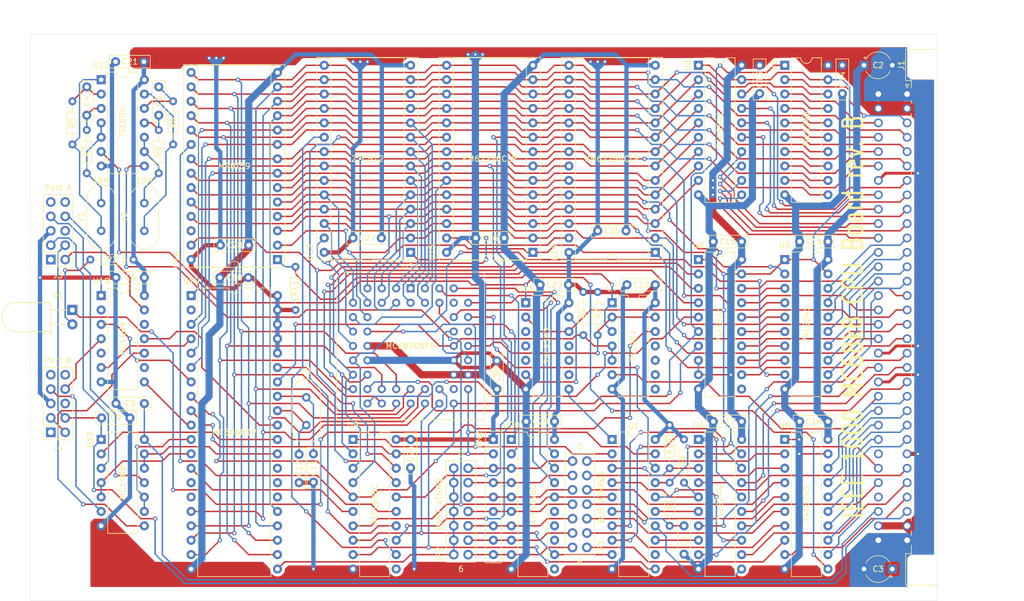
<source format=kicad_pcb>
(kicad_pcb (version 20171130) (host pcbnew "(5.1.8)-1")
  (layers (0 F.Cu signal) (31 B.Cu signal) (34 B.Paste user) (35 F.Paste user) (36 B.SilkS user) (37 F.SilkS user) (38 B.Mask user) (39 F.Mask user) (44 Edge.Cuts user))
  (net 0 "")
  (net 1 GND)
  (net 2 +5V)
  (net 3 +12V)
  (net 4 ~ATNRQ5)
  (net 5 ~ATNRQ3)
  (net 6 ~ATNRQ1)
  (net 7 "/STEBUS interface/STE-CM1")
  (net 8 "/STEBUS interface/STE-A19")
  (net 9 "/STEBUS interface/STE-A17")
  (net 10 "/STEBUS interface/STE-A15")
  (net 11 "/STEBUS interface/STE-A13")
  (net 12 "/STEBUS interface/STE-A11")
  (net 13 "/STEBUS interface/STE-A9")
  (net 14 "/STEBUS interface/STE-A7")
  (net 15 "/STEBUS interface/STE-A5")
  (net 16 "/STEBUS interface/STE-A3")
  (net 17 "/STEBUS interface/STE-A1")
  (net 18 "/STEBUS interface/STE-D7")
  (net 19 "/STEBUS interface/STE-D5")
  (net 20 "/STEBUS interface/STE-D3")
  (net 21 "/STEBUS interface/STE-D1")
  (net 22 -12V)
  (net 23 SYSCLK)
  (net 24 ~ATNRQ6)
  (net 25 ~ATNRQ4)
  (net 26 ~ATNRQ2)
  (net 27 ~ATNRQ0)
  (net 28 "/STEBUS interface/STE-CM2")
  (net 29 "/STEBUS interface/STE-CM0")
  (net 30 "/STEBUS interface/STE-A18")
  (net 31 "/STEBUS interface/STE-A16")
  (net 32 "/STEBUS interface/STE-A14")
  (net 33 "/STEBUS interface/STE-A12")
  (net 34 "/STEBUS interface/STE-A10")
  (net 35 "/STEBUS interface/STE-A8")
  (net 36 "/STEBUS interface/STE-A6")
  (net 37 "/STEBUS interface/STE-A4")
  (net 38 "/STEBUS interface/STE-A2")
  (net 39 "/STEBUS interface/STE-A0")
  (net 40 "/STEBUS interface/STE-D6")
  (net 41 "/STEBUS interface/STE-D4")
  (net 42 "/STEBUS interface/STE-D2")
  (net 43 "/STEBUS interface/STE-D0")
  (net 44 ~BUSEN)
  (net 45 R~W)
  (net 46 "/STEBUS interface/~BUSEN40")
  (net 47 "Net-(C4-Pad2)")
  (net 48 "Net-(C5-Pad1)")
  (net 49 "Net-(C11-Pad2)")
  (net 50 "Net-(C12-Pad2)")
  (net 51 "/STEBUS interface/~STE-BUSAK1")
  (net 52 "/STEBUS interface/~STE-BUSRQ1")
  (net 53 "/STEBUS interface/~STE-ATNRQ5")
  (net 54 "/STEBUS interface/~STE-ATNRQ3")
  (net 55 "/STEBUS interface/~STE-ATNRQ1")
  (net 56 "/STEBUS interface/~STE-SYSRST")
  (net 57 "/STEBUS interface/~STE-DATSTB")
  (net 58 "/STEBUS interface/STE-SYSCLK")
  (net 59 "/STEBUS interface/~STE-BUSAK0")
  (net 60 "/STEBUS interface/~STE-BUSRQ0")
  (net 61 "/STEBUS interface/~STE-ATNRQ6")
  (net 62 "/STEBUS interface/~STE-ATNRQ4")
  (net 63 "/STEBUS interface/~STE-ATNRQ2")
  (net 64 "/STEBUS interface/~STE-ATNRQ0")
  (net 65 "/STEBUS interface/~STE-TFRERR")
  (net 66 "/STEBUS interface/~STE-DATACK")
  (net 67 "/STEBUS interface/~STE-ADRSTB")
  (net 68 "/Onboard UART/P1_CTS")
  (net 69 "/Onboard UART/P1_RTS")
  (net 70 "/Onboard UART/P1_TXD")
  (net 71 "/Onboard UART/P1_RXD")
  (net 72 "/Onboard UART/P2_CTS")
  (net 73 "/Onboard UART/P2_RTS")
  (net 74 "/Onboard UART/P2_TXD")
  (net 75 "/Onboard UART/P2_RXD")
  (net 76 "/CPU complex/~IRQ6")
  (net 77 "/CPU complex/~IRQ5")
  (net 78 "/CPU complex/~IRQ4")
  (net 79 "/CPU complex/~IRQ3")
  (net 80 "/CPU complex/~IRQ2")
  (net 81 "/CPU complex/~IRQ1")
  (net 82 "/CPU complex/~IRQ0")
  (net 83 "Net-(R5-Pad1)")
  (net 84 "Net-(R6-Pad1)")
  (net 85 "/STEBUS interface/~BUSAK0")
  (net 86 "/STEBUS interface/~BUSAK1")
  (net 87 "/STEBUS interface/~BUSRQ1")
  (net 88 "/STEBUS interface/~BUSRQ0")
  (net 89 "/STEBUS interface/~TFRERR")
  (net 90 "/STEBUS interface/~DATSTB")
  (net 91 "/STEBUS interface/~DATACK")
  (net 92 "/STEBUS interface/~ADRSTB")
  (net 93 "Net-(U11-Pad13)")
  (net 94 "/Onboard UART/P1_RXD_LV")
  (net 95 "/Onboard UART/P1_TXD_LV")
  (net 96 "/Onboard UART/P1_RTS_LV")
  (net 97 "/Onboard UART/P2_TXD_LV")
  (net 98 "/Onboard UART/P2_RXD_LV")
  (net 99 "/Onboard UART/P2_RTS_LV")
  (net 100 "/Onboard UART/P1_CTS_LV")
  (net 101 "/Onboard UART/P2_CTS_LV")
  (net 102 "/CPU complex/~IPL2")
  (net 103 "/CPU complex/~IPL1")
  (net 104 "/CPU complex/~IPL0")
  (net 105 "/CPU complex/FC0")
  (net 106 "/CPU complex/FC1")
  (net 107 ~UARTIRQ)
  (net 108 ~RESET)
  (net 109 ~HALT)
  (net 110 TIMEOUT)
  (net 111 ~DS)
  (net 112 ~AS)
  (net 113 ~BERR)
  (net 114 A21)
  (net 115 ~DTACK)
  (net 116 ~IACK)
  (net 117 D0)
  (net 118 D1)
  (net 119 D2)
  (net 120 D3)
  (net 121 D4)
  (net 122 D5)
  (net 123 D6)
  (net 124 D7)
  (net 125 A7)
  (net 126 A6)
  (net 127 A5)
  (net 128 A4)
  (net 129 A3)
  (net 130 A2)
  (net 131 A1)
  (net 132 A0)
  (net 133 A15)
  (net 134 A14)
  (net 135 A13)
  (net 136 A12)
  (net 137 A11)
  (net 138 A10)
  (net 139 A9)
  (net 140 A8)
  (net 141 A20)
  (net 142 A19)
  (net 143 A18)
  (net 144 A17)
  (net 145 A16)
  (net 146 ~UARTCS)
  (net 147 ~MEMOE)
  (net 148 ~MEMWE)
  (net 149 ~REMAP)
  (net 150 ~RTCCS)
  (net 151 ~RAM1CS)
  (net 152 ~RAM0CS)
  (net 153 ~ROMCS)
  (net 154 CPUCLK)
  (net 155 ~RESET-UNBUF)
  (net 156 "Net-(C4-Pad1)")
  (net 157 "Net-(C5-Pad2)")
  (net 158 "Net-(R8-Pad2)")
  (net 159 "Net-(R7-Pad2)")
  (net 160 "Net-(D1-Pad2)")
  (net 161 "Net-(D1-Pad1)")
  (module Package_DIP:DIP-20_W7.62mm (layer F.Cu) (at 164.7 116.44)
    (fp_text reference U1 (at 3.81 -2.33) (layer F.SilkS))
    (fp_text value ATF16V8C)
    (pad 20 thru_hole oval (at 7.62 0) (size 1.6 1.6) (drill 0.8) (layers *.Cu *.Mask) (net 2 +5V))
    (pad 10 thru_hole oval (at 0 22.86) (size 1.6 1.6) (drill 0.8) (layers *.Cu *.Mask) (net 1 GND))
    (pad 19 thru_hole oval (at 7.62 2.54) (size 1.6 1.6) (drill 0.8) (layers *.Cu *.Mask) (net 115 ~DTACK))
    (pad 9 thru_hole oval (at 0 20.32) (size 1.6 1.6) (drill 0.8) (layers *.Cu *.Mask) (net 112 ~AS))
    (pad 18 thru_hole oval (at 7.62 5.08) (size 1.6 1.6) (drill 0.8) (layers *.Cu *.Mask) (net 113 ~BERR))
    (pad 8 thru_hole oval (at 0 17.78) (size 1.6 1.6) (drill 0.8) (layers *.Cu *.Mask) (net 88 "/STEBUS interface/~BUSRQ0"))
    (pad 17 thru_hole oval (at 7.62 7.62) (size 1.6 1.6) (drill 0.8) (layers *.Cu *.Mask) (net 44 ~BUSEN))
    (pad 7 thru_hole oval (at 0 15.24) (size 1.6 1.6) (drill 0.8) (layers *.Cu *.Mask) (net 87 "/STEBUS interface/~BUSRQ1"))
    (pad 16 thru_hole oval (at 7.62 10.16) (size 1.6 1.6) (drill 0.8) (layers *.Cu *.Mask) (net 92 "/STEBUS interface/~ADRSTB"))
    (pad 6 thru_hole oval (at 0 12.7) (size 1.6 1.6) (drill 0.8) (layers *.Cu *.Mask) (net 46 "/STEBUS interface/~BUSEN40"))
    (pad 15 thru_hole oval (at 7.62 12.7) (size 1.6 1.6) (drill 0.8) (layers *.Cu *.Mask) (net 86 "/STEBUS interface/~BUSAK1"))
    (pad 5 thru_hole oval (at 0 10.16) (size 1.6 1.6) (drill 0.8) (layers *.Cu *.Mask) (net 116 ~IACK))
    (pad 14 thru_hole oval (at 7.62 15.24) (size 1.6 1.6) (drill 0.8) (layers *.Cu *.Mask) (net 90 "/STEBUS interface/~DATSTB"))
    (pad 4 thru_hole oval (at 0 7.62) (size 1.6 1.6) (drill 0.8) (layers *.Cu *.Mask) (net 89 "/STEBUS interface/~TFRERR"))
    (pad 13 thru_hole oval (at 7.62 17.78) (size 1.6 1.6) (drill 0.8) (layers *.Cu *.Mask) (net 85 "/STEBUS interface/~BUSAK0"))
    (pad 3 thru_hole oval (at 0 5.08) (size 1.6 1.6) (drill 0.8) (layers *.Cu *.Mask) (net 91 "/STEBUS interface/~DATACK"))
    (pad 12 thru_hole oval (at 7.62 20.32) (size 1.6 1.6) (drill 0.8) (layers *.Cu *.Mask))
    (pad 2 thru_hole oval (at 0 2.54) (size 1.6 1.6) (drill 0.8) (layers *.Cu *.Mask) (net 114 A21))
    (pad 11 thru_hole oval (at 7.62 22.86) (size 1.6 1.6) (drill 0.8) (layers *.Cu *.Mask) (net 111 ~DS))
    (pad 1 thru_hole rect (at 0 0) (size 1.6 1.6) (drill 0.8) (layers *.Cu *.Mask) (net 110 TIMEOUT))
  )
  (module Package_DIP:DIP-28_W15.24mm_Socket (layer F.Cu) (at 150.73 83.42 180)
    (fp_text reference U15 (at 17.78 0 90) (layer F.SilkS))
    (fp_text value KM62256CLP (at 7.62 16.51) (layer F.SilkS))
    (pad 28 thru_hole oval (at 15.24 0 180) (size 1.6 1.6) (drill 0.8) (layers *.Cu *.Mask) (net 2 +5V))
    (pad 14 thru_hole oval (at 0 33.02 180) (size 1.6 1.6) (drill 0.8) (layers *.Cu *.Mask) (net 1 GND))
    (pad 27 thru_hole oval (at 15.24 2.54 180) (size 1.6 1.6) (drill 0.8) (layers *.Cu *.Mask) (net 148 ~MEMWE))
    (pad 13 thru_hole oval (at 0 30.48 180) (size 1.6 1.6) (drill 0.8) (layers *.Cu *.Mask) (net 119 D2))
    (pad 26 thru_hole oval (at 15.24 5.08 180) (size 1.6 1.6) (drill 0.8) (layers *.Cu *.Mask) (net 135 A13))
    (pad 12 thru_hole oval (at 0 27.94 180) (size 1.6 1.6) (drill 0.8) (layers *.Cu *.Mask) (net 118 D1))
    (pad 25 thru_hole oval (at 15.24 7.62 180) (size 1.6 1.6) (drill 0.8) (layers *.Cu *.Mask) (net 140 A8))
    (pad 11 thru_hole oval (at 0 25.4 180) (size 1.6 1.6) (drill 0.8) (layers *.Cu *.Mask) (net 117 D0))
    (pad 24 thru_hole oval (at 15.24 10.16 180) (size 1.6 1.6) (drill 0.8) (layers *.Cu *.Mask) (net 139 A9))
    (pad 10 thru_hole oval (at 0 22.86 180) (size 1.6 1.6) (drill 0.8) (layers *.Cu *.Mask) (net 132 A0))
    (pad 23 thru_hole oval (at 15.24 12.7 180) (size 1.6 1.6) (drill 0.8) (layers *.Cu *.Mask) (net 137 A11))
    (pad 9 thru_hole oval (at 0 20.32 180) (size 1.6 1.6) (drill 0.8) (layers *.Cu *.Mask) (net 131 A1))
    (pad 22 thru_hole oval (at 15.24 15.24 180) (size 1.6 1.6) (drill 0.8) (layers *.Cu *.Mask) (net 147 ~MEMOE))
    (pad 8 thru_hole oval (at 0 17.78 180) (size 1.6 1.6) (drill 0.8) (layers *.Cu *.Mask) (net 130 A2))
    (pad 21 thru_hole oval (at 15.24 17.78 180) (size 1.6 1.6) (drill 0.8) (layers *.Cu *.Mask) (net 138 A10))
    (pad 7 thru_hole oval (at 0 15.24 180) (size 1.6 1.6) (drill 0.8) (layers *.Cu *.Mask) (net 129 A3))
    (pad 20 thru_hole oval (at 15.24 20.32 180) (size 1.6 1.6) (drill 0.8) (layers *.Cu *.Mask) (net 151 ~RAM1CS))
    (pad 6 thru_hole oval (at 0 12.7 180) (size 1.6 1.6) (drill 0.8) (layers *.Cu *.Mask) (net 128 A4))
    (pad 19 thru_hole oval (at 15.24 22.86 180) (size 1.6 1.6) (drill 0.8) (layers *.Cu *.Mask) (net 124 D7))
    (pad 5 thru_hole oval (at 0 10.16 180) (size 1.6 1.6) (drill 0.8) (layers *.Cu *.Mask) (net 127 A5))
    (pad 18 thru_hole oval (at 15.24 25.4 180) (size 1.6 1.6) (drill 0.8) (layers *.Cu *.Mask) (net 123 D6))
    (pad 4 thru_hole oval (at 0 7.62 180) (size 1.6 1.6) (drill 0.8) (layers *.Cu *.Mask) (net 126 A6))
    (pad 17 thru_hole oval (at 15.24 27.94 180) (size 1.6 1.6) (drill 0.8) (layers *.Cu *.Mask) (net 122 D5))
    (pad 3 thru_hole oval (at 0 5.08 180) (size 1.6 1.6) (drill 0.8) (layers *.Cu *.Mask) (net 125 A7))
    (pad 16 thru_hole oval (at 15.24 30.48 180) (size 1.6 1.6) (drill 0.8) (layers *.Cu *.Mask) (net 121 D4))
    (pad 2 thru_hole oval (at 0 2.54 180) (size 1.6 1.6) (drill 0.8) (layers *.Cu *.Mask) (net 136 A12))
    (pad 15 thru_hole oval (at 15.24 33.02 180) (size 1.6 1.6) (drill 0.8) (layers *.Cu *.Mask) (net 120 D3))
    (pad 1 thru_hole rect (at 0 0 180) (size 1.6 1.6) (drill 0.8) (layers *.Cu *.Mask) (net 134 A14))
  )
  (module Resistor_THT:R_Axial_DIN0204_L3.6mm_D1.6mm_P7.62mm_Horizontal (layer F.Cu) (at 80.245 84.69 180)
    (fp_text reference R2 (at 3.81 0) (layer F.SilkS))
    (fp_text value 220)
    (pad 2 thru_hole oval (at 7.62 0 180) (size 1.4 1.4) (drill 0.7) (layers *.Cu *.Mask) (net 160 "Net-(D1-Pad2)"))
    (pad 1 thru_hole circle (at 0 0 180) (size 1.4 1.4) (drill 0.7) (layers *.Cu *.Mask) (net 2 +5V))
  )
  (module LED_THT:LED_D5.0mm_Horizontal_O3.81mm_Z3.0mm (layer F.Cu) (at 69.45 93.58 270)
    (fp_text reference D1 (at -2.54 2.54 180) (layer F.SilkS))
    (fp_text value Red)
    (pad 2 thru_hole circle (at 2.54 0 270) (size 1.8 1.8) (drill 0.9) (layers *.Cu *.Mask) (net 160 "Net-(D1-Pad2)"))
    (pad 1 thru_hole rect (at 0 0 270) (size 1.8 1.8) (drill 0.9) (layers *.Cu *.Mask) (net 161 "Net-(D1-Pad1)"))
  )
  (module Package_DIP:DIP-20_W7.62mm (layer F.Cu) (at 195.18 116.44)
    (fp_text reference U8 (at 0 -2.54 180) (layer F.SilkS))
    (fp_text value 74LS245 (at 3.81 11.43 90) (layer F.SilkS))
    (pad 20 thru_hole oval (at 7.62 0) (size 1.6 1.6) (drill 0.8) (layers *.Cu *.Mask) (net 2 +5V))
    (pad 10 thru_hole oval (at 0 22.86) (size 1.6 1.6) (drill 0.8) (layers *.Cu *.Mask) (net 1 GND))
    (pad 19 thru_hole oval (at 7.62 2.54) (size 1.6 1.6) (drill 0.8) (layers *.Cu *.Mask) (net 1 GND))
    (pad 9 thru_hole oval (at 0 20.32) (size 1.6 1.6) (drill 0.8) (layers *.Cu *.Mask) (net 58 "/STEBUS interface/STE-SYSCLK"))
    (pad 18 thru_hole oval (at 7.62 5.08) (size 1.6 1.6) (drill 0.8) (layers *.Cu *.Mask) (net 64 "/STEBUS interface/~STE-ATNRQ0"))
    (pad 8 thru_hole oval (at 0 17.78) (size 1.6 1.6) (drill 0.8) (layers *.Cu *.Mask) (net 24 ~ATNRQ6))
    (pad 17 thru_hole oval (at 7.62 7.62) (size 1.6 1.6) (drill 0.8) (layers *.Cu *.Mask) (net 55 "/STEBUS interface/~STE-ATNRQ1"))
    (pad 7 thru_hole oval (at 0 15.24) (size 1.6 1.6) (drill 0.8) (layers *.Cu *.Mask) (net 4 ~ATNRQ5))
    (pad 16 thru_hole oval (at 7.62 10.16) (size 1.6 1.6) (drill 0.8) (layers *.Cu *.Mask) (net 63 "/STEBUS interface/~STE-ATNRQ2"))
    (pad 6 thru_hole oval (at 0 12.7) (size 1.6 1.6) (drill 0.8) (layers *.Cu *.Mask) (net 25 ~ATNRQ4))
    (pad 15 thru_hole oval (at 7.62 12.7) (size 1.6 1.6) (drill 0.8) (layers *.Cu *.Mask) (net 54 "/STEBUS interface/~STE-ATNRQ3"))
    (pad 5 thru_hole oval (at 0 10.16) (size 1.6 1.6) (drill 0.8) (layers *.Cu *.Mask) (net 5 ~ATNRQ3))
    (pad 14 thru_hole oval (at 7.62 15.24) (size 1.6 1.6) (drill 0.8) (layers *.Cu *.Mask) (net 62 "/STEBUS interface/~STE-ATNRQ4"))
    (pad 4 thru_hole oval (at 0 7.62) (size 1.6 1.6) (drill 0.8) (layers *.Cu *.Mask) (net 26 ~ATNRQ2))
    (pad 13 thru_hole oval (at 7.62 17.78) (size 1.6 1.6) (drill 0.8) (layers *.Cu *.Mask) (net 53 "/STEBUS interface/~STE-ATNRQ5"))
    (pad 3 thru_hole oval (at 0 5.08) (size 1.6 1.6) (drill 0.8) (layers *.Cu *.Mask) (net 6 ~ATNRQ1))
    (pad 12 thru_hole oval (at 7.62 20.32) (size 1.6 1.6) (drill 0.8) (layers *.Cu *.Mask) (net 61 "/STEBUS interface/~STE-ATNRQ6"))
    (pad 2 thru_hole oval (at 0 2.54) (size 1.6 1.6) (drill 0.8) (layers *.Cu *.Mask) (net 27 ~ATNRQ0))
    (pad 11 thru_hole oval (at 7.62 22.86) (size 1.6 1.6) (drill 0.8) (layers *.Cu *.Mask) (net 23 SYSCLK))
    (pad 1 thru_hole rect (at 0 0) (size 1.6 1.6) (drill 0.8) (layers *.Cu *.Mask) (net 1 GND))
  )
  (module Package_LCC:PLCC-52_THT-Socket (layer F.Cu) (at 129.14 89.77)
    (fp_text reference U21 (at 0 -3.78) (layer F.SilkS))
    (fp_text value MC68008FN (at 0 10.16) (layer F.SilkS))
    (pad 2 thru_hole circle (at 0 2.54) (size 1.4224 1.4224) (drill 0.8) (layers *.Cu *.Mask) (net 129 A3))
    (pad 4 thru_hole circle (at -2.54 2.54) (size 1.4224 1.4224) (drill 0.8) (layers *.Cu *.Mask) (net 127 A5))
    (pad 6 thru_hole circle (at -5.08 2.54) (size 1.4224 1.4224) (drill 0.8) (layers *.Cu *.Mask) (net 125 A7))
    (pad 52 thru_hole circle (at 2.54 2.54) (size 1.4224 1.4224) (drill 0.8) (layers *.Cu *.Mask) (net 131 A1))
    (pad 50 thru_hole circle (at 5.08 2.54) (size 1.4224 1.4224) (drill 0.8) (layers *.Cu *.Mask) (net 105 "/CPU complex/FC0"))
    (pad 48 thru_hole circle (at 7.62 2.54) (size 1.4224 1.4224) (drill 0.8) (layers *.Cu *.Mask))
    (pad 1 thru_hole rect (at 0 0) (size 1.4224 1.4224) (drill 0.8) (layers *.Cu *.Mask) (net 130 A2))
    (pad 3 thru_hole circle (at -2.54 0) (size 1.4224 1.4224) (drill 0.8) (layers *.Cu *.Mask) (net 128 A4))
    (pad 5 thru_hole circle (at -5.08 0) (size 1.4224 1.4224) (drill 0.8) (layers *.Cu *.Mask) (net 126 A6))
    (pad 7 thru_hole circle (at -7.62 0) (size 1.4224 1.4224) (drill 0.8) (layers *.Cu *.Mask) (net 140 A8))
    (pad 51 thru_hole circle (at 2.54 0) (size 1.4224 1.4224) (drill 0.8) (layers *.Cu *.Mask) (net 132 A0))
    (pad 49 thru_hole circle (at 5.08 0) (size 1.4224 1.4224) (drill 0.8) (layers *.Cu *.Mask) (net 106 "/CPU complex/FC1"))
    (pad 9 thru_hole circle (at -7.62 2.54) (size 1.4224 1.4224) (drill 0.8) (layers *.Cu *.Mask) (net 138 A10))
    (pad 11 thru_hole circle (at -7.62 5.08) (size 1.4224 1.4224) (drill 0.8) (layers *.Cu *.Mask) (net 136 A12))
    (pad 13 thru_hole circle (at -7.62 7.62) (size 1.4224 1.4224) (drill 0.8) (layers *.Cu *.Mask) (net 114 A21))
    (pad 15 thru_hole circle (at -7.62 10.16) (size 1.4224 1.4224) (drill 0.8) (layers *.Cu *.Mask) (net 2 +5V))
    (pad 17 thru_hole circle (at -7.62 12.7) (size 1.4224 1.4224) (drill 0.8) (layers *.Cu *.Mask) (net 1 GND))
    (pad 19 thru_hole circle (at -7.62 15.24) (size 1.4224 1.4224) (drill 0.8) (layers *.Cu *.Mask) (net 144 A17))
    (pad 8 thru_hole circle (at -10.16 2.54) (size 1.4224 1.4224) (drill 0.8) (layers *.Cu *.Mask) (net 139 A9))
    (pad 10 thru_hole circle (at -10.16 5.08) (size 1.4224 1.4224) (drill 0.8) (layers *.Cu *.Mask) (net 137 A11))
    (pad 12 thru_hole circle (at -10.16 7.62) (size 1.4224 1.4224) (drill 0.8) (layers *.Cu *.Mask) (net 135 A13))
    (pad 14 thru_hole circle (at -10.16 10.16) (size 1.4224 1.4224) (drill 0.8) (layers *.Cu *.Mask) (net 134 A14))
    (pad 16 thru_hole circle (at -10.16 12.7) (size 1.4224 1.4224) (drill 0.8) (layers *.Cu *.Mask) (net 133 A15))
    (pad 18 thru_hole circle (at -10.16 15.24) (size 1.4224 1.4224) (drill 0.8) (layers *.Cu *.Mask) (net 145 A16))
    (pad 20 thru_hole circle (at -10.16 17.78) (size 1.4224 1.4224) (drill 0.8) (layers *.Cu *.Mask) (net 143 A18))
    (pad 22 thru_hole circle (at -7.62 17.78) (size 1.4224 1.4224) (drill 0.8) (layers *.Cu *.Mask) (net 141 A20))
    (pad 24 thru_hole circle (at -5.08 17.78) (size 1.4224 1.4224) (drill 0.8) (layers *.Cu *.Mask) (net 123 D6))
    (pad 26 thru_hole circle (at -2.54 17.78) (size 1.4224 1.4224) (drill 0.8) (layers *.Cu *.Mask) (net 121 D4))
    (pad 28 thru_hole circle (at 0 17.78) (size 1.4224 1.4224) (drill 0.8) (layers *.Cu *.Mask) (net 119 D2))
    (pad 30 thru_hole circle (at 2.54 17.78) (size 1.4224 1.4224) (drill 0.8) (layers *.Cu *.Mask) (net 117 D0))
    (pad 32 thru_hole circle (at 5.08 17.78) (size 1.4224 1.4224) (drill 0.8) (layers *.Cu *.Mask) (net 111 ~DS))
    (pad 34 thru_hole circle (at 10.16 17.78) (size 1.4224 1.4224) (drill 0.8) (layers *.Cu *.Mask) (net 115 ~DTACK))
    (pad 21 thru_hole circle (at -7.62 20.32) (size 1.4224 1.4224) (drill 0.8) (layers *.Cu *.Mask) (net 142 A19))
    (pad 23 thru_hole circle (at -5.08 20.32) (size 1.4224 1.4224) (drill 0.8) (layers *.Cu *.Mask) (net 124 D7))
    (pad 25 thru_hole circle (at -2.54 20.32) (size 1.4224 1.4224) (drill 0.8) (layers *.Cu *.Mask) (net 122 D5))
    (pad 27 thru_hole circle (at 0 20.32) (size 1.4224 1.4224) (drill 0.8) (layers *.Cu *.Mask) (net 120 D3))
    (pad 29 thru_hole circle (at 2.54 20.32) (size 1.4224 1.4224) (drill 0.8) (layers *.Cu *.Mask) (net 118 D1))
    (pad 31 thru_hole circle (at 5.08 20.32) (size 1.4224 1.4224) (drill 0.8) (layers *.Cu *.Mask) (net 112 ~AS))
    (pad 33 thru_hole circle (at 7.62 20.32) (size 1.4224 1.4224) (drill 0.8) (layers *.Cu *.Mask) (net 45 R~W))
    (pad 35 thru_hole circle (at 7.62 17.78) (size 1.4224 1.4224) (drill 0.8) (layers *.Cu *.Mask))
    (pad 37 thru_hole circle (at 7.62 15.24) (size 1.4224 1.4224) (drill 0.8) (layers *.Cu *.Mask) (net 2 +5V))
    (pad 39 thru_hole circle (at 7.62 12.7) (size 1.4224 1.4224) (drill 0.8) (layers *.Cu *.Mask) (net 1 GND))
    (pad 41 thru_hole circle (at 7.62 10.16) (size 1.4224 1.4224) (drill 0.8) (layers *.Cu *.Mask) (net 108 ~RESET))
    (pad 43 thru_hole circle (at 7.62 7.62) (size 1.4224 1.4224) (drill 0.8) (layers *.Cu *.Mask) (net 116 ~IACK))
    (pad 45 thru_hole circle (at 7.62 5.08) (size 1.4224 1.4224) (drill 0.8) (layers *.Cu *.Mask) (net 103 "/CPU complex/~IPL1"))
    (pad 47 thru_hole circle (at 7.62 0) (size 1.4224 1.4224) (drill 0.8) (layers *.Cu *.Mask) (net 104 "/CPU complex/~IPL0"))
    (pad 36 thru_hole circle (at 10.16 15.24) (size 1.4224 1.4224) (drill 0.8) (layers *.Cu *.Mask) (net 2 +5V))
    (pad 38 thru_hole circle (at 10.16 12.7) (size 1.4224 1.4224) (drill 0.8) (layers *.Cu *.Mask) (net 154 CPUCLK))
    (pad 40 thru_hole circle (at 10.16 10.16) (size 1.4224 1.4224) (drill 0.8) (layers *.Cu *.Mask) (net 109 ~HALT))
    (pad 42 thru_hole circle (at 10.16 7.62) (size 1.4224 1.4224) (drill 0.8) (layers *.Cu *.Mask))
    (pad 44 thru_hole circle (at 10.16 5.08) (size 1.4224 1.4224) (drill 0.8) (layers *.Cu *.Mask) (net 113 ~BERR))
    (pad 46 thru_hole circle (at 10.16 2.54) (size 1.4224 1.4224) (drill 0.8) (layers *.Cu *.Mask) (net 102 "/CPU complex/~IPL2"))
  )
  (module Resistor_THT:R_Axial_DIN0204_L3.6mm_D1.6mm_P7.62mm_Horizontal (layer F.Cu) (at 108.82 93.58 90)
    (fp_text reference R11 (at 3.81 0 90) (layer F.SilkS))
    (fp_text value 4k7)
    (pad 2 thru_hole oval (at 7.62 0 90) (size 1.4 1.4) (drill 0.7) (layers *.Cu *.Mask) (net 155 ~RESET-UNBUF))
    (pad 1 thru_hole circle (at 0 0 90) (size 1.4 1.4) (drill 0.7) (layers *.Cu *.Mask) (net 2 +5V))
  )
  (module S68k8:PinSocket_2x07_P2.54mm_Vertical (layer F.Cu) (at 139.3 121.52)
    (fp_text reference JP2 (at -5.08 15.24 90) (layer F.SilkS))
    (fp_text value "UART ATNRQ" (at -5.08 6.35 90) (layer F.SilkS))
    (pad 1 thru_hole circle (at 0 0) (size 1.7 1.7) (drill 1) (layers *.Cu *.Mask) (net 82 "/CPU complex/~IRQ0"))
    (pad 2 thru_hole oval (at -2.54 0) (size 1.7 1.7) (drill 1) (layers *.Cu *.Mask) (net 107 ~UARTIRQ))
    (pad 3 thru_hole oval (at 0 2.54) (size 1.7 1.7) (drill 1) (layers *.Cu *.Mask) (net 81 "/CPU complex/~IRQ1"))
    (pad 4 thru_hole oval (at -2.54 2.54) (size 1.7 1.7) (drill 1) (layers *.Cu *.Mask) (net 107 ~UARTIRQ))
    (pad 5 thru_hole oval (at 0 5.08) (size 1.7 1.7) (drill 1) (layers *.Cu *.Mask) (net 80 "/CPU complex/~IRQ2"))
    (pad 6 thru_hole oval (at -2.54 5.08) (size 1.7 1.7) (drill 1) (layers *.Cu *.Mask) (net 107 ~UARTIRQ))
    (pad 7 thru_hole oval (at 0 7.62) (size 1.7 1.7) (drill 1) (layers *.Cu *.Mask) (net 79 "/CPU complex/~IRQ3"))
    (pad 8 thru_hole oval (at -2.54 7.62) (size 1.7 1.7) (drill 1) (layers *.Cu *.Mask) (net 107 ~UARTIRQ))
    (pad 9 thru_hole oval (at 0 10.16) (size 1.7 1.7) (drill 1) (layers *.Cu *.Mask) (net 78 "/CPU complex/~IRQ4"))
    (pad 10 thru_hole oval (at -2.54 10.16) (size 1.7 1.7) (drill 1) (layers *.Cu *.Mask) (net 107 ~UARTIRQ))
    (pad 11 thru_hole oval (at 0 12.7) (size 1.7 1.7) (drill 1) (layers *.Cu *.Mask) (net 77 "/CPU complex/~IRQ5"))
    (pad 12 thru_hole oval (at -2.54 12.7) (size 1.7 1.7) (drill 1) (layers *.Cu *.Mask) (net 107 ~UARTIRQ))
    (pad 13 thru_hole oval (at 0 15.24) (size 1.7 1.7) (drill 1) (layers *.Cu *.Mask) (net 76 "/CPU complex/~IRQ6"))
    (pad 14 thru_hole oval (at -2.54 15.24) (size 1.7 1.7) (drill 1) (layers *.Cu *.Mask) (net 107 ~UARTIRQ))
  )
  (module Capacitor_THT:C_Rect_L7.0mm_W2.0mm_P5.00mm (layer F.Cu) (at 190.735 50.4 270)
    (fp_text reference C13 (at 2.54 0 90) (layer F.SilkS))
    (fp_text value 100n)
    (pad 2 thru_hole circle (at 5 0 270) (size 1.6 1.6) (drill 0.8) (layers *.Cu *.Mask) (net 1 GND))
    (pad 1 thru_hole circle (at 0 0 270) (size 1.6 1.6) (drill 0.8) (layers *.Cu *.Mask) (net 2 +5V))
  )
  (module Resistor_THT:R_Axial_DIN0204_L3.6mm_D1.6mm_P7.62mm_Horizontal (layer F.Cu) (at 174.86 121.52 90)
    (fp_text reference R10 (at 3.81 0.025 90) (layer F.SilkS))
    (fp_text value 4k7)
    (pad 2 thru_hole oval (at 7.62 0 90) (size 1.4 1.4) (drill 0.7) (layers *.Cu *.Mask) (net 2 +5V))
    (pad 1 thru_hole circle (at 0 0 90) (size 1.4 1.4) (drill 0.7) (layers *.Cu *.Mask) (net 91 "/STEBUS interface/~DATACK"))
  )
  (module Resistor_THT:R_Axial_DIN0204_L3.6mm_D1.6mm_P7.62mm_Horizontal (layer F.Cu) (at 177.4 124.06 90)
    (fp_text reference R9 (at 3.81 0 90) (layer F.SilkS))
    (fp_text value 4k7)
    (pad 2 thru_hole oval (at 7.62 0 90) (size 1.4 1.4) (drill 0.7) (layers *.Cu *.Mask) (net 2 +5V))
    (pad 1 thru_hole circle (at 0 0 90) (size 1.4 1.4) (drill 0.7) (layers *.Cu *.Mask) (net 89 "/STEBUS interface/~TFRERR"))
  )
  (module S68k8:PinSocket_2x07_P2.54mm_Vertical (layer F.Cu) (at 160.255 120.25)
    (fp_text reference JP1 (at 2.54 15.24 90) (layer F.SilkS))
    (fp_text value "BUS ATNRQs" (at 2.54 6.35 90) (layer F.SilkS))
    (pad 1 thru_hole circle (at 0 0) (size 1.7 1.7) (drill 1) (layers *.Cu *.Mask) (net 27 ~ATNRQ0))
    (pad 2 thru_hole oval (at -2.54 0) (size 1.7 1.7) (drill 1) (layers *.Cu *.Mask) (net 82 "/CPU complex/~IRQ0"))
    (pad 3 thru_hole oval (at 0 2.54) (size 1.7 1.7) (drill 1) (layers *.Cu *.Mask) (net 6 ~ATNRQ1))
    (pad 4 thru_hole oval (at -2.54 2.54) (size 1.7 1.7) (drill 1) (layers *.Cu *.Mask) (net 81 "/CPU complex/~IRQ1"))
    (pad 5 thru_hole oval (at 0 5.08) (size 1.7 1.7) (drill 1) (layers *.Cu *.Mask) (net 26 ~ATNRQ2))
    (pad 6 thru_hole oval (at -2.54 5.08) (size 1.7 1.7) (drill 1) (layers *.Cu *.Mask) (net 80 "/CPU complex/~IRQ2"))
    (pad 7 thru_hole oval (at 0 7.62) (size 1.7 1.7) (drill 1) (layers *.Cu *.Mask) (net 5 ~ATNRQ3))
    (pad 8 thru_hole oval (at -2.54 7.62) (size 1.7 1.7) (drill 1) (layers *.Cu *.Mask) (net 79 "/CPU complex/~IRQ3"))
    (pad 9 thru_hole oval (at 0 10.16) (size 1.7 1.7) (drill 1) (layers *.Cu *.Mask) (net 25 ~ATNRQ4))
    (pad 10 thru_hole oval (at -2.54 10.16) (size 1.7 1.7) (drill 1) (layers *.Cu *.Mask) (net 78 "/CPU complex/~IRQ4"))
    (pad 11 thru_hole oval (at 0 12.7) (size 1.7 1.7) (drill 1) (layers *.Cu *.Mask) (net 4 ~ATNRQ5))
    (pad 12 thru_hole oval (at -2.54 12.7) (size 1.7 1.7) (drill 1) (layers *.Cu *.Mask) (net 77 "/CPU complex/~IRQ5"))
    (pad 13 thru_hole oval (at 0 15.24) (size 1.7 1.7) (drill 1) (layers *.Cu *.Mask) (net 24 ~ATNRQ6))
    (pad 14 thru_hole oval (at -2.54 15.24) (size 1.7 1.7) (drill 1) (layers *.Cu *.Mask) (net 76 "/CPU complex/~IRQ6"))
  )
  (module Package_DIP:DIP-40_W15.24mm (layer F.Cu) (at 90.405 91.04)
    (fp_text reference U10 (at 0 -2.54 180) (layer F.SilkS))
    (fp_text value MC68681P (at 7.62 24.13 180) (layer F.SilkS))
    (pad 1 thru_hole rect (at 0 0) (size 1.6 1.6) (drill 0.8) (layers *.Cu *.Mask) (net 132 A0))
    (pad 21 thru_hole oval (at 15.24 48.26) (size 1.6 1.6) (drill 0.8) (layers *.Cu *.Mask) (net 107 ~UARTIRQ))
    (pad 2 thru_hole oval (at 0 2.54) (size 1.6 1.6) (drill 0.8) (layers *.Cu *.Mask))
    (pad 22 thru_hole oval (at 15.24 45.72) (size 1.6 1.6) (drill 0.8) (layers *.Cu *.Mask) (net 123 D6))
    (pad 3 thru_hole oval (at 0 5.08) (size 1.6 1.6) (drill 0.8) (layers *.Cu *.Mask) (net 131 A1))
    (pad 23 thru_hole oval (at 15.24 43.18) (size 1.6 1.6) (drill 0.8) (layers *.Cu *.Mask) (net 121 D4))
    (pad 4 thru_hole oval (at 0 7.62) (size 1.6 1.6) (drill 0.8) (layers *.Cu *.Mask) (net 101 "/Onboard UART/P2_CTS_LV"))
    (pad 24 thru_hole oval (at 15.24 40.64) (size 1.6 1.6) (drill 0.8) (layers *.Cu *.Mask) (net 119 D2))
    (pad 5 thru_hole oval (at 0 10.16) (size 1.6 1.6) (drill 0.8) (layers *.Cu *.Mask) (net 130 A2))
    (pad 25 thru_hole oval (at 15.24 38.1) (size 1.6 1.6) (drill 0.8) (layers *.Cu *.Mask) (net 117 D0))
    (pad 6 thru_hole oval (at 0 12.7) (size 1.6 1.6) (drill 0.8) (layers *.Cu *.Mask) (net 129 A3))
    (pad 26 thru_hole oval (at 15.24 35.56) (size 1.6 1.6) (drill 0.8) (layers *.Cu *.Mask))
    (pad 7 thru_hole oval (at 0 15.24) (size 1.6 1.6) (drill 0.8) (layers *.Cu *.Mask) (net 100 "/Onboard UART/P1_CTS_LV"))
    (pad 27 thru_hole oval (at 15.24 33.02) (size 1.6 1.6) (drill 0.8) (layers *.Cu *.Mask))
    (pad 8 thru_hole oval (at 0 17.78) (size 1.6 1.6) (drill 0.8) (layers *.Cu *.Mask) (net 45 R~W))
    (pad 28 thru_hole oval (at 15.24 30.48) (size 1.6 1.6) (drill 0.8) (layers *.Cu *.Mask))
    (pad 9 thru_hole oval (at 0 20.32) (size 1.6 1.6) (drill 0.8) (layers *.Cu *.Mask) (net 115 ~DTACK))
    (pad 29 thru_hole oval (at 15.24 27.94) (size 1.6 1.6) (drill 0.8) (layers *.Cu *.Mask) (net 96 "/Onboard UART/P1_RTS_LV"))
    (pad 10 thru_hole oval (at 0 22.86) (size 1.6 1.6) (drill 0.8) (layers *.Cu *.Mask) (net 98 "/Onboard UART/P2_RXD_LV"))
    (pad 30 thru_hole oval (at 15.24 25.4) (size 1.6 1.6) (drill 0.8) (layers *.Cu *.Mask) (net 95 "/Onboard UART/P1_TXD_LV"))
    (pad 11 thru_hole oval (at 0 25.4) (size 1.6 1.6) (drill 0.8) (layers *.Cu *.Mask) (net 97 "/Onboard UART/P2_TXD_LV"))
    (pad 31 thru_hole oval (at 15.24 22.86) (size 1.6 1.6) (drill 0.8) (layers *.Cu *.Mask) (net 94 "/Onboard UART/P1_RXD_LV"))
    (pad 12 thru_hole oval (at 0 27.94) (size 1.6 1.6) (drill 0.8) (layers *.Cu *.Mask) (net 99 "/Onboard UART/P2_RTS_LV"))
    (pad 32 thru_hole oval (at 15.24 20.32) (size 1.6 1.6) (drill 0.8) (layers *.Cu *.Mask) (net 50 "Net-(C12-Pad2)"))
    (pad 13 thru_hole oval (at 0 30.48) (size 1.6 1.6) (drill 0.8) (layers *.Cu *.Mask) (net 149 ~REMAP))
    (pad 33 thru_hole oval (at 15.24 17.78) (size 1.6 1.6) (drill 0.8) (layers *.Cu *.Mask) (net 49 "Net-(C11-Pad2)"))
    (pad 14 thru_hole oval (at 0 33.02) (size 1.6 1.6) (drill 0.8) (layers *.Cu *.Mask))
    (pad 34 thru_hole oval (at 15.24 15.24) (size 1.6 1.6) (drill 0.8) (layers *.Cu *.Mask) (net 108 ~RESET))
    (pad 15 thru_hole oval (at 0 35.56) (size 1.6 1.6) (drill 0.8) (layers *.Cu *.Mask))
    (pad 35 thru_hole oval (at 15.24 12.7) (size 1.6 1.6) (drill 0.8) (layers *.Cu *.Mask) (net 146 ~UARTCS))
    (pad 16 thru_hole oval (at 0 38.1) (size 1.6 1.6) (drill 0.8) (layers *.Cu *.Mask) (net 118 D1))
    (pad 36 thru_hole oval (at 15.24 10.16) (size 1.6 1.6) (drill 0.8) (layers *.Cu *.Mask) (net 2 +5V))
    (pad 17 thru_hole oval (at 0 40.64) (size 1.6 1.6) (drill 0.8) (layers *.Cu *.Mask) (net 120 D3))
    (pad 37 thru_hole oval (at 15.24 7.62) (size 1.6 1.6) (drill 0.8) (layers *.Cu *.Mask) (net 2 +5V))
    (pad 18 thru_hole oval (at 0 43.18) (size 1.6 1.6) (drill 0.8) (layers *.Cu *.Mask) (net 122 D5))
    (pad 38 thru_hole oval (at 15.24 5.08) (size 1.6 1.6) (drill 0.8) (layers *.Cu *.Mask) (net 2 +5V))
    (pad 19 thru_hole oval (at 0 45.72) (size 1.6 1.6) (drill 0.8) (layers *.Cu *.Mask) (net 124 D7))
    (pad 39 thru_hole oval (at 15.24 2.54) (size 1.6 1.6) (drill 0.8) (layers *.Cu *.Mask) (net 2 +5V))
    (pad 20 thru_hole oval (at 0 48.26) (size 1.6 1.6) (drill 0.8) (layers *.Cu *.Mask) (net 1 GND))
    (pad 40 thru_hole oval (at 15.24 0) (size 1.6 1.6) (drill 0.8) (layers *.Cu *.Mask) (net 2 +5V))
  )
  (module Capacitor_THT:C_Rect_L7.0mm_W2.0mm_P5.00mm (layer F.Cu) (at 77.15 87.865)
    (fp_text reference C6 (at 2.54 0) (layer F.SilkS))
    (fp_text value 100n)
    (pad 2 thru_hole circle (at 5 0) (size 1.6 1.6) (drill 0.8) (layers *.Cu *.Mask) (net 2 +5V))
    (pad 1 thru_hole circle (at 0 0) (size 1.6 1.6) (drill 0.8) (layers *.Cu *.Mask) (net 1 GND))
  )
  (module Crystal:Crystal_HC49-U_Vertical (layer F.Cu) (at 82.15 79.61 90)
    (fp_text reference Y2 (at 2.44 -3.525 90) (layer F.SilkS))
    (fp_text value 10M (at 8.89 0 180) (layer F.SilkS))
    (pad 2 thru_hole circle (at 4.88 0 90) (size 1.5 1.5) (drill 0.8) (layers *.Cu *.Mask) (net 158 "Net-(R8-Pad2)"))
    (pad 1 thru_hole circle (at 0 0 90) (size 1.5 1.5) (drill 0.8) (layers *.Cu *.Mask) (net 84 "Net-(R6-Pad1)"))
  )
  (module Crystal:Crystal_HC49-U_Vertical (layer F.Cu) (at 74.53 79.61 90)
    (fp_text reference Y1 (at 2.44 -3.525 90) (layer F.SilkS))
    (fp_text value 16M (at 8.89 0 180) (layer F.SilkS))
    (pad 2 thru_hole circle (at 4.88 0 90) (size 1.5 1.5) (drill 0.8) (layers *.Cu *.Mask) (net 159 "Net-(R7-Pad2)"))
    (pad 1 thru_hole circle (at 0 0 90) (size 1.5 1.5) (drill 0.8) (layers *.Cu *.Mask) (net 83 "Net-(R5-Pad1)"))
  )
  (module Resistor_THT:R_Axial_DIN0204_L3.6mm_D1.6mm_P7.62mm_Horizontal (layer F.Cu) (at 84.69 61.83 270)
    (fp_text reference R8 (at 3.81 0 90) (layer F.SilkS))
    (fp_text value 330)
    (pad 2 thru_hole oval (at 7.62 0 270) (size 1.4 1.4) (drill 0.7) (layers *.Cu *.Mask) (net 158 "Net-(R8-Pad2)"))
    (pad 1 thru_hole circle (at 0 0 270) (size 1.4 1.4) (drill 0.7) (layers *.Cu *.Mask) (net 157 "Net-(C5-Pad2)"))
  )
  (module Resistor_THT:R_Axial_DIN0204_L3.6mm_D1.6mm_P7.62mm_Horizontal (layer F.Cu) (at 71.99 61.83 270)
    (fp_text reference R7 (at 3.81 0 90) (layer F.SilkS))
    (fp_text value 330)
    (pad 2 thru_hole oval (at 7.62 0 270) (size 1.4 1.4) (drill 0.7) (layers *.Cu *.Mask) (net 159 "Net-(R7-Pad2)"))
    (pad 1 thru_hole circle (at 0 0 270) (size 1.4 1.4) (drill 0.7) (layers *.Cu *.Mask) (net 47 "Net-(C4-Pad2)"))
  )
  (module Resistor_THT:R_Axial_DIN0204_L3.6mm_D1.6mm_P7.62mm_Horizontal (layer F.Cu) (at 87.23 64.37 90)
    (fp_text reference R6 (at 3.81 0 90) (layer F.SilkS))
    (fp_text value 330)
    (pad 2 thru_hole oval (at 7.62 0 90) (size 1.4 1.4) (drill 0.7) (layers *.Cu *.Mask) (net 48 "Net-(C5-Pad1)"))
    (pad 1 thru_hole circle (at 0 0 90) (size 1.4 1.4) (drill 0.7) (layers *.Cu *.Mask) (net 84 "Net-(R6-Pad1)"))
  )
  (module Resistor_THT:R_Axial_DIN0204_L3.6mm_D1.6mm_P7.62mm_Horizontal (layer F.Cu) (at 69.45 64.37 90)
    (fp_text reference R5 (at 3.81 0 90) (layer F.SilkS))
    (fp_text value 330)
    (pad 2 thru_hole oval (at 7.62 0 90) (size 1.4 1.4) (drill 0.7) (layers *.Cu *.Mask) (net 156 "Net-(C4-Pad1)"))
    (pad 1 thru_hole circle (at 0 0 90) (size 1.4 1.4) (drill 0.7) (layers *.Cu *.Mask) (net 83 "Net-(R5-Pad1)"))
  )
  (module Package_DIP:DIP-14_W7.62mm (layer F.Cu) (at 74.53 52.94)
    (fp_text reference U12 (at 0 -2.54) (layer F.SilkS))
    (fp_text value 74LS04 (at 3.81 7.62 90) (layer F.SilkS))
    (pad 14 thru_hole oval (at 7.62 0) (size 1.6 1.6) (drill 0.8) (layers *.Cu *.Mask) (net 2 +5V))
    (pad 7 thru_hole oval (at 0 15.24) (size 1.6 1.6) (drill 0.8) (layers *.Cu *.Mask) (net 1 GND))
    (pad 13 thru_hole oval (at 7.62 2.54) (size 1.6 1.6) (drill 0.8) (layers *.Cu *.Mask) (net 84 "Net-(R6-Pad1)"))
    (pad 6 thru_hole oval (at 0 12.7) (size 1.6 1.6) (drill 0.8) (layers *.Cu *.Mask) (net 23 SYSCLK))
    (pad 12 thru_hole oval (at 7.62 5.08) (size 1.6 1.6) (drill 0.8) (layers *.Cu *.Mask) (net 48 "Net-(C5-Pad1)"))
    (pad 5 thru_hole oval (at 0 10.16) (size 1.6 1.6) (drill 0.8) (layers *.Cu *.Mask) (net 159 "Net-(R7-Pad2)"))
    (pad 11 thru_hole oval (at 7.62 7.62) (size 1.6 1.6) (drill 0.8) (layers *.Cu *.Mask) (net 157 "Net-(C5-Pad2)"))
    (pad 4 thru_hole oval (at 0 7.62) (size 1.6 1.6) (drill 0.8) (layers *.Cu *.Mask) (net 159 "Net-(R7-Pad2)"))
    (pad 10 thru_hole oval (at 7.62 10.16) (size 1.6 1.6) (drill 0.8) (layers *.Cu *.Mask) (net 158 "Net-(R8-Pad2)"))
    (pad 3 thru_hole oval (at 0 5.08) (size 1.6 1.6) (drill 0.8) (layers *.Cu *.Mask) (net 47 "Net-(C4-Pad2)"))
    (pad 9 thru_hole oval (at 7.62 12.7) (size 1.6 1.6) (drill 0.8) (layers *.Cu *.Mask) (net 158 "Net-(R8-Pad2)"))
    (pad 2 thru_hole oval (at 0 2.54) (size 1.6 1.6) (drill 0.8) (layers *.Cu *.Mask) (net 156 "Net-(C4-Pad1)"))
    (pad 8 thru_hole oval (at 7.62 15.24) (size 1.6 1.6) (drill 0.8) (layers *.Cu *.Mask) (net 154 CPUCLK))
    (pad 1 thru_hole rect (at 0 0) (size 1.6 1.6) (drill 0.8) (layers *.Cu *.Mask) (net 83 "Net-(R5-Pad1)"))
  )
  (module Capacitor_THT:C_Rect_L7.0mm_W2.0mm_P5.00mm (layer F.Cu) (at 84.69 54.21 270)
    (fp_text reference C5 (at 2.5 0 90) (layer F.SilkS))
    (fp_text value 100n)
    (pad 2 thru_hole circle (at 5 0 270) (size 1.6 1.6) (drill 0.8) (layers *.Cu *.Mask) (net 157 "Net-(C5-Pad2)"))
    (pad 1 thru_hole circle (at 0 0 270) (size 1.6 1.6) (drill 0.8) (layers *.Cu *.Mask) (net 48 "Net-(C5-Pad1)"))
  )
  (module Capacitor_THT:C_Rect_L7.0mm_W2.0mm_P5.00mm (layer F.Cu) (at 71.99 54.21 270)
    (fp_text reference C4 (at 2.5 0 90) (layer F.SilkS))
    (fp_text value 100n)
    (pad 2 thru_hole circle (at 5 0 270) (size 1.6 1.6) (drill 0.8) (layers *.Cu *.Mask) (net 47 "Net-(C4-Pad2)"))
    (pad 1 thru_hole circle (at 0 0 270) (size 1.6 1.6) (drill 0.8) (layers *.Cu *.Mask) (net 156 "Net-(C4-Pad1)"))
  )
  (module Resistor_THT:R_Axial_DIN0204_L3.6mm_D1.6mm_P7.62mm_Horizontal (layer F.Cu) (at 159.62 90.405 270)
    (fp_text reference R4 (at 3.81 0.025 90) (layer F.SilkS))
    (fp_text value 4K7)
    (pad 2 thru_hole oval (at 7.62 0 270) (size 1.4 1.4) (drill 0.7) (layers *.Cu *.Mask) (net 108 ~RESET))
    (pad 1 thru_hole circle (at 0 0 270) (size 1.4 1.4) (drill 0.7) (layers *.Cu *.Mask) (net 2 +5V))
  )
  (module Resistor_THT:R_Axial_DIN0204_L3.6mm_D1.6mm_P7.62mm_Horizontal (layer F.Cu) (at 162.16 90.405 270)
    (fp_text reference R3 (at 3.81 0 90) (layer F.SilkS))
    (fp_text value 4K7)
    (pad 2 thru_hole oval (at 7.62 0 270) (size 1.4 1.4) (drill 0.7) (layers *.Cu *.Mask) (net 109 ~HALT))
    (pad 1 thru_hole circle (at 0 0 270) (size 1.4 1.4) (drill 0.7) (layers *.Cu *.Mask) (net 2 +5V))
  )
  (module Package_DIP:DIP-28_W15.24mm_Socket (layer F.Cu) (at 129.14 83.42 180)
    (fp_text reference U13 (at 17.78 0 90) (layer F.SilkS))
    (fp_text value 27C512 (at 7.62 16.51) (layer F.SilkS))
    (pad 28 thru_hole oval (at 15.24 0 180) (size 1.6 1.6) (drill 0.8) (layers *.Cu *.Mask) (net 2 +5V))
    (pad 14 thru_hole oval (at 0 33.02 180) (size 1.6 1.6) (drill 0.8) (layers *.Cu *.Mask) (net 1 GND))
    (pad 27 thru_hole oval (at 15.24 2.54 180) (size 1.6 1.6) (drill 0.8) (layers *.Cu *.Mask) (net 134 A14))
    (pad 13 thru_hole oval (at 0 30.48 180) (size 1.6 1.6) (drill 0.8) (layers *.Cu *.Mask) (net 119 D2))
    (pad 26 thru_hole oval (at 15.24 5.08 180) (size 1.6 1.6) (drill 0.8) (layers *.Cu *.Mask) (net 135 A13))
    (pad 12 thru_hole oval (at 0 27.94 180) (size 1.6 1.6) (drill 0.8) (layers *.Cu *.Mask) (net 118 D1))
    (pad 25 thru_hole oval (at 15.24 7.62 180) (size 1.6 1.6) (drill 0.8) (layers *.Cu *.Mask) (net 140 A8))
    (pad 11 thru_hole oval (at 0 25.4 180) (size 1.6 1.6) (drill 0.8) (layers *.Cu *.Mask) (net 117 D0))
    (pad 24 thru_hole oval (at 15.24 10.16 180) (size 1.6 1.6) (drill 0.8) (layers *.Cu *.Mask) (net 139 A9))
    (pad 10 thru_hole oval (at 0 22.86 180) (size 1.6 1.6) (drill 0.8) (layers *.Cu *.Mask) (net 132 A0))
    (pad 23 thru_hole oval (at 15.24 12.7 180) (size 1.6 1.6) (drill 0.8) (layers *.Cu *.Mask) (net 137 A11))
    (pad 9 thru_hole oval (at 0 20.32 180) (size 1.6 1.6) (drill 0.8) (layers *.Cu *.Mask) (net 131 A1))
    (pad 22 thru_hole oval (at 15.24 15.24 180) (size 1.6 1.6) (drill 0.8) (layers *.Cu *.Mask) (net 147 ~MEMOE))
    (pad 8 thru_hole oval (at 0 17.78 180) (size 1.6 1.6) (drill 0.8) (layers *.Cu *.Mask) (net 130 A2))
    (pad 21 thru_hole oval (at 15.24 17.78 180) (size 1.6 1.6) (drill 0.8) (layers *.Cu *.Mask) (net 138 A10))
    (pad 7 thru_hole oval (at 0 15.24 180) (size 1.6 1.6) (drill 0.8) (layers *.Cu *.Mask) (net 129 A3))
    (pad 20 thru_hole oval (at 15.24 20.32 180) (size 1.6 1.6) (drill 0.8) (layers *.Cu *.Mask) (net 153 ~ROMCS))
    (pad 6 thru_hole oval (at 0 12.7 180) (size 1.6 1.6) (drill 0.8) (layers *.Cu *.Mask) (net 128 A4))
    (pad 19 thru_hole oval (at 15.24 22.86 180) (size 1.6 1.6) (drill 0.8) (layers *.Cu *.Mask) (net 124 D7))
    (pad 5 thru_hole oval (at 0 10.16 180) (size 1.6 1.6) (drill 0.8) (layers *.Cu *.Mask) (net 127 A5))
    (pad 18 thru_hole oval (at 15.24 25.4 180) (size 1.6 1.6) (drill 0.8) (layers *.Cu *.Mask) (net 123 D6))
    (pad 4 thru_hole oval (at 0 7.62 180) (size 1.6 1.6) (drill 0.8) (layers *.Cu *.Mask) (net 126 A6))
    (pad 17 thru_hole oval (at 15.24 27.94 180) (size 1.6 1.6) (drill 0.8) (layers *.Cu *.Mask) (net 122 D5))
    (pad 3 thru_hole oval (at 0 5.08 180) (size 1.6 1.6) (drill 0.8) (layers *.Cu *.Mask) (net 125 A7))
    (pad 16 thru_hole oval (at 15.24 30.48 180) (size 1.6 1.6) (drill 0.8) (layers *.Cu *.Mask) (net 121 D4))
    (pad 2 thru_hole oval (at 0 2.54 180) (size 1.6 1.6) (drill 0.8) (layers *.Cu *.Mask) (net 136 A12))
    (pad 15 thru_hole oval (at 15.24 33.02 180) (size 1.6 1.6) (drill 0.8) (layers *.Cu *.Mask) (net 120 D3))
    (pad 1 thru_hole rect (at 0 0 180) (size 1.6 1.6) (drill 0.8) (layers *.Cu *.Mask) (net 133 A15))
  )
  (module Crystal:Crystal_HC49-U_Vertical (layer F.Cu) (at 110.725 113.9 90)
    (fp_text reference Y3 (at 9.525 0 180) (layer F.SilkS))
    (fp_text value 3.6864M)
    (pad 2 thru_hole circle (at 4.88 0 90) (size 1.5 1.5) (drill 0.8) (layers *.Cu *.Mask) (net 49 "Net-(C11-Pad2)"))
    (pad 1 thru_hole circle (at 0 0 90) (size 1.5 1.5) (drill 0.8) (layers *.Cu *.Mask) (net 50 "Net-(C12-Pad2)"))
  )
  (module Package_DIP:DIP-20_W7.62mm (layer F.Cu) (at 146.92 116.44)
    (fp_text reference U20 (at 0 -2.54 180) (layer F.SilkS))
    (fp_text value ATF16V8C (at 3.81 11.43 90) (layer F.SilkS))
    (pad 1 thru_hole rect (at 0 0) (size 1.6 1.6) (drill 0.8) (layers *.Cu *.Mask) (net 105 "/CPU complex/FC0"))
    (pad 11 thru_hole oval (at 7.62 22.86) (size 1.6 1.6) (drill 0.8) (layers *.Cu *.Mask))
    (pad 2 thru_hole oval (at 0 2.54) (size 1.6 1.6) (drill 0.8) (layers *.Cu *.Mask) (net 106 "/CPU complex/FC1"))
    (pad 12 thru_hole oval (at 7.62 20.32) (size 1.6 1.6) (drill 0.8) (layers *.Cu *.Mask) (net 112 ~AS))
    (pad 3 thru_hole oval (at 0 5.08) (size 1.6 1.6) (drill 0.8) (layers *.Cu *.Mask) (net 82 "/CPU complex/~IRQ0"))
    (pad 13 thru_hole oval (at 7.62 17.78) (size 1.6 1.6) (drill 0.8) (layers *.Cu *.Mask))
    (pad 4 thru_hole oval (at 0 7.62) (size 1.6 1.6) (drill 0.8) (layers *.Cu *.Mask) (net 81 "/CPU complex/~IRQ1"))
    (pad 14 thru_hole oval (at 7.62 15.24) (size 1.6 1.6) (drill 0.8) (layers *.Cu *.Mask))
    (pad 5 thru_hole oval (at 0 10.16) (size 1.6 1.6) (drill 0.8) (layers *.Cu *.Mask) (net 80 "/CPU complex/~IRQ2"))
    (pad 15 thru_hole oval (at 7.62 12.7) (size 1.6 1.6) (drill 0.8) (layers *.Cu *.Mask))
    (pad 6 thru_hole oval (at 0 12.7) (size 1.6 1.6) (drill 0.8) (layers *.Cu *.Mask) (net 79 "/CPU complex/~IRQ3"))
    (pad 16 thru_hole oval (at 7.62 10.16) (size 1.6 1.6) (drill 0.8) (layers *.Cu *.Mask) (net 116 ~IACK))
    (pad 7 thru_hole oval (at 0 15.24) (size 1.6 1.6) (drill 0.8) (layers *.Cu *.Mask) (net 78 "/CPU complex/~IRQ4"))
    (pad 17 thru_hole oval (at 7.62 7.62) (size 1.6 1.6) (drill 0.8) (layers *.Cu *.Mask) (net 104 "/CPU complex/~IPL0"))
    (pad 8 thru_hole oval (at 0 17.78) (size 1.6 1.6) (drill 0.8) (layers *.Cu *.Mask) (net 77 "/CPU complex/~IRQ5"))
    (pad 18 thru_hole oval (at 7.62 5.08) (size 1.6 1.6) (drill 0.8) (layers *.Cu *.Mask) (net 103 "/CPU complex/~IPL1"))
    (pad 9 thru_hole oval (at 0 20.32) (size 1.6 1.6) (drill 0.8) (layers *.Cu *.Mask) (net 76 "/CPU complex/~IRQ6"))
    (pad 19 thru_hole oval (at 7.62 2.54) (size 1.6 1.6) (drill 0.8) (layers *.Cu *.Mask) (net 102 "/CPU complex/~IPL2"))
    (pad 10 thru_hole oval (at 0 22.86) (size 1.6 1.6) (drill 0.8) (layers *.Cu *.Mask) (net 1 GND))
    (pad 20 thru_hole oval (at 7.62 0) (size 1.6 1.6) (drill 0.8) (layers *.Cu *.Mask) (net 2 +5V))
  )
  (module Package_DIP:DIP-14_W7.62mm (layer F.Cu) (at 74.53 91.04)
    (fp_text reference U19 (at 0 -2.54 180) (layer F.SilkS))
    (fp_text value MC1489 (at 3.81 7.62 90) (layer F.SilkS))
    (pad 1 thru_hole rect (at 0 0) (size 1.6 1.6) (drill 0.8) (layers *.Cu *.Mask) (net 68 "/Onboard UART/P1_CTS"))
    (pad 8 thru_hole oval (at 7.62 15.24) (size 1.6 1.6) (drill 0.8) (layers *.Cu *.Mask) (net 98 "/Onboard UART/P2_RXD_LV"))
    (pad 2 thru_hole oval (at 0 2.54) (size 1.6 1.6) (drill 0.8) (layers *.Cu *.Mask))
    (pad 9 thru_hole oval (at 7.62 12.7) (size 1.6 1.6) (drill 0.8) (layers *.Cu *.Mask))
    (pad 3 thru_hole oval (at 0 5.08) (size 1.6 1.6) (drill 0.8) (layers *.Cu *.Mask) (net 100 "/Onboard UART/P1_CTS_LV"))
    (pad 10 thru_hole oval (at 7.62 10.16) (size 1.6 1.6) (drill 0.8) (layers *.Cu *.Mask) (net 75 "/Onboard UART/P2_RXD"))
    (pad 4 thru_hole oval (at 0 7.62) (size 1.6 1.6) (drill 0.8) (layers *.Cu *.Mask) (net 72 "/Onboard UART/P2_CTS"))
    (pad 11 thru_hole oval (at 7.62 7.62) (size 1.6 1.6) (drill 0.8) (layers *.Cu *.Mask) (net 94 "/Onboard UART/P1_RXD_LV"))
    (pad 5 thru_hole oval (at 0 10.16) (size 1.6 1.6) (drill 0.8) (layers *.Cu *.Mask))
    (pad 12 thru_hole oval (at 7.62 5.08) (size 1.6 1.6) (drill 0.8) (layers *.Cu *.Mask))
    (pad 6 thru_hole oval (at 0 12.7) (size 1.6 1.6) (drill 0.8) (layers *.Cu *.Mask) (net 101 "/Onboard UART/P2_CTS_LV"))
    (pad 13 thru_hole oval (at 7.62 2.54) (size 1.6 1.6) (drill 0.8) (layers *.Cu *.Mask) (net 71 "/Onboard UART/P1_RXD"))
    (pad 7 thru_hole oval (at 0 15.24) (size 1.6 1.6) (drill 0.8) (layers *.Cu *.Mask) (net 1 GND))
    (pad 14 thru_hole oval (at 7.62 0) (size 1.6 1.6) (drill 0.8) (layers *.Cu *.Mask) (net 2 +5V))
  )
  (module Package_DIP:DIP-14_W7.62mm (layer F.Cu) (at 74.53 116.44)
    (fp_text reference U18 (at -1.905 0 90) (layer F.SilkS))
    (fp_text value MC1488 (at 3.81 7.62 90) (layer F.SilkS))
    (pad 14 thru_hole oval (at 7.62 0) (size 1.6 1.6) (drill 0.8) (layers *.Cu *.Mask) (net 3 +12V))
    (pad 7 thru_hole oval (at 0 15.24) (size 1.6 1.6) (drill 0.8) (layers *.Cu *.Mask) (net 1 GND))
    (pad 13 thru_hole oval (at 7.62 2.54) (size 1.6 1.6) (drill 0.8) (layers *.Cu *.Mask) (net 96 "/Onboard UART/P1_RTS_LV"))
    (pad 6 thru_hole oval (at 0 12.7) (size 1.6 1.6) (drill 0.8) (layers *.Cu *.Mask) (net 73 "/Onboard UART/P2_RTS"))
    (pad 12 thru_hole oval (at 7.62 5.08) (size 1.6 1.6) (drill 0.8) (layers *.Cu *.Mask) (net 96 "/Onboard UART/P1_RTS_LV"))
    (pad 5 thru_hole oval (at 0 10.16) (size 1.6 1.6) (drill 0.8) (layers *.Cu *.Mask) (net 99 "/Onboard UART/P2_RTS_LV"))
    (pad 11 thru_hole oval (at 7.62 7.62) (size 1.6 1.6) (drill 0.8) (layers *.Cu *.Mask) (net 69 "/Onboard UART/P1_RTS"))
    (pad 4 thru_hole oval (at 0 7.62) (size 1.6 1.6) (drill 0.8) (layers *.Cu *.Mask) (net 99 "/Onboard UART/P2_RTS_LV"))
    (pad 10 thru_hole oval (at 7.62 10.16) (size 1.6 1.6) (drill 0.8) (layers *.Cu *.Mask) (net 97 "/Onboard UART/P2_TXD_LV"))
    (pad 3 thru_hole oval (at 0 5.08) (size 1.6 1.6) (drill 0.8) (layers *.Cu *.Mask) (net 70 "/Onboard UART/P1_TXD"))
    (pad 9 thru_hole oval (at 7.62 12.7) (size 1.6 1.6) (drill 0.8) (layers *.Cu *.Mask) (net 97 "/Onboard UART/P2_TXD_LV"))
    (pad 2 thru_hole oval (at 0 2.54) (size 1.6 1.6) (drill 0.8) (layers *.Cu *.Mask) (net 95 "/Onboard UART/P1_TXD_LV"))
    (pad 8 thru_hole oval (at 7.62 15.24) (size 1.6 1.6) (drill 0.8) (layers *.Cu *.Mask) (net 74 "/Onboard UART/P2_TXD"))
    (pad 1 thru_hole rect (at 0 0) (size 1.6 1.6) (drill 0.8) (layers *.Cu *.Mask) (net 22 -12V))
  )
  (module Package_DIP:DIP-28_W15.24mm_Socket (layer F.Cu) (at 105.645 84.69 180)
    (fp_text reference U16 (at 17.78 0 90) (layer F.SilkS))
    (fp_text value M48T59 (at 7.62 16.51) (layer F.SilkS))
    (pad 1 thru_hole rect (at 0 0 180) (size 1.6 1.6) (drill 0.8) (layers *.Cu *.Mask) (net 155 ~RESET-UNBUF))
    (pad 15 thru_hole oval (at 15.24 33.02 180) (size 1.6 1.6) (drill 0.8) (layers *.Cu *.Mask) (net 120 D3))
    (pad 2 thru_hole oval (at 0 2.54 180) (size 1.6 1.6) (drill 0.8) (layers *.Cu *.Mask) (net 136 A12))
    (pad 16 thru_hole oval (at 15.24 30.48 180) (size 1.6 1.6) (drill 0.8) (layers *.Cu *.Mask) (net 121 D4))
    (pad 3 thru_hole oval (at 0 5.08 180) (size 1.6 1.6) (drill 0.8) (layers *.Cu *.Mask) (net 125 A7))
    (pad 17 thru_hole oval (at 15.24 27.94 180) (size 1.6 1.6) (drill 0.8) (layers *.Cu *.Mask) (net 122 D5))
    (pad 4 thru_hole oval (at 0 7.62 180) (size 1.6 1.6) (drill 0.8) (layers *.Cu *.Mask) (net 126 A6))
    (pad 18 thru_hole oval (at 15.24 25.4 180) (size 1.6 1.6) (drill 0.8) (layers *.Cu *.Mask) (net 123 D6))
    (pad 5 thru_hole oval (at 0 10.16 180) (size 1.6 1.6) (drill 0.8) (layers *.Cu *.Mask) (net 127 A5))
    (pad 19 thru_hole oval (at 15.24 22.86 180) (size 1.6 1.6) (drill 0.8) (layers *.Cu *.Mask) (net 124 D7))
    (pad 6 thru_hole oval (at 0 12.7 180) (size 1.6 1.6) (drill 0.8) (layers *.Cu *.Mask) (net 128 A4))
    (pad 20 thru_hole oval (at 15.24 20.32 180) (size 1.6 1.6) (drill 0.8) (layers *.Cu *.Mask) (net 150 ~RTCCS))
    (pad 7 thru_hole oval (at 0 15.24 180) (size 1.6 1.6) (drill 0.8) (layers *.Cu *.Mask) (net 129 A3))
    (pad 21 thru_hole oval (at 15.24 17.78 180) (size 1.6 1.6) (drill 0.8) (layers *.Cu *.Mask) (net 138 A10))
    (pad 8 thru_hole oval (at 0 17.78 180) (size 1.6 1.6) (drill 0.8) (layers *.Cu *.Mask) (net 130 A2))
    (pad 22 thru_hole oval (at 15.24 15.24 180) (size 1.6 1.6) (drill 0.8) (layers *.Cu *.Mask) (net 147 ~MEMOE))
    (pad 9 thru_hole oval (at 0 20.32 180) (size 1.6 1.6) (drill 0.8) (layers *.Cu *.Mask) (net 131 A1))
    (pad 23 thru_hole oval (at 15.24 12.7 180) (size 1.6 1.6) (drill 0.8) (layers *.Cu *.Mask) (net 137 A11))
    (pad 10 thru_hole oval (at 0 22.86 180) (size 1.6 1.6) (drill 0.8) (layers *.Cu *.Mask) (net 132 A0))
    (pad 24 thru_hole oval (at 15.24 10.16 180) (size 1.6 1.6) (drill 0.8) (layers *.Cu *.Mask) (net 139 A9))
    (pad 11 thru_hole oval (at 0 25.4 180) (size 1.6 1.6) (drill 0.8) (layers *.Cu *.Mask) (net 117 D0))
    (pad 25 thru_hole oval (at 15.24 7.62 180) (size 1.6 1.6) (drill 0.8) (layers *.Cu *.Mask) (net 140 A8))
    (pad 12 thru_hole oval (at 0 27.94 180) (size 1.6 1.6) (drill 0.8) (layers *.Cu *.Mask) (net 118 D1))
    (pad 26 thru_hole oval (at 15.24 5.08 180) (size 1.6 1.6) (drill 0.8) (layers *.Cu *.Mask))
    (pad 13 thru_hole oval (at 0 30.48 180) (size 1.6 1.6) (drill 0.8) (layers *.Cu *.Mask) (net 119 D2))
    (pad 27 thru_hole oval (at 15.24 2.54 180) (size 1.6 1.6) (drill 0.8) (layers *.Cu *.Mask) (net 148 ~MEMWE))
    (pad 14 thru_hole oval (at 0 33.02 180) (size 1.6 1.6) (drill 0.8) (layers *.Cu *.Mask) (net 1 GND))
    (pad 28 thru_hole oval (at 15.24 0 180) (size 1.6 1.6) (drill 0.8) (layers *.Cu *.Mask) (net 2 +5V))
  )
  (module Package_DIP:DIP-28_W15.24mm_Socket (layer F.Cu) (at 172.32 83.42 180)
    (fp_text reference U14 (at 17.78 0 90) (layer F.SilkS))
    (fp_text value KM62256CLP (at 7.62 16.51) (layer F.SilkS))
    (pad 28 thru_hole oval (at 15.24 0 180) (size 1.6 1.6) (drill 0.8) (layers *.Cu *.Mask) (net 2 +5V))
    (pad 14 thru_hole oval (at 0 33.02 180) (size 1.6 1.6) (drill 0.8) (layers *.Cu *.Mask) (net 1 GND))
    (pad 27 thru_hole oval (at 15.24 2.54 180) (size 1.6 1.6) (drill 0.8) (layers *.Cu *.Mask) (net 148 ~MEMWE))
    (pad 13 thru_hole oval (at 0 30.48 180) (size 1.6 1.6) (drill 0.8) (layers *.Cu *.Mask) (net 119 D2))
    (pad 26 thru_hole oval (at 15.24 5.08 180) (size 1.6 1.6) (drill 0.8) (layers *.Cu *.Mask) (net 135 A13))
    (pad 12 thru_hole oval (at 0 27.94 180) (size 1.6 1.6) (drill 0.8) (layers *.Cu *.Mask) (net 118 D1))
    (pad 25 thru_hole oval (at 15.24 7.62 180) (size 1.6 1.6) (drill 0.8) (layers *.Cu *.Mask) (net 140 A8))
    (pad 11 thru_hole oval (at 0 25.4 180) (size 1.6 1.6) (drill 0.8) (layers *.Cu *.Mask) (net 117 D0))
    (pad 24 thru_hole oval (at 15.24 10.16 180) (size 1.6 1.6) (drill 0.8) (layers *.Cu *.Mask) (net 139 A9))
    (pad 10 thru_hole oval (at 0 22.86 180) (size 1.6 1.6) (drill 0.8) (layers *.Cu *.Mask) (net 132 A0))
    (pad 23 thru_hole oval (at 15.24 12.7 180) (size 1.6 1.6) (drill 0.8) (layers *.Cu *.Mask) (net 137 A11))
    (pad 9 thru_hole oval (at 0 20.32 180) (size 1.6 1.6) (drill 0.8) (layers *.Cu *.Mask) (net 131 A1))
    (pad 22 thru_hole oval (at 15.24 15.24 180) (size 1.6 1.6) (drill 0.8) (layers *.Cu *.Mask) (net 147 ~MEMOE))
    (pad 8 thru_hole oval (at 0 17.78 180) (size 1.6 1.6) (drill 0.8) (layers *.Cu *.Mask) (net 130 A2))
    (pad 21 thru_hole oval (at 15.24 17.78 180) (size 1.6 1.6) (drill 0.8) (layers *.Cu *.Mask) (net 138 A10))
    (pad 7 thru_hole oval (at 0 15.24 180) (size 1.6 1.6) (drill 0.8) (layers *.Cu *.Mask) (net 129 A3))
    (pad 20 thru_hole oval (at 15.24 20.32 180) (size 1.6 1.6) (drill 0.8) (layers *.Cu *.Mask) (net 152 ~RAM0CS))
    (pad 6 thru_hole oval (at 0 12.7 180) (size 1.6 1.6) (drill 0.8) (layers *.Cu *.Mask) (net 128 A4))
    (pad 19 thru_hole oval (at 15.24 22.86 180) (size 1.6 1.6) (drill 0.8) (layers *.Cu *.Mask) (net 124 D7))
    (pad 5 thru_hole oval (at 0 10.16 180) (size 1.6 1.6) (drill 0.8) (layers *.Cu *.Mask) (net 127 A5))
    (pad 18 thru_hole oval (at 15.24 25.4 180) (size 1.6 1.6) (drill 0.8) (layers *.Cu *.Mask) (net 123 D6))
    (pad 4 thru_hole oval (at 0 7.62 180) (size 1.6 1.6) (drill 0.8) (layers *.Cu *.Mask) (net 126 A6))
    (pad 17 thru_hole oval (at 15.24 27.94 180) (size 1.6 1.6) (drill 0.8) (layers *.Cu *.Mask) (net 122 D5))
    (pad 3 thru_hole oval (at 0 5.08 180) (size 1.6 1.6) (drill 0.8) (layers *.Cu *.Mask) (net 125 A7))
    (pad 16 thru_hole oval (at 15.24 30.48 180) (size 1.6 1.6) (drill 0.8) (layers *.Cu *.Mask) (net 121 D4))
    (pad 2 thru_hole oval (at 0 2.54 180) (size 1.6 1.6) (drill 0.8) (layers *.Cu *.Mask) (net 136 A12))
    (pad 15 thru_hole oval (at 15.24 33.02 180) (size 1.6 1.6) (drill 0.8) (layers *.Cu *.Mask) (net 120 D3))
    (pad 1 thru_hole rect (at 0 0 180) (size 1.6 1.6) (drill 0.8) (layers *.Cu *.Mask) (net 134 A14))
  )
  (module Package_DIP:DIP-14_W7.62mm (layer F.Cu) (at 149.46 92.31)
    (fp_text reference U11 (at 0 -2.54 180) (layer F.SilkS))
    (fp_text value 74LS393 (at 3.81 7.62 90) (layer F.SilkS))
    (pad 1 thru_hole rect (at 0 0) (size 1.6 1.6) (drill 0.8) (layers *.Cu *.Mask) (net 23 SYSCLK))
    (pad 8 thru_hole oval (at 7.62 15.24) (size 1.6 1.6) (drill 0.8) (layers *.Cu *.Mask) (net 110 TIMEOUT))
    (pad 2 thru_hole oval (at 0 2.54) (size 1.6 1.6) (drill 0.8) (layers *.Cu *.Mask) (net 44 ~BUSEN))
    (pad 9 thru_hole oval (at 7.62 12.7) (size 1.6 1.6) (drill 0.8) (layers *.Cu *.Mask))
    (pad 3 thru_hole oval (at 0 5.08) (size 1.6 1.6) (drill 0.8) (layers *.Cu *.Mask))
    (pad 10 thru_hole oval (at 7.62 10.16) (size 1.6 1.6) (drill 0.8) (layers *.Cu *.Mask))
    (pad 4 thru_hole oval (at 0 7.62) (size 1.6 1.6) (drill 0.8) (layers *.Cu *.Mask))
    (pad 11 thru_hole oval (at 7.62 7.62) (size 1.6 1.6) (drill 0.8) (layers *.Cu *.Mask))
    (pad 5 thru_hole oval (at 0 10.16) (size 1.6 1.6) (drill 0.8) (layers *.Cu *.Mask))
    (pad 12 thru_hole oval (at 7.62 5.08) (size 1.6 1.6) (drill 0.8) (layers *.Cu *.Mask) (net 44 ~BUSEN))
    (pad 6 thru_hole oval (at 0 12.7) (size 1.6 1.6) (drill 0.8) (layers *.Cu *.Mask) (net 93 "Net-(U11-Pad13)"))
    (pad 13 thru_hole oval (at 7.62 2.54) (size 1.6 1.6) (drill 0.8) (layers *.Cu *.Mask) (net 93 "Net-(U11-Pad13)"))
    (pad 7 thru_hole oval (at 0 15.24) (size 1.6 1.6) (drill 0.8) (layers *.Cu *.Mask) (net 1 GND))
    (pad 14 thru_hole oval (at 7.62 0) (size 1.6 1.6) (drill 0.8) (layers *.Cu *.Mask) (net 2 +5V))
  )
  (module Package_DIP:DIP-20_W7.62mm (layer F.Cu) (at 118.98 116.44)
    (fp_text reference U9 (at 0 -2.54 180) (layer F.SilkS))
    (fp_text value ATF16V8C (at 3.81 11.43 90) (layer F.SilkS))
    (pad 1 thru_hole rect (at 0 0) (size 1.6 1.6) (drill 0.8) (layers *.Cu *.Mask) (net 114 A21))
    (pad 11 thru_hole oval (at 7.62 22.86) (size 1.6 1.6) (drill 0.8) (layers *.Cu *.Mask))
    (pad 2 thru_hole oval (at 0 2.54) (size 1.6 1.6) (drill 0.8) (layers *.Cu *.Mask) (net 144 A17))
    (pad 12 thru_hole oval (at 7.62 20.32) (size 1.6 1.6) (drill 0.8) (layers *.Cu *.Mask) (net 153 ~ROMCS))
    (pad 3 thru_hole oval (at 0 5.08) (size 1.6 1.6) (drill 0.8) (layers *.Cu *.Mask) (net 145 A16))
    (pad 13 thru_hole oval (at 7.62 17.78) (size 1.6 1.6) (drill 0.8) (layers *.Cu *.Mask) (net 152 ~RAM0CS))
    (pad 4 thru_hole oval (at 0 7.62) (size 1.6 1.6) (drill 0.8) (layers *.Cu *.Mask) (net 133 A15))
    (pad 14 thru_hole oval (at 7.62 15.24) (size 1.6 1.6) (drill 0.8) (layers *.Cu *.Mask) (net 151 ~RAM1CS))
    (pad 5 thru_hole oval (at 0 10.16) (size 1.6 1.6) (drill 0.8) (layers *.Cu *.Mask) (net 45 R~W))
    (pad 15 thru_hole oval (at 7.62 12.7) (size 1.6 1.6) (drill 0.8) (layers *.Cu *.Mask) (net 150 ~RTCCS))
    (pad 6 thru_hole oval (at 0 12.7) (size 1.6 1.6) (drill 0.8) (layers *.Cu *.Mask) (net 149 ~REMAP))
    (pad 16 thru_hole oval (at 7.62 10.16) (size 1.6 1.6) (drill 0.8) (layers *.Cu *.Mask) (net 147 ~MEMOE))
    (pad 7 thru_hole oval (at 0 15.24) (size 1.6 1.6) (drill 0.8) (layers *.Cu *.Mask) (net 116 ~IACK))
    (pad 17 thru_hole oval (at 7.62 7.62) (size 1.6 1.6) (drill 0.8) (layers *.Cu *.Mask) (net 148 ~MEMWE))
    (pad 8 thru_hole oval (at 0 17.78) (size 1.6 1.6) (drill 0.8) (layers *.Cu *.Mask) (net 112 ~AS))
    (pad 18 thru_hole oval (at 7.62 5.08) (size 1.6 1.6) (drill 0.8) (layers *.Cu *.Mask) (net 146 ~UARTCS))
    (pad 9 thru_hole oval (at 0 20.32) (size 1.6 1.6) (drill 0.8) (layers *.Cu *.Mask) (net 111 ~DS))
    (pad 19 thru_hole oval (at 7.62 2.54) (size 1.6 1.6) (drill 0.8) (layers *.Cu *.Mask) (net 115 ~DTACK))
    (pad 10 thru_hole oval (at 0 22.86) (size 1.6 1.6) (drill 0.8) (layers *.Cu *.Mask) (net 1 GND))
    (pad 20 thru_hole oval (at 7.62 0) (size 1.6 1.6) (drill 0.8) (layers *.Cu *.Mask) (net 2 +5V))
  )
  (module Package_DIP:DIP-14_W7.62mm (layer F.Cu) (at 164.7 92.31)
    (fp_text reference U7 (at 0 -2.54 180) (layer F.SilkS))
    (fp_text value 74LS07 (at 3.81 7.62 90) (layer F.SilkS))
    (pad 1 thru_hole rect (at 0 0) (size 1.6 1.6) (drill 0.8) (layers *.Cu *.Mask) (net 155 ~RESET-UNBUF))
    (pad 8 thru_hole oval (at 7.62 15.24) (size 1.6 1.6) (drill 0.8) (layers *.Cu *.Mask))
    (pad 2 thru_hole oval (at 0 2.54) (size 1.6 1.6) (drill 0.8) (layers *.Cu *.Mask) (net 109 ~HALT))
    (pad 9 thru_hole oval (at 7.62 12.7) (size 1.6 1.6) (drill 0.8) (layers *.Cu *.Mask))
    (pad 3 thru_hole oval (at 0 5.08) (size 1.6 1.6) (drill 0.8) (layers *.Cu *.Mask) (net 155 ~RESET-UNBUF))
    (pad 10 thru_hole oval (at 7.62 10.16) (size 1.6 1.6) (drill 0.8) (layers *.Cu *.Mask))
    (pad 4 thru_hole oval (at 0 7.62) (size 1.6 1.6) (drill 0.8) (layers *.Cu *.Mask) (net 108 ~RESET))
    (pad 11 thru_hole oval (at 7.62 7.62) (size 1.6 1.6) (drill 0.8) (layers *.Cu *.Mask))
    (pad 5 thru_hole oval (at 0 10.16) (size 1.6 1.6) (drill 0.8) (layers *.Cu *.Mask) (net 108 ~RESET))
    (pad 12 thru_hole oval (at 7.62 5.08) (size 1.6 1.6) (drill 0.8) (layers *.Cu *.Mask) (net 161 "Net-(D1-Pad1)"))
    (pad 6 thru_hole oval (at 0 12.7) (size 1.6 1.6) (drill 0.8) (layers *.Cu *.Mask) (net 56 "/STEBUS interface/~STE-SYSRST"))
    (pad 13 thru_hole oval (at 7.62 2.54) (size 1.6 1.6) (drill 0.8) (layers *.Cu *.Mask) (net 109 ~HALT))
    (pad 7 thru_hole oval (at 0 15.24) (size 1.6 1.6) (drill 0.8) (layers *.Cu *.Mask) (net 1 GND))
    (pad 14 thru_hole oval (at 7.62 0) (size 1.6 1.6) (drill 0.8) (layers *.Cu *.Mask) (net 2 +5V))
  )
  (module Package_DIP:DIP-20_W7.62mm (layer F.Cu) (at 179.94 84.69)
    (fp_text reference U6 (at 0 -2.54 180) (layer F.SilkS))
    (fp_text value 74LS541 (at 3.81 11.43 90) (layer F.SilkS))
    (pad 1 thru_hole rect (at 0 0) (size 1.6 1.6) (drill 0.8) (layers *.Cu *.Mask) (net 44 ~BUSEN))
    (pad 11 thru_hole oval (at 7.62 22.86) (size 1.6 1.6) (drill 0.8) (layers *.Cu *.Mask))
    (pad 2 thru_hole oval (at 0 2.54) (size 1.6 1.6) (drill 0.8) (layers *.Cu *.Mask) (net 145 A16))
    (pad 12 thru_hole oval (at 7.62 20.32) (size 1.6 1.6) (drill 0.8) (layers *.Cu *.Mask) (net 28 "/STEBUS interface/STE-CM2"))
    (pad 3 thru_hole oval (at 0 5.08) (size 1.6 1.6) (drill 0.8) (layers *.Cu *.Mask) (net 144 A17))
    (pad 13 thru_hole oval (at 7.62 17.78) (size 1.6 1.6) (drill 0.8) (layers *.Cu *.Mask) (net 7 "/STEBUS interface/STE-CM1"))
    (pad 4 thru_hole oval (at 0 7.62) (size 1.6 1.6) (drill 0.8) (layers *.Cu *.Mask) (net 143 A18))
    (pad 14 thru_hole oval (at 7.62 15.24) (size 1.6 1.6) (drill 0.8) (layers *.Cu *.Mask) (net 29 "/STEBUS interface/STE-CM0"))
    (pad 5 thru_hole oval (at 0 10.16) (size 1.6 1.6) (drill 0.8) (layers *.Cu *.Mask) (net 142 A19))
    (pad 15 thru_hole oval (at 7.62 12.7) (size 1.6 1.6) (drill 0.8) (layers *.Cu *.Mask) (net 8 "/STEBUS interface/STE-A19"))
    (pad 6 thru_hole oval (at 0 12.7) (size 1.6 1.6) (drill 0.8) (layers *.Cu *.Mask) (net 45 R~W))
    (pad 16 thru_hole oval (at 7.62 10.16) (size 1.6 1.6) (drill 0.8) (layers *.Cu *.Mask) (net 30 "/STEBUS interface/STE-A18"))
    (pad 7 thru_hole oval (at 0 15.24) (size 1.6 1.6) (drill 0.8) (layers *.Cu *.Mask) (net 141 A20))
    (pad 17 thru_hole oval (at 7.62 7.62) (size 1.6 1.6) (drill 0.8) (layers *.Cu *.Mask) (net 9 "/STEBUS interface/STE-A17"))
    (pad 8 thru_hole oval (at 0 17.78) (size 1.6 1.6) (drill 0.8) (layers *.Cu *.Mask) (net 2 +5V))
    (pad 18 thru_hole oval (at 7.62 5.08) (size 1.6 1.6) (drill 0.8) (layers *.Cu *.Mask) (net 31 "/STEBUS interface/STE-A16"))
    (pad 9 thru_hole oval (at 0 20.32) (size 1.6 1.6) (drill 0.8) (layers *.Cu *.Mask) (net 2 +5V))
    (pad 19 thru_hole oval (at 7.62 2.54) (size 1.6 1.6) (drill 0.8) (layers *.Cu *.Mask) (net 44 ~BUSEN))
    (pad 10 thru_hole oval (at 0 22.86) (size 1.6 1.6) (drill 0.8) (layers *.Cu *.Mask) (net 1 GND))
    (pad 20 thru_hole oval (at 7.62 0) (size 1.6 1.6) (drill 0.8) (layers *.Cu *.Mask) (net 2 +5V))
  )
  (module Package_DIP:DIP-20_W7.62mm (layer F.Cu) (at 195.18 84.69)
    (fp_text reference U5 (at 0 -2.54 180) (layer F.SilkS))
    (fp_text value 74LS541 (at 3.81 11.43 90) (layer F.SilkS))
    (pad 20 thru_hole oval (at 7.62 0) (size 1.6 1.6) (drill 0.8) (layers *.Cu *.Mask) (net 2 +5V))
    (pad 10 thru_hole oval (at 0 22.86) (size 1.6 1.6) (drill 0.8) (layers *.Cu *.Mask) (net 1 GND))
    (pad 19 thru_hole oval (at 7.62 2.54) (size 1.6 1.6) (drill 0.8) (layers *.Cu *.Mask) (net 44 ~BUSEN))
    (pad 9 thru_hole oval (at 0 20.32) (size 1.6 1.6) (drill 0.8) (layers *.Cu *.Mask) (net 133 A15))
    (pad 18 thru_hole oval (at 7.62 5.08) (size 1.6 1.6) (drill 0.8) (layers *.Cu *.Mask) (net 35 "/STEBUS interface/STE-A8"))
    (pad 8 thru_hole oval (at 0 17.78) (size 1.6 1.6) (drill 0.8) (layers *.Cu *.Mask) (net 134 A14))
    (pad 17 thru_hole oval (at 7.62 7.62) (size 1.6 1.6) (drill 0.8) (layers *.Cu *.Mask) (net 13 "/STEBUS interface/STE-A9"))
    (pad 7 thru_hole oval (at 0 15.24) (size 1.6 1.6) (drill 0.8) (layers *.Cu *.Mask) (net 135 A13))
    (pad 16 thru_hole oval (at 7.62 10.16) (size 1.6 1.6) (drill 0.8) (layers *.Cu *.Mask) (net 34 "/STEBUS interface/STE-A10"))
    (pad 6 thru_hole oval (at 0 12.7) (size 1.6 1.6) (drill 0.8) (layers *.Cu *.Mask) (net 136 A12))
    (pad 15 thru_hole oval (at 7.62 12.7) (size 1.6 1.6) (drill 0.8) (layers *.Cu *.Mask) (net 12 "/STEBUS interface/STE-A11"))
    (pad 5 thru_hole oval (at 0 10.16) (size 1.6 1.6) (drill 0.8) (layers *.Cu *.Mask) (net 137 A11))
    (pad 14 thru_hole oval (at 7.62 15.24) (size 1.6 1.6) (drill 0.8) (layers *.Cu *.Mask) (net 33 "/STEBUS interface/STE-A12"))
    (pad 4 thru_hole oval (at 0 7.62) (size 1.6 1.6) (drill 0.8) (layers *.Cu *.Mask) (net 138 A10))
    (pad 13 thru_hole oval (at 7.62 17.78) (size 1.6 1.6) (drill 0.8) (layers *.Cu *.Mask) (net 11 "/STEBUS interface/STE-A13"))
    (pad 3 thru_hole oval (at 0 5.08) (size 1.6 1.6) (drill 0.8) (layers *.Cu *.Mask) (net 139 A9))
    (pad 12 thru_hole oval (at 7.62 20.32) (size 1.6 1.6) (drill 0.8) (layers *.Cu *.Mask) (net 32 "/STEBUS interface/STE-A14"))
    (pad 2 thru_hole oval (at 0 2.54) (size 1.6 1.6) (drill 0.8) (layers *.Cu *.Mask) (net 140 A8))
    (pad 11 thru_hole oval (at 7.62 22.86) (size 1.6 1.6) (drill 0.8) (layers *.Cu *.Mask) (net 10 "/STEBUS interface/STE-A15"))
    (pad 1 thru_hole rect (at 0 0) (size 1.6 1.6) (drill 0.8) (layers *.Cu *.Mask) (net 44 ~BUSEN))
  )
  (module Package_DIP:DIP-20_W7.62mm (layer F.Cu) (at 179.94 116.44)
    (fp_text reference U4 (at 0 -2.54 180) (layer F.SilkS))
    (fp_text value 74LS244 (at 3.81 11.43 90) (layer F.SilkS))
    (pad 20 thru_hole oval (at 7.62 0) (size 1.6 1.6) (drill 0.8) (layers *.Cu *.Mask) (net 2 +5V))
    (pad 10 thru_hole oval (at 0 22.86) (size 1.6 1.6) (drill 0.8) (layers *.Cu *.Mask) (net 1 GND))
    (pad 19 thru_hole oval (at 7.62 2.54) (size 1.6 1.6) (drill 0.8) (layers *.Cu *.Mask) (net 44 ~BUSEN))
    (pad 9 thru_hole oval (at 0 20.32) (size 1.6 1.6) (drill 0.8) (layers *.Cu *.Mask) (net 57 "/STEBUS interface/~STE-DATSTB"))
    (pad 18 thru_hole oval (at 7.62 5.08) (size 1.6 1.6) (drill 0.8) (layers *.Cu *.Mask) (net 87 "/STEBUS interface/~BUSRQ1"))
    (pad 8 thru_hole oval (at 0 17.78) (size 1.6 1.6) (drill 0.8) (layers *.Cu *.Mask) (net 85 "/STEBUS interface/~BUSAK0"))
    (pad 17 thru_hole oval (at 7.62 7.62) (size 1.6 1.6) (drill 0.8) (layers *.Cu *.Mask) (net 66 "/STEBUS interface/~STE-DATACK"))
    (pad 7 thru_hole oval (at 0 15.24) (size 1.6 1.6) (drill 0.8) (layers *.Cu *.Mask) (net 67 "/STEBUS interface/~STE-ADRSTB"))
    (pad 16 thru_hole oval (at 7.62 10.16) (size 1.6 1.6) (drill 0.8) (layers *.Cu *.Mask) (net 88 "/STEBUS interface/~BUSRQ0"))
    (pad 6 thru_hole oval (at 0 12.7) (size 1.6 1.6) (drill 0.8) (layers *.Cu *.Mask) (net 86 "/STEBUS interface/~BUSAK1"))
    (pad 15 thru_hole oval (at 7.62 12.7) (size 1.6 1.6) (drill 0.8) (layers *.Cu *.Mask) (net 65 "/STEBUS interface/~STE-TFRERR"))
    (pad 5 thru_hole oval (at 0 10.16) (size 1.6 1.6) (drill 0.8) (layers *.Cu *.Mask) (net 89 "/STEBUS interface/~TFRERR"))
    (pad 14 thru_hole oval (at 7.62 15.24) (size 1.6 1.6) (drill 0.8) (layers *.Cu *.Mask) (net 51 "/STEBUS interface/~STE-BUSAK1"))
    (pad 4 thru_hole oval (at 0 7.62) (size 1.6 1.6) (drill 0.8) (layers *.Cu *.Mask) (net 60 "/STEBUS interface/~STE-BUSRQ0"))
    (pad 13 thru_hole oval (at 7.62 17.78) (size 1.6 1.6) (drill 0.8) (layers *.Cu *.Mask) (net 92 "/STEBUS interface/~ADRSTB"))
    (pad 3 thru_hole oval (at 0 5.08) (size 1.6 1.6) (drill 0.8) (layers *.Cu *.Mask) (net 91 "/STEBUS interface/~DATACK"))
    (pad 12 thru_hole oval (at 7.62 20.32) (size 1.6 1.6) (drill 0.8) (layers *.Cu *.Mask) (net 59 "/STEBUS interface/~STE-BUSAK0"))
    (pad 2 thru_hole oval (at 0 2.54) (size 1.6 1.6) (drill 0.8) (layers *.Cu *.Mask) (net 52 "/STEBUS interface/~STE-BUSRQ1"))
    (pad 11 thru_hole oval (at 7.62 22.86) (size 1.6 1.6) (drill 0.8) (layers *.Cu *.Mask) (net 90 "/STEBUS interface/~DATSTB"))
    (pad 1 thru_hole rect (at 0 0) (size 1.6 1.6) (drill 0.8) (layers *.Cu *.Mask) (net 1 GND))
  )
  (module Package_DIP:DIP-20_W7.62mm (layer F.Cu) (at 179.94 50.4)
    (fp_text reference U3 (at -1.905 0 90) (layer F.SilkS))
    (fp_text value 74LS541 (at 3.81 11.43 90) (layer F.SilkS))
    (pad 20 thru_hole oval (at 7.62 0) (size 1.6 1.6) (drill 0.8) (layers *.Cu *.Mask) (net 2 +5V))
    (pad 10 thru_hole oval (at 0 22.86) (size 1.6 1.6) (drill 0.8) (layers *.Cu *.Mask) (net 1 GND))
    (pad 19 thru_hole oval (at 7.62 2.54) (size 1.6 1.6) (drill 0.8) (layers *.Cu *.Mask) (net 44 ~BUSEN))
    (pad 9 thru_hole oval (at 0 20.32) (size 1.6 1.6) (drill 0.8) (layers *.Cu *.Mask) (net 125 A7))
    (pad 18 thru_hole oval (at 7.62 5.08) (size 1.6 1.6) (drill 0.8) (layers *.Cu *.Mask) (net 39 "/STEBUS interface/STE-A0"))
    (pad 8 thru_hole oval (at 0 17.78) (size 1.6 1.6) (drill 0.8) (layers *.Cu *.Mask) (net 126 A6))
    (pad 17 thru_hole oval (at 7.62 7.62) (size 1.6 1.6) (drill 0.8) (layers *.Cu *.Mask) (net 17 "/STEBUS interface/STE-A1"))
    (pad 7 thru_hole oval (at 0 15.24) (size 1.6 1.6) (drill 0.8) (layers *.Cu *.Mask) (net 127 A5))
    (pad 16 thru_hole oval (at 7.62 10.16) (size 1.6 1.6) (drill 0.8) (layers *.Cu *.Mask) (net 38 "/STEBUS interface/STE-A2"))
    (pad 6 thru_hole oval (at 0 12.7) (size 1.6 1.6) (drill 0.8) (layers *.Cu *.Mask) (net 128 A4))
    (pad 15 thru_hole oval (at 7.62 12.7) (size 1.6 1.6) (drill 0.8) (layers *.Cu *.Mask) (net 16 "/STEBUS interface/STE-A3"))
    (pad 5 thru_hole oval (at 0 10.16) (size 1.6 1.6) (drill 0.8) (layers *.Cu *.Mask) (net 129 A3))
    (pad 14 thru_hole oval (at 7.62 15.24) (size 1.6 1.6) (drill 0.8) (layers *.Cu *.Mask) (net 37 "/STEBUS interface/STE-A4"))
    (pad 4 thru_hole oval (at 0 7.62) (size 1.6 1.6) (drill 0.8) (layers *.Cu *.Mask) (net 130 A2))
    (pad 13 thru_hole oval (at 7.62 17.78) (size 1.6 1.6) (drill 0.8) (layers *.Cu *.Mask) (net 15 "/STEBUS interface/STE-A5"))
    (pad 3 thru_hole oval (at 0 5.08) (size 1.6 1.6) (drill 0.8) (layers *.Cu *.Mask) (net 131 A1))
    (pad 12 thru_hole oval (at 7.62 20.32) (size 1.6 1.6) (drill 0.8) (layers *.Cu *.Mask) (net 36 "/STEBUS interface/STE-A6"))
    (pad 2 thru_hole oval (at 0 2.54) (size 1.6 1.6) (drill 0.8) (layers *.Cu *.Mask) (net 132 A0))
    (pad 11 thru_hole oval (at 7.62 22.86) (size 1.6 1.6) (drill 0.8) (layers *.Cu *.Mask) (net 14 "/STEBUS interface/STE-A7"))
    (pad 1 thru_hole rect (at 0 0) (size 1.6 1.6) (drill 0.8) (layers *.Cu *.Mask) (net 44 ~BUSEN))
  )
  (module Package_DIP:DIP-20_W7.62mm (layer F.Cu) (at 195.18 50.4)
    (fp_text reference U2 (at -1.905 0 90) (layer F.SilkS))
    (fp_text value 74LS245 (at 3.81 11.43 90) (layer F.SilkS))
    (pad 20 thru_hole oval (at 7.62 0) (size 1.6 1.6) (drill 0.8) (layers *.Cu *.Mask) (net 2 +5V))
    (pad 10 thru_hole oval (at 0 22.86) (size 1.6 1.6) (drill 0.8) (layers *.Cu *.Mask) (net 1 GND))
    (pad 19 thru_hole oval (at 7.62 2.54) (size 1.6 1.6) (drill 0.8) (layers *.Cu *.Mask) (net 44 ~BUSEN))
    (pad 9 thru_hole oval (at 0 20.32) (size 1.6 1.6) (drill 0.8) (layers *.Cu *.Mask) (net 18 "/STEBUS interface/STE-D7"))
    (pad 18 thru_hole oval (at 7.62 5.08) (size 1.6 1.6) (drill 0.8) (layers *.Cu *.Mask) (net 117 D0))
    (pad 8 thru_hole oval (at 0 17.78) (size 1.6 1.6) (drill 0.8) (layers *.Cu *.Mask) (net 40 "/STEBUS interface/STE-D6"))
    (pad 17 thru_hole oval (at 7.62 7.62) (size 1.6 1.6) (drill 0.8) (layers *.Cu *.Mask) (net 118 D1))
    (pad 7 thru_hole oval (at 0 15.24) (size 1.6 1.6) (drill 0.8) (layers *.Cu *.Mask) (net 19 "/STEBUS interface/STE-D5"))
    (pad 16 thru_hole oval (at 7.62 10.16) (size 1.6 1.6) (drill 0.8) (layers *.Cu *.Mask) (net 119 D2))
    (pad 6 thru_hole oval (at 0 12.7) (size 1.6 1.6) (drill 0.8) (layers *.Cu *.Mask) (net 41 "/STEBUS interface/STE-D4"))
    (pad 15 thru_hole oval (at 7.62 12.7) (size 1.6 1.6) (drill 0.8) (layers *.Cu *.Mask) (net 120 D3))
    (pad 5 thru_hole oval (at 0 10.16) (size 1.6 1.6) (drill 0.8) (layers *.Cu *.Mask) (net 20 "/STEBUS interface/STE-D3"))
    (pad 14 thru_hole oval (at 7.62 15.24) (size 1.6 1.6) (drill 0.8) (layers *.Cu *.Mask) (net 121 D4))
    (pad 4 thru_hole oval (at 0 7.62) (size 1.6 1.6) (drill 0.8) (layers *.Cu *.Mask) (net 42 "/STEBUS interface/STE-D2"))
    (pad 13 thru_hole oval (at 7.62 17.78) (size 1.6 1.6) (drill 0.8) (layers *.Cu *.Mask) (net 122 D5))
    (pad 3 thru_hole oval (at 0 5.08) (size 1.6 1.6) (drill 0.8) (layers *.Cu *.Mask) (net 21 "/STEBUS interface/STE-D1"))
    (pad 12 thru_hole oval (at 7.62 20.32) (size 1.6 1.6) (drill 0.8) (layers *.Cu *.Mask) (net 123 D6))
    (pad 2 thru_hole oval (at 0 2.54) (size 1.6 1.6) (drill 0.8) (layers *.Cu *.Mask) (net 43 "/STEBUS interface/STE-D0"))
    (pad 11 thru_hole oval (at 7.62 22.86) (size 1.6 1.6) (drill 0.8) (layers *.Cu *.Mask) (net 124 D7))
    (pad 1 thru_hole rect (at 0 0) (size 1.6 1.6) (drill 0.8) (layers *.Cu *.Mask) (net 45 R~W))
  )
  (module Resistor_THT:R_Array_SIP9 (layer F.Cu) (at 143.745 116.44 270)
    (fp_text reference RN2 (at 0 2.54 90) (layer F.SilkS))
    (fp_text value 4k7)
    (pad 9 thru_hole oval (at 20.32 0 270) (size 1.6 1.6) (drill 0.8) (layers *.Cu *.Mask) (net 76 "/CPU complex/~IRQ6"))
    (pad 8 thru_hole oval (at 17.78 0 270) (size 1.6 1.6) (drill 0.8) (layers *.Cu *.Mask) (net 77 "/CPU complex/~IRQ5"))
    (pad 7 thru_hole oval (at 15.24 0 270) (size 1.6 1.6) (drill 0.8) (layers *.Cu *.Mask) (net 78 "/CPU complex/~IRQ4"))
    (pad 6 thru_hole oval (at 12.7 0 270) (size 1.6 1.6) (drill 0.8) (layers *.Cu *.Mask) (net 79 "/CPU complex/~IRQ3"))
    (pad 5 thru_hole oval (at 10.16 0 270) (size 1.6 1.6) (drill 0.8) (layers *.Cu *.Mask) (net 80 "/CPU complex/~IRQ2"))
    (pad 4 thru_hole oval (at 7.62 0 270) (size 1.6 1.6) (drill 0.8) (layers *.Cu *.Mask) (net 81 "/CPU complex/~IRQ1"))
    (pad 3 thru_hole oval (at 5.08 0 270) (size 1.6 1.6) (drill 0.8) (layers *.Cu *.Mask) (net 82 "/CPU complex/~IRQ0"))
    (pad 2 thru_hole oval (at 2.54 0 270) (size 1.6 1.6) (drill 0.8) (layers *.Cu *.Mask) (net 115 ~DTACK))
    (pad 1 thru_hole rect (at 0 0 270) (size 1.6 1.6) (drill 0.8) (layers *.Cu *.Mask) (net 2 +5V))
  )
  (module Resistor_THT:R_Axial_DIN0204_L3.6mm_D1.6mm_P7.62mm_Horizontal (layer F.Cu) (at 174.86 124.06 270)
    (fp_text reference R1 (at 3.81 0 90) (layer F.SilkS))
    (fp_text value 220)
    (pad 2 thru_hole oval (at 7.62 0 270) (size 1.4 1.4) (drill 0.7) (layers *.Cu *.Mask) (net 46 "/STEBUS interface/~BUSEN40"))
    (pad 1 thru_hole circle (at 0 0 270) (size 1.4 1.4) (drill 0.7) (layers *.Cu *.Mask) (net 44 ~BUSEN))
  )
  (module Connector_PinSocket_2.54mm:PinSocket_2x05_P2.54mm_Vertical (layer F.Cu) (at 65.64 115.17 180)
    (fp_text reference J4 (at -1.27 -2.77) (layer F.SilkS))
    (fp_text value Conn_02x05_Top_Bottom)
    (pad 1 thru_hole rect (at 0 0 180) (size 1.7 1.7) (drill 1) (layers *.Cu *.Mask))
    (pad 2 thru_hole oval (at -2.54 0 180) (size 1.7 1.7) (drill 1) (layers *.Cu *.Mask) (net 75 "/Onboard UART/P2_RXD"))
    (pad 3 thru_hole oval (at 0 2.54 180) (size 1.7 1.7) (drill 1) (layers *.Cu *.Mask) (net 74 "/Onboard UART/P2_TXD"))
    (pad 4 thru_hole oval (at -2.54 2.54 180) (size 1.7 1.7) (drill 1) (layers *.Cu *.Mask) (net 22 -12V))
    (pad 5 thru_hole oval (at 0 5.08 180) (size 1.7 1.7) (drill 1) (layers *.Cu *.Mask) (net 1 GND))
    (pad 6 thru_hole oval (at -2.54 5.08 180) (size 1.7 1.7) (drill 1) (layers *.Cu *.Mask))
    (pad 7 thru_hole oval (at 0 7.62 180) (size 1.7 1.7) (drill 1) (layers *.Cu *.Mask) (net 73 "/Onboard UART/P2_RTS"))
    (pad 8 thru_hole oval (at -2.54 7.62 180) (size 1.7 1.7) (drill 1) (layers *.Cu *.Mask) (net 72 "/Onboard UART/P2_CTS"))
    (pad 9 thru_hole oval (at 0 10.16 180) (size 1.7 1.7) (drill 1) (layers *.Cu *.Mask))
    (pad 10 thru_hole oval (at -2.54 10.16 180) (size 1.7 1.7) (drill 1) (layers *.Cu *.Mask))
  )
  (module Connector_PinSocket_2.54mm:PinSocket_2x05_P2.54mm_Vertical (layer F.Cu) (at 65.64 84.69 180)
    (fp_text reference J3 (at -1.27 -2.77) (layer F.SilkS))
    (fp_text value Conn_02x05_Top_Bottom)
    (pad 1 thru_hole rect (at 0 0 180) (size 1.7 1.7) (drill 1) (layers *.Cu *.Mask))
    (pad 2 thru_hole oval (at -2.54 0 180) (size 1.7 1.7) (drill 1) (layers *.Cu *.Mask) (net 71 "/Onboard UART/P1_RXD"))
    (pad 3 thru_hole oval (at 0 2.54 180) (size 1.7 1.7) (drill 1) (layers *.Cu *.Mask) (net 70 "/Onboard UART/P1_TXD"))
    (pad 4 thru_hole oval (at -2.54 2.54 180) (size 1.7 1.7) (drill 1) (layers *.Cu *.Mask) (net 22 -12V))
    (pad 5 thru_hole oval (at 0 5.08 180) (size 1.7 1.7) (drill 1) (layers *.Cu *.Mask) (net 1 GND))
    (pad 6 thru_hole oval (at -2.54 5.08 180) (size 1.7 1.7) (drill 1) (layers *.Cu *.Mask))
    (pad 7 thru_hole oval (at 0 7.62 180) (size 1.7 1.7) (drill 1) (layers *.Cu *.Mask) (net 69 "/Onboard UART/P1_RTS"))
    (pad 8 thru_hole oval (at -2.54 7.62 180) (size 1.7 1.7) (drill 1) (layers *.Cu *.Mask) (net 68 "/Onboard UART/P1_CTS"))
    (pad 9 thru_hole oval (at 0 10.16 180) (size 1.7 1.7) (drill 1) (layers *.Cu *.Mask))
    (pad 10 thru_hole oval (at -2.54 10.16 180) (size 1.7 1.7) (drill 1) (layers *.Cu *.Mask))
  )
  (module Capacitor_THT:C_Rect_L7.0mm_W2.0mm_P5.00mm (layer F.Cu) (at 144.38 107.55 90)
    (fp_text reference C30 (at 2.5 0 90) (layer F.SilkS))
    (fp_text value 100n)
    (pad 2 thru_hole circle (at 5 0 90) (size 1.6 1.6) (drill 0.8) (layers *.Cu *.Mask) (net 1 GND))
    (pad 1 thru_hole circle (at 0 0 90) (size 1.6 1.6) (drill 0.8) (layers *.Cu *.Mask) (net 2 +5V))
  )
  (module Capacitor_THT:C_Rect_L7.0mm_W2.0mm_P5.00mm (layer F.Cu) (at 154.54 113.265 180)
    (fp_text reference C29 (at 2.46 0) (layer F.SilkS))
    (fp_text value 100n)
    (pad 2 thru_hole circle (at 5 0 180) (size 1.6 1.6) (drill 0.8) (layers *.Cu *.Mask) (net 1 GND))
    (pad 1 thru_hole circle (at 0 0 180) (size 1.6 1.6) (drill 0.8) (layers *.Cu *.Mask) (net 2 +5V))
  )
  (module Capacitor_THT:C_Rect_L7.0mm_W2.0mm_P5.00mm (layer F.Cu) (at 95.565 82.15)
    (fp_text reference C28 (at 2.5 0) (layer F.SilkS))
    (fp_text value 100n)
    (pad 2 thru_hole circle (at 5 0) (size 1.6 1.6) (drill 0.8) (layers *.Cu *.Mask) (net 1 GND))
    (pad 1 thru_hole circle (at 0 0) (size 1.6 1.6) (drill 0.8) (layers *.Cu *.Mask) (net 2 +5V))
  )
  (module Capacitor_THT:C_Rect_L7.0mm_W2.0mm_P5.00mm (layer F.Cu) (at 118.98 80.88)
    (fp_text reference C27 (at 2.54 0) (layer F.SilkS))
    (fp_text value 100n)
    (pad 2 thru_hole circle (at 5 0) (size 1.6 1.6) (drill 0.8) (layers *.Cu *.Mask) (net 1 GND))
    (pad 1 thru_hole circle (at 0 0) (size 1.6 1.6) (drill 0.8) (layers *.Cu *.Mask) (net 2 +5V))
  )
  (module Capacitor_THT:C_Rect_L7.0mm_W2.0mm_P5.00mm (layer F.Cu) (at 140.65 80.88)
    (fp_text reference C26 (at 2.5 0) (layer F.SilkS))
    (fp_text value 100n)
    (pad 2 thru_hole circle (at 5 0) (size 1.6 1.6) (drill 0.8) (layers *.Cu *.Mask) (net 1 GND))
    (pad 1 thru_hole circle (at 0 0) (size 1.6 1.6) (drill 0.8) (layers *.Cu *.Mask) (net 2 +5V))
  )
  (module Capacitor_THT:C_Rect_L7.0mm_W2.0mm_P5.00mm (layer F.Cu) (at 162.16 79.61)
    (fp_text reference C25 (at 2.54 0) (layer F.SilkS))
    (fp_text value 100n)
    (pad 2 thru_hole circle (at 5 0) (size 1.6 1.6) (drill 0.8) (layers *.Cu *.Mask) (net 1 GND))
    (pad 1 thru_hole circle (at 0 0) (size 1.6 1.6) (drill 0.8) (layers *.Cu *.Mask) (net 2 +5V))
  )
  (module Capacitor_THT:C_Rect_L7.0mm_W2.0mm_P5.00mm (layer F.Cu) (at 129.14 121.44 90)
    (fp_text reference C24 (at 2.46 0 90) (layer F.SilkS))
    (fp_text value 100n)
    (pad 2 thru_hole circle (at 5 0 90) (size 1.6 1.6) (drill 0.8) (layers *.Cu *.Mask) (net 2 +5V))
    (pad 1 thru_hole circle (at 0 0 90) (size 1.6 1.6) (drill 0.8) (layers *.Cu *.Mask) (net 1 GND))
  )
  (module Capacitor_THT:C_Rect_L7.0mm_W2.0mm_P5.00mm (layer F.Cu) (at 152 89.135)
    (fp_text reference C23 (at 2.46 0) (layer F.SilkS))
    (fp_text value 100n)
    (pad 2 thru_hole circle (at 5 0) (size 1.6 1.6) (drill 0.8) (layers *.Cu *.Mask) (net 2 +5V))
    (pad 1 thru_hole circle (at 0 0) (size 1.6 1.6) (drill 0.8) (layers *.Cu *.Mask) (net 1 GND))
  )
  (module Capacitor_THT:C_Rect_L7.0mm_W2.0mm_P5.00mm (layer F.Cu) (at 77.07 49.765)
    (fp_text reference C21 (at 2.5 0) (layer F.SilkS))
    (fp_text value 100n)
    (pad 2 thru_hole circle (at 5 0) (size 1.6 1.6) (drill 0.8) (layers *.Cu *.Mask) (net 2 +5V))
    (pad 1 thru_hole circle (at 0 0) (size 1.6 1.6) (drill 0.8) (layers *.Cu *.Mask) (net 1 GND))
  )
  (module Capacitor_THT:C_Rect_L7.0mm_W2.0mm_P5.00mm (layer F.Cu) (at 172.32 89.135 180)
    (fp_text reference C19 (at 2.5 0) (layer F.SilkS))
    (fp_text value 100n)
    (pad 2 thru_hole circle (at 5 0 180) (size 1.6 1.6) (drill 0.8) (layers *.Cu *.Mask) (net 1 GND))
    (pad 1 thru_hole circle (at 0 0 180) (size 1.6 1.6) (drill 0.8) (layers *.Cu *.Mask) (net 2 +5V))
  )
  (module Capacitor_THT:C_Rect_L7.0mm_W2.0mm_P5.00mm (layer F.Cu) (at 202.8 113.265 180)
    (fp_text reference C18 (at 2.5 0) (layer F.SilkS))
    (fp_text value 100n)
    (pad 2 thru_hole circle (at 5 0 180) (size 1.6 1.6) (drill 0.8) (layers *.Cu *.Mask) (net 1 GND))
    (pad 1 thru_hole circle (at 0 0 180) (size 1.6 1.6) (drill 0.8) (layers *.Cu *.Mask) (net 2 +5V))
  )
  (module Capacitor_THT:C_Rect_L7.0mm_W2.0mm_P5.00mm (layer F.Cu) (at 187.56 113.265 180)
    (fp_text reference C17 (at 2.46 0) (layer F.SilkS))
    (fp_text value 100n)
    (pad 2 thru_hole circle (at 5 0 180) (size 1.6 1.6) (drill 0.8) (layers *.Cu *.Mask) (net 1 GND))
    (pad 1 thru_hole circle (at 0 0 180) (size 1.6 1.6) (drill 0.8) (layers *.Cu *.Mask) (net 2 +5V))
  )
  (module Capacitor_THT:C_Rect_L7.0mm_W2.0mm_P5.00mm (layer F.Cu) (at 202.8 81.515 180)
    (fp_text reference C16 (at 2.46 0) (layer F.SilkS))
    (fp_text value 100n)
    (pad 2 thru_hole circle (at 5 0 180) (size 1.6 1.6) (drill 0.8) (layers *.Cu *.Mask) (net 1 GND))
    (pad 1 thru_hole circle (at 0 0 180) (size 1.6 1.6) (drill 0.8) (layers *.Cu *.Mask) (net 2 +5V))
  )
  (module Capacitor_THT:C_Rect_L7.0mm_W2.0mm_P5.00mm (layer F.Cu) (at 187.56 81.515 180)
    (fp_text reference C15 (at 2.5 0) (layer F.SilkS))
    (fp_text value 100n)
    (pad 2 thru_hole circle (at 5 0 180) (size 1.6 1.6) (drill 0.8) (layers *.Cu *.Mask) (net 1 GND))
    (pad 1 thru_hole circle (at 0 0 180) (size 1.6 1.6) (drill 0.8) (layers *.Cu *.Mask) (net 2 +5V))
  )
  (module Capacitor_THT:C_Rect_L7.0mm_W2.0mm_P5.00mm (layer F.Cu) (at 205.34 50.4 270)
    (fp_text reference C14 (at 2.54 0 90) (layer F.SilkS))
    (fp_text value 100n)
    (pad 2 thru_hole circle (at 5 0 270) (size 1.6 1.6) (drill 0.8) (layers *.Cu *.Mask) (net 1 GND))
    (pad 1 thru_hole circle (at 0 0 270) (size 1.6 1.6) (drill 0.8) (layers *.Cu *.Mask) (net 2 +5V))
  )
  (module Capacitor_THT:C_Rect_L7.0mm_W2.0mm_P5.00mm (layer F.Cu) (at 109.455 124.06 90)
    (fp_text reference C12 (at 2.54 0 90) (layer F.SilkS))
    (fp_text value 22)
    (pad 2 thru_hole circle (at 5 0 90) (size 1.6 1.6) (drill 0.8) (layers *.Cu *.Mask) (net 50 "Net-(C12-Pad2)"))
    (pad 1 thru_hole circle (at 0 0 90) (size 1.6 1.6) (drill 0.8) (layers *.Cu *.Mask) (net 1 GND))
  )
  (module Capacitor_THT:C_Rect_L7.0mm_W2.0mm_P5.00mm (layer F.Cu) (at 111.995 123.98 90)
    (fp_text reference C11 (at 2.54 0 90) (layer F.SilkS))
    (fp_text value 22)
    (pad 2 thru_hole circle (at 5 0 90) (size 1.6 1.6) (drill 0.8) (layers *.Cu *.Mask) (net 49 "Net-(C11-Pad2)"))
    (pad 1 thru_hole circle (at 0 0 90) (size 1.6 1.6) (drill 0.8) (layers *.Cu *.Mask) (net 1 GND))
  )
  (module Capacitor_THT:C_Rect_L7.0mm_W2.0mm_P5.00mm (layer F.Cu) (at 95.485 87.865)
    (fp_text reference C10 (at 2.54 0) (layer F.SilkS))
    (fp_text value 100n)
    (pad 2 thru_hole circle (at 5 0) (size 1.6 1.6) (drill 0.8) (layers *.Cu *.Mask) (net 2 +5V))
    (pad 1 thru_hole circle (at 0 0) (size 1.6 1.6) (drill 0.8) (layers *.Cu *.Mask) (net 1 GND))
  )
  (module Capacitor_THT:C_Rect_L7.0mm_W2.0mm_P5.00mm (layer F.Cu) (at 79.61 112.63 180)
    (fp_text reference C9 (at 2.5 0) (layer F.SilkS))
    (fp_text value 100n)
    (pad 2 thru_hole circle (at 5 0 180) (size 1.6 1.6) (drill 0.8) (layers *.Cu *.Mask) (net 22 -12V))
    (pad 1 thru_hole circle (at 0 0 180) (size 1.6 1.6) (drill 0.8) (layers *.Cu *.Mask) (net 1 GND))
  )
  (module Capacitor_THT:C_Rect_L7.0mm_W2.0mm_P5.00mm (layer F.Cu) (at 77.15 110.09)
    (fp_text reference C8 (at 2.54 0) (layer F.SilkS))
    (fp_text value 100n)
    (pad 2 thru_hole circle (at 5 0) (size 1.6 1.6) (drill 0.8) (layers *.Cu *.Mask) (net 3 +12V))
    (pad 1 thru_hole circle (at 0 0) (size 1.6 1.6) (drill 0.8) (layers *.Cu *.Mask) (net 1 GND))
  )
  (module Capacitor_THT:CP_Radial_Tantal_D4.5mm_P5.00mm (layer F.Cu) (at 214.15 139.3 180)
    (fp_text reference C3 (at 2.5 0) (layer F.SilkS))
    (fp_text value "10u 6V3")
    (pad 2 thru_hole circle (at 5 0 180) (size 1.6 1.6) (drill 0.8) (layers *.Cu *.Mask) (net 1 GND))
    (pad 1 thru_hole rect (at 0 0 180) (size 1.6 1.6) (drill 0.8) (layers *.Cu *.Mask) (net 2 +5V))
  )
  (module Capacitor_THT:CP_Radial_Tantal_D4.5mm_P5.00mm (layer F.Cu) (at 209.15 50.4)
    (fp_text reference C2 (at 2.5 0) (layer F.SilkS))
    (fp_text value "10u 6V3")
    (pad 2 thru_hole circle (at 5 0) (size 1.6 1.6) (drill 0.8) (layers *.Cu *.Mask) (net 1 GND))
    (pad 1 thru_hole rect (at 0 0) (size 1.6 1.6) (drill 0.8) (layers *.Cu *.Mask) (net 2 +5V))
  )
  (module Capacitor_THT:C_Rect_L7.0mm_W2.0mm_P5.00mm (layer F.Cu) (at 177.4 131.68 270)
    (fp_text reference C1 (at 2.54 0 90) (layer F.SilkS))
    (fp_text value 100n)
    (pad 2 thru_hole circle (at 5 0 270) (size 1.6 1.6) (drill 0.8) (layers *.Cu *.Mask) (net 1 GND))
    (pad 1 thru_hole circle (at 0 0 270) (size 1.6 1.6) (drill 0.8) (layers *.Cu *.Mask) (net 46 "/STEBUS interface/~BUSEN40"))
  )
  (module MountingHole:MountingHole_2.7mm_M2.5 (layer F.Cu) (at 65.6232 50.4)
    (fp_text reference H2 hide)
    (fp_text value MountingHole hide)
    (pad 1 np_thru_hole circle (at 0 0) (size 2.7 2.7) (drill 2.7) (layers *.Cu *.Mask))
  )
  (module MountingHole:MountingHole_2.7mm_M2.5 (layer F.Cu) (at 65.6232 139.3)
    (fp_text reference H1 hide)
    (fp_text value MountingHole hide)
    (pad 1 np_thru_hole circle (at 0 0) (size 2.7 2.7) (drill 2.7) (layers *.Cu *.Mask))
  )
  (module Connector_DIN:DIN41612_C_2x32_Male_Horizontal_THT (layer F.Cu) (at 216.77 55.48 270)
    (fp_text reference J1 (at -5.08 1 90) (layer F.SilkS))
    (fp_text value Connector_DIN41612_2x32 hide)
    (pad "" np_thru_hole circle (at -5.08 -2.54 270) (size 2.85 2.85) (drill 2.85) (layers *.Cu *.Mask))
    (pad "" np_thru_hole circle (at 83.82 -2.54 270) (size 2.85 2.85) (drill 2.85) (layers *.Cu *.Mask))
    (pad a1 thru_hole roundrect (at 0 0 270) (size 1.55 1.55) (drill 1) (layers *.Cu *.Mask) (roundrect_rratio 0.1612890322580645) (net 1 GND))
    (pad a2 thru_hole circle (at 2.54 0 270) (size 1.55 1.55) (drill 1) (layers *.Cu *.Mask) (net 2 +5V))
    (pad a3 thru_hole circle (at 5.08 0 270) (size 1.55 1.55) (drill 1) (layers *.Cu *.Mask) (net 43 "/STEBUS interface/STE-D0"))
    (pad a4 thru_hole circle (at 7.62 0 270) (size 1.55 1.55) (drill 1) (layers *.Cu *.Mask) (net 42 "/STEBUS interface/STE-D2"))
    (pad a5 thru_hole circle (at 10.16 0 270) (size 1.55 1.55) (drill 1) (layers *.Cu *.Mask) (net 41 "/STEBUS interface/STE-D4"))
    (pad a6 thru_hole circle (at 12.7 0 270) (size 1.55 1.55) (drill 1) (layers *.Cu *.Mask) (net 40 "/STEBUS interface/STE-D6"))
    (pad a7 thru_hole circle (at 15.24 0 270) (size 1.55 1.55) (drill 1) (layers *.Cu *.Mask) (net 39 "/STEBUS interface/STE-A0"))
    (pad a8 thru_hole circle (at 17.78 0 270) (size 1.55 1.55) (drill 1) (layers *.Cu *.Mask) (net 38 "/STEBUS interface/STE-A2"))
    (pad a9 thru_hole circle (at 20.32 0 270) (size 1.55 1.55) (drill 1) (layers *.Cu *.Mask) (net 37 "/STEBUS interface/STE-A4"))
    (pad a10 thru_hole circle (at 22.86 0 270) (size 1.55 1.55) (drill 1) (layers *.Cu *.Mask) (net 36 "/STEBUS interface/STE-A6"))
    (pad a11 thru_hole circle (at 25.4 0 270) (size 1.55 1.55) (drill 1) (layers *.Cu *.Mask) (net 35 "/STEBUS interface/STE-A8"))
    (pad a12 thru_hole circle (at 27.94 0 270) (size 1.55 1.55) (drill 1) (layers *.Cu *.Mask) (net 34 "/STEBUS interface/STE-A10"))
    (pad a13 thru_hole circle (at 30.48 0 270) (size 1.55 1.55) (drill 1) (layers *.Cu *.Mask) (net 33 "/STEBUS interface/STE-A12"))
    (pad a14 thru_hole circle (at 33.02 0 270) (size 1.55 1.55) (drill 1) (layers *.Cu *.Mask) (net 32 "/STEBUS interface/STE-A14"))
    (pad a15 thru_hole circle (at 35.56 0 270) (size 1.55 1.55) (drill 1) (layers *.Cu *.Mask) (net 31 "/STEBUS interface/STE-A16"))
    (pad a16 thru_hole circle (at 38.1 0 270) (size 1.55 1.55) (drill 1) (layers *.Cu *.Mask) (net 30 "/STEBUS interface/STE-A18"))
    (pad a17 thru_hole circle (at 40.64 0 270) (size 1.55 1.55) (drill 1) (layers *.Cu *.Mask) (net 29 "/STEBUS interface/STE-CM0"))
    (pad a18 thru_hole circle (at 43.18 0 270) (size 1.55 1.55) (drill 1) (layers *.Cu *.Mask) (net 28 "/STEBUS interface/STE-CM2"))
    (pad a19 thru_hole circle (at 45.72 0 270) (size 1.55 1.55) (drill 1) (layers *.Cu *.Mask) (net 67 "/STEBUS interface/~STE-ADRSTB"))
    (pad a20 thru_hole circle (at 48.26 0 270) (size 1.55 1.55) (drill 1) (layers *.Cu *.Mask) (net 66 "/STEBUS interface/~STE-DATACK"))
    (pad a21 thru_hole circle (at 50.8 0 270) (size 1.55 1.55) (drill 1) (layers *.Cu *.Mask) (net 65 "/STEBUS interface/~STE-TFRERR"))
    (pad a22 thru_hole circle (at 53.34 0 270) (size 1.55 1.55) (drill 1) (layers *.Cu *.Mask) (net 64 "/STEBUS interface/~STE-ATNRQ0"))
    (pad a23 thru_hole circle (at 55.88 0 270) (size 1.55 1.55) (drill 1) (layers *.Cu *.Mask) (net 63 "/STEBUS interface/~STE-ATNRQ2"))
    (pad a24 thru_hole circle (at 58.42 0 270) (size 1.55 1.55) (drill 1) (layers *.Cu *.Mask) (net 62 "/STEBUS interface/~STE-ATNRQ4"))
    (pad a25 thru_hole circle (at 60.96 0 270) (size 1.55 1.55) (drill 1) (layers *.Cu *.Mask) (net 61 "/STEBUS interface/~STE-ATNRQ6"))
    (pad a26 thru_hole circle (at 63.5 0 270) (size 1.55 1.55) (drill 1) (layers *.Cu *.Mask) (net 1 GND))
    (pad a27 thru_hole circle (at 66.04 0 270) (size 1.55 1.55) (drill 1) (layers *.Cu *.Mask) (net 60 "/STEBUS interface/~STE-BUSRQ0"))
    (pad a28 thru_hole circle (at 68.58 0 270) (size 1.55 1.55) (drill 1) (layers *.Cu *.Mask) (net 59 "/STEBUS interface/~STE-BUSAK0"))
    (pad a29 thru_hole circle (at 71.12 0 270) (size 1.55 1.55) (drill 1) (layers *.Cu *.Mask) (net 58 "/STEBUS interface/STE-SYSCLK"))
    (pad a30 thru_hole circle (at 73.66 0 270) (size 1.55 1.55) (drill 1) (layers *.Cu *.Mask) (net 22 -12V))
    (pad a31 thru_hole circle (at 76.2 0 270) (size 1.55 1.55) (drill 1) (layers *.Cu *.Mask) (net 2 +5V))
    (pad a32 thru_hole circle (at 78.74 0 270) (size 1.55 1.55) (drill 1) (layers *.Cu *.Mask) (net 1 GND))
    (pad c1 thru_hole circle (at 0 5.08 270) (size 1.55 1.55) (drill 1) (layers *.Cu *.Mask) (net 1 GND))
    (pad c2 thru_hole circle (at 2.54 5.08 270) (size 1.55 1.55) (drill 1) (layers *.Cu *.Mask) (net 2 +5V))
    (pad c3 thru_hole circle (at 5.08 5.08 270) (size 1.55 1.55) (drill 1) (layers *.Cu *.Mask) (net 21 "/STEBUS interface/STE-D1"))
    (pad c4 thru_hole circle (at 7.62 5.08 270) (size 1.55 1.55) (drill 1) (layers *.Cu *.Mask) (net 20 "/STEBUS interface/STE-D3"))
    (pad c5 thru_hole circle (at 10.16 5.08 270) (size 1.55 1.55) (drill 1) (layers *.Cu *.Mask) (net 19 "/STEBUS interface/STE-D5"))
    (pad c6 thru_hole circle (at 12.7 5.08 270) (size 1.55 1.55) (drill 1) (layers *.Cu *.Mask) (net 18 "/STEBUS interface/STE-D7"))
    (pad c7 thru_hole circle (at 15.24 5.08 270) (size 1.55 1.55) (drill 1) (layers *.Cu *.Mask) (net 1 GND))
    (pad c8 thru_hole circle (at 17.78 5.08 270) (size 1.55 1.55) (drill 1) (layers *.Cu *.Mask) (net 17 "/STEBUS interface/STE-A1"))
    (pad c9 thru_hole circle (at 20.32 5.08 270) (size 1.55 1.55) (drill 1) (layers *.Cu *.Mask) (net 16 "/STEBUS interface/STE-A3"))
    (pad c10 thru_hole circle (at 22.86 5.08 270) (size 1.55 1.55) (drill 1) (layers *.Cu *.Mask) (net 15 "/STEBUS interface/STE-A5"))
    (pad c11 thru_hole circle (at 25.4 5.08 270) (size 1.55 1.55) (drill 1) (layers *.Cu *.Mask) (net 14 "/STEBUS interface/STE-A7"))
    (pad c12 thru_hole circle (at 27.94 5.08 270) (size 1.55 1.55) (drill 1) (layers *.Cu *.Mask) (net 13 "/STEBUS interface/STE-A9"))
    (pad c13 thru_hole circle (at 30.48 5.08 270) (size 1.55 1.55) (drill 1) (layers *.Cu *.Mask) (net 12 "/STEBUS interface/STE-A11"))
    (pad c14 thru_hole circle (at 33.02 5.08 270) (size 1.55 1.55) (drill 1) (layers *.Cu *.Mask) (net 11 "/STEBUS interface/STE-A13"))
    (pad c15 thru_hole circle (at 35.56 5.08 270) (size 1.55 1.55) (drill 1) (layers *.Cu *.Mask) (net 10 "/STEBUS interface/STE-A15"))
    (pad c16 thru_hole circle (at 38.1 5.08 270) (size 1.55 1.55) (drill 1) (layers *.Cu *.Mask) (net 9 "/STEBUS interface/STE-A17"))
    (pad c17 thru_hole circle (at 40.64 5.08 270) (size 1.55 1.55) (drill 1) (layers *.Cu *.Mask) (net 8 "/STEBUS interface/STE-A19"))
    (pad c18 thru_hole circle (at 43.18 5.08 270) (size 1.55 1.55) (drill 1) (layers *.Cu *.Mask) (net 7 "/STEBUS interface/STE-CM1"))
    (pad c19 thru_hole circle (at 45.72 5.08 270) (size 1.55 1.55) (drill 1) (layers *.Cu *.Mask) (net 1 GND))
    (pad c20 thru_hole circle (at 48.26 5.08 270) (size 1.55 1.55) (drill 1) (layers *.Cu *.Mask) (net 57 "/STEBUS interface/~STE-DATSTB"))
    (pad c21 thru_hole circle (at 50.8 5.08 270) (size 1.55 1.55) (drill 1) (layers *.Cu *.Mask) (net 1 GND))
    (pad c22 thru_hole circle (at 53.34 5.08 270) (size 1.55 1.55) (drill 1) (layers *.Cu *.Mask) (net 56 "/STEBUS interface/~STE-SYSRST"))
    (pad c23 thru_hole circle (at 55.88 5.08 270) (size 1.55 1.55) (drill 1) (layers *.Cu *.Mask) (net 55 "/STEBUS interface/~STE-ATNRQ1"))
    (pad c24 thru_hole circle (at 58.42 5.08 270) (size 1.55 1.55) (drill 1) (layers *.Cu *.Mask) (net 54 "/STEBUS interface/~STE-ATNRQ3"))
    (pad c25 thru_hole circle (at 60.96 5.08 270) (size 1.55 1.55) (drill 1) (layers *.Cu *.Mask) (net 53 "/STEBUS interface/~STE-ATNRQ5"))
    (pad c26 thru_hole circle (at 63.5 5.08 270) (size 1.55 1.55) (drill 1) (layers *.Cu *.Mask))
    (pad c27 thru_hole circle (at 66.04 5.08 270) (size 1.55 1.55) (drill 1) (layers *.Cu *.Mask) (net 52 "/STEBUS interface/~STE-BUSRQ1"))
    (pad c28 thru_hole circle (at 68.58 5.08 270) (size 1.55 1.55) (drill 1) (layers *.Cu *.Mask) (net 51 "/STEBUS interface/~STE-BUSAK1"))
    (pad c29 thru_hole circle (at 71.12 5.08 270) (size 1.55 1.55) (drill 1) (layers *.Cu *.Mask))
    (pad c30 thru_hole circle (at 73.66 5.08 270) (size 1.55 1.55) (drill 1) (layers *.Cu *.Mask) (net 3 +12V))
    (pad c31 thru_hole circle (at 76.2 5.08 270) (size 1.55 1.55) (drill 1) (layers *.Cu *.Mask) (net 2 +5V))
    (pad c32 thru_hole circle (at 78.74 5.08 270) (size 1.55 1.55) (drill 1) (layers *.Cu *.Mask) (net 1 GND))
  )
  (gr_text "Port A" (at 66.91 71.99) (layer F.SilkS) (effects (font (size 1 1))))
  (gr_text "Port B" (at 66.91 102.47) (layer F.SilkS) (effects (font (size 1 1))))
  (gr_text "IEEE 1000 MC68k8 CPU Board rev. B" (at 207.245 94.85 90) (layer F.SilkS) (effects (font (size 3.5 2.5) (thickness 0.4))))
  (gr_text 0 (at 158.985 117.71) (layer F.SilkS) (effects (font (size 1 1))))
  (gr_text 6 (at 158.985 138.03) (layer F.SilkS) (effects (font (size 1 1))))
  (gr_text 6 (at 138.03 139.3) (layer F.SilkS) (effects (font (size 1 1))))
  (gr_text 0 (at 138.03 118.98) (layer F.SilkS) (effects (font (size 1 1))))
  (gr_line (start 222.0532 144.85) (end 222.0532 94.85) (layer Edge.Cuts) (width 0.05))
  (gr_line (start 62.0532 144.85) (end 222.0532 144.85) (layer Edge.Cuts) (width 0.05))
  (gr_line (start 62.0532 44.85) (end 62.0532 144.85) (layer Edge.Cuts) (width 0.05))
  (gr_line (start 222.0532 44.85) (end 62.0532 44.85) (layer Edge.Cuts) (width 0.05))
  (gr_line (start 222.0532 94.85) (end 222.0532 44.85) (layer Edge.Cuts) (width 0.05))
  (segment (start 74.53 68.18) (end 76.435 68.18) (width 0.762) (layer B.Cu) (net 1))
  (via (at 129.775 139.3) (size 0.762) (drill 0.4) (layers F.Cu B.Cu) (net 1))
  (segment (start 121.52 102.47) (end 136.76 102.47) (width 1.27) (layer B.Cu) (net 1))
  (segment (start 179.94 139.22) (end 177.4 136.68) (width 0.762) (layer B.Cu) (net 1))
  (segment (start 179.94 139.3) (end 179.94 139.22) (width 0.762) (layer B.Cu) (net 1))
  (segment (start 181.845 137.395) (end 179.94 139.3) (width 1.27) (layer B.Cu) (net 1))
  (segment (start 181.845 116.44) (end 181.845 137.395) (width 1.27) (layer B.Cu) (net 1))
  (segment (start 179.94 116.44) (end 181.845 116.44) (width 0.762) (layer B.Cu) (net 1))
  (segment (start 211.69 136.76) (end 209.15 139.3) (width 0.762) (layer F.Cu) (net 1))
  (segment (start 211.69 134.22) (end 211.69 136.76) (width 0.762) (layer F.Cu) (net 1))
  (segment (start 216.77 134.22) (end 211.69 134.22) (width 0.762) (layer F.Cu) (net 1))
  (segment (start 111.915 124.06) (end 111.995 123.98) (width 0.762) (layer F.Cu) (net 1))
  (segment (start 109.455 124.06) (end 111.915 124.06) (width 0.762) (layer F.Cu) (net 1))
  (segment (start 79.61 112.63) (end 77.07 110.09) (width 0.762) (layer B.Cu) (net 1))
  (segment (start 74.53 106.28) (end 77.07 106.28) (width 0.762) (layer B.Cu) (net 1))
  (segment (start 77.07 110.09) (end 77.07 106.28) (width 0.762) (layer B.Cu) (net 1))
  (segment (start 79.61 126.6) (end 79.61 112.63) (width 0.762) (layer B.Cu) (net 1))
  (segment (start 74.53 131.68) (end 79.61 126.6) (width 0.762) (layer B.Cu) (net 1))
  (segment (start 100.565 56.75) (end 100.565 82.15) (width 1.27) (layer B.Cu) (net 1))
  (segment (start 105.645 51.67) (end 100.565 56.75) (width 1.27) (layer B.Cu) (net 1))
  (segment (start 111.995 123.98) (end 111.995 139.3) (width 0.762) (layer B.Cu) (net 1))
  (via (at 111.995 139.3) (size 0.762) (drill 0.4) (layers F.Cu B.Cu) (net 1))
  (segment (start 100.565 82.785) (end 100.565 82.15) (width 1.27) (layer F.Cu) (net 1))
  (segment (start 95.485 87.865) (end 100.565 82.785) (width 1.27) (layer F.Cu) (net 1))
  (segment (start 123.98 80.88) (end 123.98 80.96) (width 0.762) (layer F.Cu) (net 1))
  (via (at 218.674998 69.45) (size 0.762) (drill 0.4) (layers F.Cu B.Cu) (net 1))
  (segment (start 211.69 70.72) (end 212.96 69.45) (width 0.508) (layer F.Cu) (net 1))
  (segment (start 212.96 69.45) (end 218.674998 69.45) (width 0.508) (layer F.Cu) (net 1))
  (segment (start 217.405 134.22) (end 216.77 134.22) (width 0.762) (layer B.Cu) (net 1))
  (segment (start 218.674998 132.950002) (end 217.405 134.22) (width 0.762) (layer B.Cu) (net 1))
  (segment (start 218.674998 56.749998) (end 218.674998 132.950002) (width 0.762) (layer B.Cu) (net 1))
  (segment (start 217.405 55.48) (end 218.674998 56.749998) (width 0.762) (layer B.Cu) (net 1))
  (segment (start 216.77 55.48) (end 217.405 55.48) (width 0.762) (layer B.Cu) (net 1))
  (via (at 218.675008 105.01) (size 0.762) (drill 0.4) (layers F.Cu B.Cu) (net 1))
  (segment (start 211.69 106.28) (end 213.595 106.28) (width 0.508) (layer F.Cu) (net 1))
  (segment (start 213.595 106.28) (end 214.865 105.01) (width 0.508) (layer F.Cu) (net 1))
  (segment (start 214.865 105.01) (end 218.675008 105.01) (width 0.508) (layer F.Cu) (net 1))
  (via (at 218.675 99.93) (size 0.762) (drill 0.4) (layers F.Cu B.Cu) (net 1))
  (segment (start 211.69 101.2) (end 213.595 101.2) (width 0.508) (layer F.Cu) (net 1))
  (segment (start 213.595 101.2) (end 214.865 99.93) (width 0.508) (layer F.Cu) (net 1))
  (segment (start 214.865 99.93) (end 218.675 99.93) (width 0.508) (layer F.Cu) (net 1))
  (via (at 218.675 118.98) (size 0.762) (drill 0.4) (layers F.Cu B.Cu) (net 1))
  (segment (start 216.77 118.98) (end 218.675 118.98) (width 0.762) (layer F.Cu) (net 1))
  (segment (start 63.735 108.185) (end 65.64 110.09) (width 0.762) (layer B.Cu) (net 1))
  (segment (start 63.735 81.515) (end 63.735 108.185) (width 0.762) (layer B.Cu) (net 1))
  (segment (start 65.64 79.61) (end 63.735 81.515) (width 0.762) (layer B.Cu) (net 1))
  (segment (start 149.46 107.55) (end 149.54 107.63) (width 0.762) (layer B.Cu) (net 1))
  (via (at 197.72 118.98) (size 0.762) (drill 0.4) (layers F.Cu B.Cu) (net 1))
  (segment (start 202.8 118.98) (end 197.72 118.98) (width 0.254) (layer F.Cu) (net 1))
  (segment (start 195.18 139.3) (end 197.72 136.76) (width 1.27) (layer B.Cu) (net 1))
  (segment (start 197.72 136.76) (end 197.72 118.98) (width 1.27) (layer B.Cu) (net 1))
  (segment (start 197.72 116.44) (end 197.72 118.98) (width 1.27) (layer B.Cu) (net 1))
  (segment (start 197.72 113.265) (end 197.72 116.44) (width 1.27) (layer B.Cu) (net 1))
  (segment (start 195.18 110.725) (end 197.72 113.265) (width 1.27) (layer B.Cu) (net 1))
  (segment (start 195.18 107.55) (end 195.18 110.725) (width 1.27) (layer B.Cu) (net 1))
  (segment (start 182.48 113.265) (end 182.56 113.265) (width 1.27) (layer B.Cu) (net 1))
  (segment (start 179.94 107.55) (end 179.94 110.725) (width 1.27) (layer B.Cu) (net 1))
  (segment (start 179.94 110.725) (end 182.48 113.265) (width 1.27) (layer B.Cu) (net 1))
  (segment (start 145.65 55.48) (end 145.65 82.785) (width 1.27) (layer B.Cu) (net 1))
  (segment (start 150.73 50.4) (end 145.65 55.48) (width 1.27) (layer B.Cu) (net 1))
  (segment (start 145.65 82.785) (end 152 89.135) (width 1.27) (layer B.Cu) (net 1))
  (segment (start 167.16 88.975) (end 167.32 89.135) (width 0.762) (layer B.Cu) (net 1))
  (segment (start 76.435 50.4) (end 77.07 49.765) (width 0.762) (layer B.Cu) (net 1))
  (segment (start 76.435 68.18) (end 76.435 50.4) (width 0.762) (layer B.Cu) (net 1))
  (segment (start 77.07 87.785) (end 77.07 106.28) (width 0.762) (layer B.Cu) (net 1))
  (segment (start 76.435 87.15) (end 77.07 87.785) (width 0.762) (layer B.Cu) (net 1))
  (segment (start 76.435 68.18) (end 76.435 87.15) (width 0.762) (layer B.Cu) (net 1))
  (segment (start 195.18 73.26) (end 197.085 75.165) (width 1.27) (layer B.Cu) (net 1))
  (segment (start 203.435 75.165) (end 197.085 75.165) (width 1.27) (layer B.Cu) (net 1))
  (segment (start 205.34 55.4) (end 205.34 73.26) (width 1.27) (layer B.Cu) (net 1))
  (segment (start 205.34 73.26) (end 203.435 75.165) (width 1.27) (layer B.Cu) (net 1))
  (segment (start 179.94 73.26) (end 181.845 75.165) (width 1.27) (layer B.Cu) (net 1))
  (segment (start 182.48 81.435) (end 182.56 81.515) (width 1.27) (layer B.Cu) (net 1))
  (segment (start 181.845 75.165) (end 181.845 79.61) (width 1.27) (layer B.Cu) (net 1))
  (segment (start 181.845 79.61) (end 182.48 80.245) (width 1.27) (layer B.Cu) (net 1))
  (segment (start 182.48 80.245) (end 182.48 81.435) (width 1.27) (layer B.Cu) (net 1))
  (segment (start 181.845 105.645) (end 179.94 107.55) (width 1.27) (layer B.Cu) (net 1))
  (segment (start 182.56 81.515) (end 182.48 81.595) (width 1.27) (layer B.Cu) (net 1))
  (segment (start 182.48 81.595) (end 182.48 82.785) (width 1.27) (layer B.Cu) (net 1))
  (segment (start 182.48 82.785) (end 181.845 83.42) (width 1.27) (layer B.Cu) (net 1))
  (segment (start 181.845 83.42) (end 181.845 105.645) (width 1.27) (layer B.Cu) (net 1))
  (segment (start 197.72 81.435) (end 197.8 81.515) (width 1.27) (layer B.Cu) (net 1))
  (segment (start 197.085 75.165) (end 197.085 79.61) (width 1.27) (layer B.Cu) (net 1))
  (segment (start 197.085 79.61) (end 197.72 80.245) (width 1.27) (layer B.Cu) (net 1))
  (segment (start 197.72 80.245) (end 197.72 81.435) (width 1.27) (layer B.Cu) (net 1))
  (segment (start 197.085 105.645) (end 195.18 107.55) (width 1.27) (layer B.Cu) (net 1))
  (segment (start 197.8 81.515) (end 197.72 81.595) (width 1.27) (layer B.Cu) (net 1))
  (segment (start 197.72 81.595) (end 197.72 82.785) (width 1.27) (layer B.Cu) (net 1))
  (segment (start 197.72 82.785) (end 197.085 83.42) (width 1.27) (layer B.Cu) (net 1))
  (segment (start 197.085 83.42) (end 197.085 105.645) (width 1.27) (layer B.Cu) (net 1))
  (segment (start 167.24 50.4) (end 172.32 50.4) (width 0.762) (layer B.Cu) (net 1))
  (segment (start 167.24 79.53) (end 167.16 79.61) (width 0.762) (layer B.Cu) (net 1))
  (segment (start 167.24 50.4) (end 167.24 79.53) (width 0.762) (layer B.Cu) (net 1))
  (segment (start 129.14 50.4) (end 124.06 50.4) (width 0.762) (layer B.Cu) (net 1))
  (segment (start 124.06 80.8) (end 123.98 80.88) (width 0.762) (layer B.Cu) (net 1))
  (segment (start 124.06 50.4) (end 124.06 80.8) (width 0.762) (layer B.Cu) (net 1))
  (segment (start 144.46 102.55) (end 149.46 107.55) (width 1.27) (layer F.Cu) (net 1))
  (segment (start 108.82 48.495) (end 105.645 51.67) (width 0.762) (layer B.Cu) (net 1))
  (segment (start 122.155 48.495) (end 108.82 48.495) (width 0.762) (layer B.Cu) (net 1))
  (segment (start 124.06 50.4) (end 122.155 48.495) (width 0.762) (layer B.Cu) (net 1))
  (segment (start 165.335 48.495) (end 167.24 50.4) (width 0.762) (layer B.Cu) (net 1))
  (segment (start 152.635 48.495) (end 165.335 48.495) (width 0.762) (layer B.Cu) (net 1))
  (segment (start 150.73 50.4) (end 152.635 48.495) (width 0.762) (layer B.Cu) (net 1))
  (segment (start 149.54 136.68) (end 146.92 139.3) (width 1.27) (layer B.Cu) (net 1))
  (segment (start 149.54 107.63) (end 149.54 136.68) (width 1.27) (layer B.Cu) (net 1))
  (segment (start 151.365 105.645) (end 149.46 107.55) (width 1.27) (layer B.Cu) (net 1))
  (segment (start 151.365 91.04) (end 151.365 105.645) (width 1.27) (layer B.Cu) (net 1))
  (segment (start 152 90.405) (end 151.365 91.04) (width 1.27) (layer B.Cu) (net 1))
  (segment (start 152 89.135) (end 152 90.405) (width 1.27) (layer B.Cu) (net 1))
  (via (at 197.72 116.44) (size 0.762) (drill 0.4) (layers F.Cu B.Cu) (net 1))
  (segment (start 195.18 116.44) (end 197.72 116.44) (width 0.254) (layer F.Cu) (net 1))
  (segment (start 190.735 55.4) (end 189.465 56.67) (width 1.27) (layer B.Cu) (net 1))
  (segment (start 189.465 56.67) (end 189.465 73.804511) (width 1.27) (layer B.Cu) (net 1))
  (segment (start 189.465 73.804511) (end 188.104511 75.165) (width 1.27) (layer B.Cu) (net 1))
  (segment (start 188.104511 75.165) (end 181.845 75.165) (width 1.27) (layer B.Cu) (net 1))
  (segment (start 92.31 110.09) (end 92.31 137.395) (width 1.27) (layer B.Cu) (net 1))
  (segment (start 93.58 98.025) (end 93.58 108.82) (width 1.27) (layer B.Cu) (net 1))
  (segment (start 92.31 137.395) (end 90.405 139.3) (width 1.27) (layer B.Cu) (net 1))
  (segment (start 95.485 96.12) (end 93.58 98.025) (width 1.27) (layer B.Cu) (net 1))
  (segment (start 93.58 108.82) (end 92.31 110.09) (width 1.27) (layer B.Cu) (net 1))
  (segment (start 95.485 87.865) (end 95.485 96.12) (width 1.27) (layer B.Cu) (net 1))
  (segment (start 144.38 102.55) (end 144.46 102.55) (width 0.635) (layer F.Cu) (net 1))
  (segment (start 143.19 103.74) (end 144.38 102.55) (width 0.635) (layer F.Cu) (net 1))
  (segment (start 138.03 103.74) (end 143.19 103.74) (width 0.635) (layer F.Cu) (net 1))
  (segment (start 136.76 102.47) (end 138.03 103.74) (width 0.635) (layer F.Cu) (net 1))
  (segment (start 143.03 101.2) (end 144.38 102.55) (width 0.635) (layer F.Cu) (net 1))
  (segment (start 138.03 101.2) (end 143.03 101.2) (width 0.635) (layer F.Cu) (net 1))
  (segment (start 136.76 102.47) (end 138.03 101.2) (width 0.635) (layer F.Cu) (net 1))
  (segment (start 76.01863 87.865) (end 63.735 87.865) (width 0.762) (layer F.Cu) (net 1))
  (segment (start 77.15 87.865) (end 76.01863 87.865) (width 0.762) (layer F.Cu) (net 1))
  (via (at 63.735 87.865) (size 0.762) (drill 0.4) (layers F.Cu B.Cu) (net 1))
  (segment (start 129.775 124.695) (end 129.775 139.3) (width 0.762) (layer B.Cu) (net 1))
  (segment (start 129.14 124.06) (end 129.775 124.695) (width 0.762) (layer B.Cu) (net 1))
  (segment (start 129.14 121.44) (end 129.14 124.06) (width 0.762) (layer B.Cu) (net 1))
  (segment (start 181.845 115.17) (end 181.845 116.44) (width 1.27) (layer B.Cu) (net 1))
  (segment (start 182.48 114.535) (end 181.845 115.17) (width 1.27) (layer B.Cu) (net 1))
  (segment (start 182.48 113.345) (end 182.48 114.535) (width 1.27) (layer B.Cu) (net 1))
  (segment (start 182.56 113.265) (end 182.48 113.345) (width 1.27) (layer B.Cu) (net 1))
  (segment (start 164.7 107.55) (end 166.605 109.455) (width 0.762) (layer B.Cu) (net 1))
  (segment (start 166.605 109.455) (end 166.605 137.395) (width 0.762) (layer B.Cu) (net 1))
  (segment (start 166.605 137.395) (end 164.7 139.3) (width 0.762) (layer B.Cu) (net 1))
  (segment (start 166.605 89.85) (end 166.605 105.645) (width 0.762) (layer B.Cu) (net 1))
  (segment (start 166.605 105.645) (end 164.7 107.55) (width 0.762) (layer B.Cu) (net 1))
  (segment (start 167.32 89.135) (end 166.605 89.85) (width 0.762) (layer B.Cu) (net 1))
  (via (at 140.57 48.495) (size 0.762) (drill 0.4) (layers F.Cu B.Cu) (net 2))
  (via (at 120.25 49.765) (size 0.762) (drill 0.4) (layers F.Cu B.Cu) (net 2))
  (via (at 163.43 49.765) (size 0.762) (drill 0.4) (layers F.Cu B.Cu) (net 2))
  (segment (start 139.3 105.01) (end 136.76 105.01) (width 1.27) (layer F.Cu) (net 2))
  (segment (start 125.965 99.93) (end 121.52 99.93) (width 1.27) (layer F.Cu) (net 2))
  (segment (start 136.76 105.01) (end 131.045 105.01) (width 1.27) (layer F.Cu) (net 2))
  (segment (start 131.045 105.01) (end 125.965 99.93) (width 1.27) (layer F.Cu) (net 2))
  (segment (start 187.56 84.69) (end 185.655 86.595) (width 1.27) (layer B.Cu) (net 2))
  (segment (start 185.655 86.595) (end 185.655 105.01) (width 1.27) (layer B.Cu) (net 2))
  (via (at 94.85 49.13) (size 0.762) (drill 0.4) (layers F.Cu B.Cu) (net 2))
  (segment (start 141.84 105.01) (end 139.3 105.01) (width 1.27) (layer F.Cu) (net 2))
  (segment (start 144.38 107.55) (end 141.84 105.01) (width 1.27) (layer F.Cu) (net 2))
  (segment (start 202.8 50.4) (end 205.34 50.4) (width 0.762) (layer F.Cu) (net 2))
  (segment (start 187.56 50.4) (end 190.735 50.4) (width 0.762) (layer F.Cu) (net 2))
  (segment (start 104.375 91.04) (end 105.645 91.04) (width 0.762) (layer F.Cu) (net 2))
  (segment (start 101.2 87.865) (end 104.375 91.04) (width 0.762) (layer F.Cu) (net 2))
  (segment (start 100.485 87.865) (end 101.2 87.865) (width 0.762) (layer F.Cu) (net 2))
  (segment (start 218.675 133.2675) (end 218.675 134.775) (width 0.762) (layer F.Cu) (net 2))
  (segment (start 217.0875 131.68) (end 218.675 133.2675) (width 0.762) (layer F.Cu) (net 2))
  (segment (start 218.675 134.775) (end 214.15 139.3) (width 0.762) (layer F.Cu) (net 2))
  (segment (start 216.77 131.68) (end 217.0875 131.68) (width 0.762) (layer F.Cu) (net 2))
  (segment (start 211.69 131.68) (end 216.77 131.68) (width 0.762) (layer F.Cu) (net 2))
  (segment (start 82.15 52.94) (end 80.245 54.845) (width 0.762) (layer B.Cu) (net 2))
  (segment (start 158.35 83.42) (end 157.08 83.42) (width 0.762) (layer B.Cu) (net 2))
  (segment (start 162.16 79.61) (end 158.35 83.42) (width 0.762) (layer B.Cu) (net 2))
  (segment (start 92.945 82.15) (end 95.565 82.15) (width 0.762) (layer F.Cu) (net 2))
  (segment (start 90.405 84.69) (end 92.945 82.15) (width 0.762) (layer F.Cu) (net 2))
  (segment (start 99.93 87.865) (end 100.485 87.865) (width 0.762) (layer F.Cu) (net 2))
  (segment (start 98.025 89.77) (end 99.93 87.865) (width 0.762) (layer F.Cu) (net 2))
  (segment (start 94.215 89.77) (end 98.025 89.77) (width 0.762) (layer F.Cu) (net 2))
  (segment (start 90.405 85.96) (end 94.215 89.77) (width 0.762) (layer F.Cu) (net 2))
  (segment (start 90.405 84.69) (end 90.405 85.96) (width 0.762) (layer F.Cu) (net 2))
  (segment (start 80.245 54.845) (end 80.245 84.69) (width 0.762) (layer B.Cu) (net 2))
  (via (at 160.89 49.765) (size 0.762) (drill 0.4) (layers F.Cu B.Cu) (net 2))
  (via (at 141.84 48.495) (size 0.762) (drill 0.4) (layers F.Cu B.Cu) (net 2))
  (via (at 139.3 48.495) (size 0.762) (drill 0.4) (layers F.Cu B.Cu) (net 2))
  (via (at 118.98 49.765) (size 0.762) (drill 0.4) (layers F.Cu B.Cu) (net 2))
  (via (at 96.12 49.13) (size 0.762) (drill 0.4) (layers F.Cu B.Cu) (net 2))
  (via (at 93.58 49.13) (size 0.762) (drill 0.4) (layers F.Cu B.Cu) (net 2))
  (segment (start 179.94 105.01) (end 179.94 102.47) (width 0.254) (layer B.Cu) (net 2))
  (via (at 185.655 105.01) (size 0.762) (drill 0.4) (layers F.Cu B.Cu) (net 2))
  (segment (start 179.94 105.01) (end 185.655 105.01) (width 0.254) (layer F.Cu) (net 2))
  (segment (start 105.645 93.58) (end 105.645 91.04) (width 0.762) (layer B.Cu) (net 2))
  (segment (start 105.645 96.12) (end 105.645 93.58) (width 0.762) (layer B.Cu) (net 2))
  (segment (start 105.645 98.66) (end 105.645 96.12) (width 0.762) (layer B.Cu) (net 2))
  (segment (start 105.645 101.2) (end 105.645 98.66) (width 0.762) (layer B.Cu) (net 2))
  (segment (start 177.4 116.44) (end 174.86 113.9) (width 0.762) (layer B.Cu) (net 2))
  (segment (start 126.6 116.44) (end 143.745 116.44) (width 0.762) (layer F.Cu) (net 2))
  (segment (start 202.8 113.265) (end 202.8 116.44) (width 1.27) (layer B.Cu) (net 2))
  (segment (start 200.895 111.36) (end 202.8 113.265) (width 1.27) (layer B.Cu) (net 2))
  (segment (start 202.8 84.69) (end 200.895 86.595) (width 1.27) (layer B.Cu) (net 2))
  (segment (start 200.895 86.595) (end 200.895 111.36) (width 1.27) (layer B.Cu) (net 2))
  (segment (start 202.8 81.515) (end 202.8 84.69) (width 1.27) (layer B.Cu) (net 2))
  (segment (start 187.56 81.515) (end 187.56 84.69) (width 1.27) (layer B.Cu) (net 2))
  (segment (start 187.56 113.265) (end 187.56 116.44) (width 1.27) (layer B.Cu) (net 2))
  (segment (start 185.655 111.36) (end 187.56 113.265) (width 1.27) (layer B.Cu) (net 2))
  (segment (start 185.655 105.01) (end 185.655 111.36) (width 1.27) (layer B.Cu) (net 2))
  (segment (start 157.08 89.215) (end 157.08 83.42) (width 0.762) (layer B.Cu) (net 2))
  (segment (start 157.08 92.31) (end 157.08 89.215) (width 0.762) (layer B.Cu) (net 2))
  (segment (start 172.32 89.135) (end 172.32 92.31) (width 0.762) (layer B.Cu) (net 2))
  (segment (start 158.35 89.135) (end 157 89.135) (width 0.762) (layer F.Cu) (net 2))
  (segment (start 159.62 90.405) (end 158.35 89.135) (width 0.762) (layer F.Cu) (net 2))
  (segment (start 166.605 91.04) (end 165.97 90.405) (width 0.762) (layer F.Cu) (net 2))
  (segment (start 170.415 91.04) (end 166.605 91.04) (width 0.762) (layer F.Cu) (net 2))
  (segment (start 165.97 90.405) (end 159.62 90.405) (width 0.762) (layer F.Cu) (net 2))
  (segment (start 172.32 89.135) (end 170.415 91.04) (width 0.762) (layer F.Cu) (net 2))
  (segment (start 154.54 116.44) (end 154.54 113.265) (width 0.762) (layer B.Cu) (net 2))
  (segment (start 82.07 52.86) (end 82.15 52.94) (width 0.762) (layer B.Cu) (net 2))
  (segment (start 82.07 49.765) (end 82.07 52.86) (width 0.762) (layer B.Cu) (net 2))
  (segment (start 82.15 91.04) (end 82.15 87.865) (width 0.762) (layer B.Cu) (net 2))
  (segment (start 82.15 86.595) (end 80.245 84.69) (width 0.762) (layer B.Cu) (net 2))
  (segment (start 82.15 87.865) (end 82.15 86.595) (width 0.762) (layer B.Cu) (net 2))
  (segment (start 144.38 111.995) (end 144.38 107.55) (width 0.762) (layer B.Cu) (net 2))
  (segment (start 143.745 112.63) (end 144.38 111.995) (width 0.762) (layer B.Cu) (net 2))
  (segment (start 143.745 116.44) (end 143.745 112.63) (width 0.762) (layer B.Cu) (net 2))
  (via (at 182.48 73.26) (size 0.762) (drill 0.4) (layers F.Cu B.Cu) (net 2))
  (segment (start 182.48 76.435) (end 187.56 81.515) (width 1.27) (layer F.Cu) (net 2))
  (segment (start 182.48 73.26) (end 182.48 76.435) (width 1.27) (layer F.Cu) (net 2))
  (segment (start 182.48 71.99) (end 182.48 73.26) (width 1.27) (layer B.Cu) (net 2))
  (via (at 182.48 71.99) (size 0.762) (drill 0.4) (layers F.Cu B.Cu) (net 2))
  (segment (start 182.48 70.72) (end 182.48 71.99) (width 1.27) (layer B.Cu) (net 2))
  (via (at 182.48 70.72) (size 0.762) (drill 0.4) (layers F.Cu B.Cu) (net 2))
  (segment (start 182.48 73.26) (end 182.48 70.72) (width 1.27) (layer F.Cu) (net 2))
  (segment (start 182.48 69.45) (end 182.48 70.72) (width 1.27) (layer B.Cu) (net 2))
  (segment (start 187.56 50.4) (end 185.02 52.94) (width 1.27) (layer B.Cu) (net 2))
  (segment (start 185.02 52.94) (end 185.02 66.91) (width 1.27) (layer B.Cu) (net 2))
  (segment (start 185.02 66.91) (end 182.48 69.45) (width 1.27) (layer B.Cu) (net 2))
  (segment (start 138.03 80.88) (end 140.65 80.88) (width 0.762) (layer B.Cu) (net 2))
  (segment (start 135.49 83.42) (end 138.03 80.88) (width 0.762) (layer B.Cu) (net 2))
  (segment (start 141.84 105.01) (end 144.38 107.55) (width 1.27) (layer B.Cu) (net 2))
  (segment (start 140.65 80.88) (end 140.57 80.96) (width 1.27) (layer B.Cu) (net 2))
  (segment (start 140.57 80.96) (end 140.57 87.865) (width 1.27) (layer B.Cu) (net 2))
  (segment (start 140.57 87.865) (end 141.84 89.135) (width 1.27) (layer B.Cu) (net 2))
  (segment (start 141.84 89.135) (end 141.84 105.01) (width 1.27) (layer B.Cu) (net 2))
  (segment (start 116.44 83.42) (end 118.98 80.88) (width 0.762) (layer F.Cu) (net 2))
  (segment (start 113.9 83.42) (end 116.44 83.42) (width 0.762) (layer F.Cu) (net 2))
  (segment (start 108.82 93.58) (end 105.645 93.58) (width 0.762) (layer F.Cu) (net 2))
  (via (at 121.52 49.765) (size 0.762) (drill 0.4) (layers F.Cu B.Cu) (net 2))
  (segment (start 209.15 50.4) (end 207.88 51.67) (width 1.27) (layer B.Cu) (net 2))
  (segment (start 207.88 51.67) (end 207.88 75.165) (width 1.27) (layer B.Cu) (net 2))
  (segment (start 207.88 75.165) (end 202.8 80.245) (width 1.27) (layer B.Cu) (net 2))
  (segment (start 202.8 80.245) (end 202.8 81.515) (width 1.27) (layer B.Cu) (net 2))
  (via (at 162.16 49.764988) (size 0.762) (drill 0.4) (layers F.Cu B.Cu) (net 2))
  (segment (start 162.159988 49.765) (end 162.16 49.764988) (width 0.762) (layer B.Cu) (net 2))
  (segment (start 162.160012 49.765) (end 162.16 49.764988) (width 0.762) (layer B.Cu) (net 2))
  (segment (start 155.175 94.215) (end 157.08 92.31) (width 0.762) (layer B.Cu) (net 2))
  (segment (start 155.175 111.36) (end 155.175 94.215) (width 0.762) (layer B.Cu) (net 2))
  (segment (start 154.54 111.995) (end 155.175 111.36) (width 0.762) (layer B.Cu) (net 2))
  (segment (start 154.54 113.265) (end 154.54 111.995) (width 0.762) (layer B.Cu) (net 2))
  (segment (start 160.89 49.765) (end 162.16 51.035) (width 0.762) (layer B.Cu) (net 2))
  (segment (start 162.16 51.035) (end 162.16 49.764988) (width 0.762) (layer B.Cu) (net 2))
  (segment (start 162.16 79.61) (end 162.16 51.035) (width 0.762) (layer B.Cu) (net 2))
  (segment (start 163.43 49.765) (end 162.16 51.035) (width 0.762) (layer B.Cu) (net 2))
  (segment (start 120.25 49.765) (end 120.25 51.035) (width 0.762) (layer B.Cu) (net 2))
  (segment (start 120.25 51.035) (end 121.52 49.765) (width 0.762) (layer B.Cu) (net 2))
  (segment (start 118.98 49.765) (end 120.25 51.035) (width 0.762) (layer B.Cu) (net 2))
  (segment (start 118.98 65.005) (end 118.98 80.88) (width 0.762) (layer B.Cu) (net 2))
  (segment (start 120.25 63.735) (end 118.98 65.005) (width 0.762) (layer B.Cu) (net 2))
  (segment (start 120.25 51.035) (end 120.25 63.735) (width 0.762) (layer B.Cu) (net 2))
  (segment (start 95.565 65.72) (end 94.85 65.005) (width 0.762) (layer B.Cu) (net 2))
  (segment (start 95.565 82.15) (end 95.565 65.72) (width 0.762) (layer B.Cu) (net 2))
  (segment (start 96.12 49.13) (end 94.85 50.4) (width 0.762) (layer B.Cu) (net 2))
  (segment (start 94.85 50.4) (end 94.85 49.13) (width 0.762) (layer B.Cu) (net 2))
  (segment (start 94.85 65.005) (end 94.85 50.4) (width 0.762) (layer B.Cu) (net 2))
  (segment (start 93.58 49.13) (end 94.85 50.4) (width 0.762) (layer B.Cu) (net 2))
  (segment (start 140.57 80.8) (end 140.65 80.88) (width 0.762) (layer B.Cu) (net 2))
  (segment (start 139.3 48.495) (end 140.57 49.765) (width 0.762) (layer B.Cu) (net 2))
  (segment (start 140.57 49.765) (end 140.57 80.8) (width 1.27) (layer B.Cu) (net 2))
  (segment (start 140.57 48.495) (end 140.57 49.765) (width 1.27) (layer B.Cu) (net 2))
  (segment (start 141.84 48.495) (end 140.57 49.765) (width 0.762) (layer B.Cu) (net 2))
  (segment (start 170.415 109.455) (end 172.32 111.36) (width 0.762) (layer B.Cu) (net 2))
  (segment (start 170.415 94.215) (end 170.415 109.455) (width 0.762) (layer B.Cu) (net 2))
  (segment (start 172.32 92.31) (end 170.415 94.215) (width 0.762) (layer B.Cu) (net 2))
  (segment (start 172.32 111.36) (end 174.86 113.9) (width 0.762) (layer B.Cu) (net 2))
  (segment (start 172.32 116.44) (end 174.86 113.9) (width 0.762) (layer B.Cu) (net 2))
  (segment (start 82.15 116.44) (end 82.15 110.09) (width 0.254) (layer B.Cu) (net 3))
  (segment (start 85.325 119.615) (end 82.15 116.44) (width 0.254) (layer B.Cu) (net 3))
  (segment (start 85.325 136.76) (end 85.325 119.615) (width 0.254) (layer B.Cu) (net 3))
  (segment (start 89.77 141.205) (end 85.325 136.76) (width 0.254) (layer B.Cu) (net 3))
  (segment (start 203.435 141.205) (end 89.77 141.205) (width 0.254) (layer B.Cu) (net 3))
  (segment (start 205.34 139.3) (end 203.435 141.205) (width 0.254) (layer B.Cu) (net 3))
  (segment (start 205.34 134.855) (end 205.34 139.3) (width 0.254) (layer B.Cu) (net 3))
  (segment (start 211.055 129.14) (end 205.34 134.855) (width 0.254) (layer B.Cu) (net 3))
  (segment (start 211.69 129.14) (end 211.055 129.14) (width 0.254) (layer B.Cu) (net 3))
  (segment (start 168.51 132.95) (end 160.255 132.95) (width 0.254) (layer F.Cu) (net 4))
  (segment (start 171.05 135.49) (end 168.51 132.95) (width 0.254) (layer F.Cu) (net 4))
  (segment (start 189.465 135.49) (end 171.05 135.49) (width 0.254) (layer F.Cu) (net 4))
  (segment (start 193.275 131.68) (end 189.465 135.49) (width 0.254) (layer F.Cu) (net 4))
  (segment (start 195.18 131.68) (end 193.275 131.68) (width 0.254) (layer F.Cu) (net 4))
  (segment (start 168.51 127.87) (end 160.255 127.87) (width 0.254) (layer F.Cu) (net 5))
  (segment (start 171.05 130.41) (end 168.51 127.87) (width 0.254) (layer F.Cu) (net 5))
  (segment (start 189.465 130.41) (end 171.05 130.41) (width 0.254) (layer F.Cu) (net 5))
  (segment (start 193.275 126.6) (end 189.465 130.41) (width 0.254) (layer F.Cu) (net 5))
  (segment (start 195.18 126.6) (end 193.275 126.6) (width 0.254) (layer F.Cu) (net 5))
  (segment (start 188.83 122.79) (end 160.255 122.79) (width 0.254) (layer F.Cu) (net 6))
  (segment (start 190.1 121.52) (end 188.83 122.79) (width 0.254) (layer F.Cu) (net 6))
  (segment (start 195.18 121.52) (end 190.1 121.52) (width 0.254) (layer F.Cu) (net 6))
  (segment (start 192.005 101.2) (end 190.735 102.47) (width 0.254) (layer F.Cu) (net 7))
  (segment (start 190.735 102.47) (end 187.56 102.47) (width 0.254) (layer F.Cu) (net 7))
  (segment (start 205.34 101.2) (end 192.005 101.2) (width 0.254) (layer F.Cu) (net 7))
  (segment (start 207.88 98.66) (end 205.34 101.2) (width 0.254) (layer F.Cu) (net 7))
  (segment (start 211.69 98.66) (end 207.88 98.66) (width 0.254) (layer F.Cu) (net 7))
  (segment (start 190.735 97.39) (end 187.56 97.39) (width 0.254) (layer F.Cu) (net 8))
  (segment (start 192.005 96.12) (end 190.735 97.39) (width 0.254) (layer F.Cu) (net 8))
  (segment (start 211.69 96.12) (end 192.005 96.12) (width 0.254) (layer F.Cu) (net 8))
  (segment (start 190.735 92.31) (end 187.56 92.31) (width 0.254) (layer F.Cu) (net 9))
  (segment (start 192.005 91.04) (end 190.735 92.31) (width 0.254) (layer F.Cu) (net 9))
  (segment (start 205.34 91.04) (end 192.005 91.04) (width 0.254) (layer F.Cu) (net 9))
  (segment (start 207.88 93.58) (end 205.34 91.04) (width 0.254) (layer F.Cu) (net 9))
  (segment (start 211.69 93.58) (end 207.88 93.58) (width 0.254) (layer F.Cu) (net 9))
  (segment (start 211.69 91.04) (end 210.42 92.31) (width 0.254) (layer B.Cu) (net 10))
  (segment (start 210.42 92.31) (end 210.42 99.93) (width 0.254) (layer B.Cu) (net 10))
  (segment (start 210.42 99.93) (end 202.8 107.55) (width 0.254) (layer B.Cu) (net 10))
  (segment (start 207.88 97.39) (end 202.8 102.47) (width 0.254) (layer B.Cu) (net 11))
  (segment (start 207.88 91.761992) (end 207.88 97.39) (width 0.254) (layer B.Cu) (net 11))
  (segment (start 211.141992 88.5) (end 207.88 91.761992) (width 0.254) (layer B.Cu) (net 11))
  (segment (start 211.69 88.5) (end 211.141992 88.5) (width 0.254) (layer B.Cu) (net 11))
  (segment (start 205.34 94.85) (end 202.8 97.39) (width 0.254) (layer B.Cu) (net 12))
  (segment (start 205.34 91.671467) (end 205.34 94.85) (width 0.254) (layer B.Cu) (net 12))
  (segment (start 211.051467 85.96) (end 205.34 91.671467) (width 0.254) (layer B.Cu) (net 12))
  (segment (start 211.69 85.96) (end 211.051467 85.96) (width 0.254) (layer B.Cu) (net 12))
  (segment (start 202.8 91.675) (end 202.8 92.31) (width 0.254) (layer B.Cu) (net 13))
  (segment (start 211.055 83.42) (end 202.8 91.675) (width 0.254) (layer B.Cu) (net 13))
  (segment (start 211.69 83.42) (end 211.055 83.42) (width 0.254) (layer B.Cu) (net 13))
  (via (at 183.75 73.895) (size 0.762) (drill 0.4) (layers F.Cu B.Cu) (net 14))
  (segment (start 186.925 73.895) (end 183.75 73.895) (width 0.254) (layer B.Cu) (net 14))
  (segment (start 187.56 73.26) (end 186.925 73.895) (width 0.254) (layer B.Cu) (net 14))
  (segment (start 183.75 75.165) (end 183.75 73.895) (width 0.254) (layer F.Cu) (net 14))
  (segment (start 188.83 80.245) (end 183.75 75.165) (width 0.254) (layer F.Cu) (net 14))
  (segment (start 205.975 80.245) (end 188.83 80.245) (width 0.254) (layer F.Cu) (net 14))
  (segment (start 206.61 80.88) (end 205.975 80.245) (width 0.254) (layer F.Cu) (net 14))
  (segment (start 211.69 80.88) (end 206.61 80.88) (width 0.254) (layer F.Cu) (net 14))
  (via (at 183.75 71.355) (size 0.762) (drill 0.4) (layers F.Cu B.Cu) (net 15))
  (segment (start 186.925 68.18) (end 183.75 71.355) (width 0.254) (layer B.Cu) (net 15))
  (segment (start 187.56 68.18) (end 186.925 68.18) (width 0.254) (layer B.Cu) (net 15))
  (segment (start 185.655 73.26) (end 183.75 71.355) (width 0.254) (layer F.Cu) (net 15))
  (segment (start 190.1 78.975) (end 185.655 74.53) (width 0.254) (layer F.Cu) (net 15))
  (segment (start 205.975 78.975) (end 190.1 78.975) (width 0.254) (layer F.Cu) (net 15))
  (segment (start 185.655 74.53) (end 185.655 73.26) (width 0.254) (layer F.Cu) (net 15))
  (segment (start 206.61 78.34) (end 205.975 78.975) (width 0.254) (layer F.Cu) (net 15))
  (segment (start 211.69 78.34) (end 206.61 78.34) (width 0.254) (layer F.Cu) (net 15))
  (via (at 191.37 63.1) (size 0.762) (drill 0.4) (layers F.Cu B.Cu) (net 16))
  (segment (start 187.56 63.1) (end 191.37 63.1) (width 0.254) (layer F.Cu) (net 16))
  (via (at 190.735 76.435) (size 0.762) (drill 0.4) (layers F.Cu B.Cu) (net 16))
  (segment (start 190.735 75.165) (end 190.735 76.435) (width 0.254) (layer B.Cu) (net 16))
  (segment (start 191.37 74.53) (end 190.735 75.165) (width 0.254) (layer B.Cu) (net 16))
  (segment (start 191.37 63.1) (end 191.37 74.53) (width 0.254) (layer B.Cu) (net 16))
  (segment (start 191.37 77.07) (end 190.735 76.435) (width 0.254) (layer F.Cu) (net 16))
  (segment (start 205.34 77.07) (end 191.37 77.07) (width 0.254) (layer F.Cu) (net 16))
  (segment (start 206.61 75.8) (end 205.34 77.07) (width 0.254) (layer F.Cu) (net 16))
  (segment (start 211.69 75.8) (end 206.61 75.8) (width 0.254) (layer F.Cu) (net 16))
  (via (at 192.64 58.02) (size 0.762) (drill 0.4) (layers F.Cu B.Cu) (net 17))
  (segment (start 187.56 58.02) (end 192.64 58.02) (width 0.254) (layer F.Cu) (net 17))
  (via (at 193.275 75.165) (size 0.762) (drill 0.4) (layers F.Cu B.Cu) (net 17))
  (segment (start 192.64 58.02) (end 193.275 58.655) (width 0.254) (layer B.Cu) (net 17))
  (segment (start 193.275 58.655) (end 193.275 75.165) (width 0.254) (layer B.Cu) (net 17))
  (segment (start 193.91 75.8) (end 193.275 75.165) (width 0.254) (layer F.Cu) (net 17))
  (segment (start 204.07 75.8) (end 193.91 75.8) (width 0.254) (layer F.Cu) (net 17))
  (segment (start 206.61 73.26) (end 204.07 75.8) (width 0.254) (layer F.Cu) (net 17))
  (segment (start 211.69 73.26) (end 206.61 73.26) (width 0.254) (layer F.Cu) (net 17))
  (segment (start 198.355 70.72) (end 195.18 70.72) (width 0.254) (layer F.Cu) (net 18))
  (segment (start 204.07 71.99) (end 199.625 71.99) (width 0.254) (layer F.Cu) (net 18))
  (segment (start 199.625 71.99) (end 198.355 70.72) (width 0.254) (layer F.Cu) (net 18))
  (segment (start 207.88 68.18) (end 204.07 71.99) (width 0.254) (layer F.Cu) (net 18))
  (segment (start 211.69 68.18) (end 207.88 68.18) (width 0.254) (layer F.Cu) (net 18))
  (segment (start 199.625 66.91) (end 198.355 65.64) (width 0.254) (layer F.Cu) (net 19))
  (segment (start 204.07 66.91) (end 199.625 66.91) (width 0.254) (layer F.Cu) (net 19))
  (segment (start 205.34 65.64) (end 204.07 66.91) (width 0.254) (layer F.Cu) (net 19))
  (segment (start 198.355 65.64) (end 195.18 65.64) (width 0.254) (layer F.Cu) (net 19))
  (segment (start 211.69 65.64) (end 205.34 65.64) (width 0.254) (layer F.Cu) (net 19))
  (segment (start 198.355 60.56) (end 195.18 60.56) (width 0.254) (layer F.Cu) (net 20))
  (segment (start 199.625 61.83) (end 198.355 60.56) (width 0.254) (layer F.Cu) (net 20))
  (segment (start 204.07 61.83) (end 199.625 61.83) (width 0.254) (layer F.Cu) (net 20))
  (segment (start 205.34 63.1) (end 204.07 61.83) (width 0.254) (layer F.Cu) (net 20))
  (segment (start 211.69 63.1) (end 205.34 63.1) (width 0.254) (layer F.Cu) (net 20))
  (segment (start 198.355 55.48) (end 195.18 55.48) (width 0.254) (layer F.Cu) (net 21))
  (segment (start 199.625 56.75) (end 198.355 55.48) (width 0.254) (layer F.Cu) (net 21))
  (segment (start 204.07 56.75) (end 199.625 56.75) (width 0.254) (layer F.Cu) (net 21))
  (segment (start 207.88 60.56) (end 204.07 56.75) (width 0.254) (layer F.Cu) (net 21))
  (segment (start 211.69 60.56) (end 207.88 60.56) (width 0.254) (layer F.Cu) (net 21))
  (segment (start 74.53 116.44) (end 74.53 112.71) (width 0.254) (layer B.Cu) (net 22))
  (via (at 73.26 125.33) (size 0.762) (drill 0.4) (layers F.Cu B.Cu) (net 22))
  (segment (start 73.26 117.71) (end 73.26 125.33) (width 0.254) (layer B.Cu) (net 22))
  (segment (start 74.53 116.44) (end 73.26 117.71) (width 0.254) (layer B.Cu) (net 22))
  (via (at 84.05499 130.41) (size 0.762) (drill 0.4) (layers F.Cu B.Cu) (net 22))
  (segment (start 76.435018 125.33) (end 81.515018 130.41) (width 0.254) (layer F.Cu) (net 22))
  (segment (start 73.26 125.33) (end 76.435018 125.33) (width 0.254) (layer F.Cu) (net 22))
  (segment (start 81.515018 130.41) (end 84.05499 130.41) (width 0.254) (layer F.Cu) (net 22))
  (segment (start 66.91 111.36) (end 68.18 112.63) (width 0.254) (layer B.Cu) (net 22))
  (segment (start 68.18 112.63) (end 74.61 112.63) (width 0.254) (layer F.Cu) (net 22))
  (segment (start 66.91 83.42) (end 66.91 111.36) (width 0.254) (layer B.Cu) (net 22))
  (segment (start 68.18 82.15) (end 66.91 83.42) (width 0.254) (layer B.Cu) (net 22))
  (segment (start 84.05499 136.663805) (end 84.05499 130.41) (width 0.254) (layer B.Cu) (net 22))
  (segment (start 89.231185 141.84) (end 84.05499 136.663805) (width 0.254) (layer B.Cu) (net 22))
  (segment (start 204.07 141.84) (end 89.231185 141.84) (width 0.254) (layer B.Cu) (net 22))
  (segment (start 205.975 139.935) (end 204.07 141.84) (width 0.254) (layer B.Cu) (net 22))
  (segment (start 205.975 135.49) (end 205.975 139.935) (width 0.254) (layer B.Cu) (net 22))
  (segment (start 211.055 130.41) (end 205.975 135.49) (width 0.254) (layer B.Cu) (net 22))
  (segment (start 215.5 130.41) (end 211.055 130.41) (width 0.254) (layer B.Cu) (net 22))
  (segment (start 216.77 129.14) (end 215.5 130.41) (width 0.254) (layer B.Cu) (net 22))
  (via (at 77.705 68.815) (size 0.762) (drill 0.4) (layers F.Cu B.Cu) (net 23))
  (segment (start 74.53 65.64) (end 77.705 68.815) (width 0.254) (layer F.Cu) (net 23))
  (via (at 160.89 89.135) (size 0.762) (drill 0.4) (layers F.Cu B.Cu) (net 23))
  (via (at 149.46 89.135) (size 0.762) (drill 0.4) (layers F.Cu B.Cu) (net 23))
  (segment (start 149.46 92.31) (end 149.46 89.135) (width 0.254) (layer B.Cu) (net 23))
  (segment (start 150.73 87.865) (end 159.62 87.865) (width 0.254) (layer F.Cu) (net 23))
  (segment (start 159.62 87.865) (end 160.89 89.135) (width 0.254) (layer F.Cu) (net 23))
  (segment (start 149.46 89.135) (end 150.73 87.865) (width 0.254) (layer F.Cu) (net 23))
  (via (at 200.26 116.44) (size 0.762) (drill 0.4) (layers F.Cu B.Cu) (net 23))
  (via (at 200.259986 136.76) (size 0.762) (drill 0.4) (layers F.Cu B.Cu) (net 23))
  (segment (start 202.8 139.3) (end 200.26 136.76) (width 0.254) (layer F.Cu) (net 23))
  (segment (start 200.26 136.76) (end 200.259986 136.76) (width 0.254) (layer F.Cu) (net 23))
  (segment (start 200.26 116.44) (end 200.26 136.759986) (width 0.254) (layer B.Cu) (net 23))
  (segment (start 200.26 136.759986) (end 200.259986 136.76) (width 0.254) (layer B.Cu) (net 23))
  (segment (start 77.705 78.34) (end 77.705 83.42) (width 0.254) (layer B.Cu) (net 23))
  (via (at 77.705 83.42) (size 0.762) (drill 0.4) (layers F.Cu B.Cu) (net 23))
  (segment (start 77.705 68.815) (end 77.705 78.34) (width 0.254) (layer B.Cu) (net 23))
  (segment (start 160.89 107.55) (end 164.7 111.36) (width 0.254) (layer B.Cu) (net 23))
  (segment (start 160.89 89.135) (end 160.89 107.55) (width 0.254) (layer B.Cu) (net 23))
  (segment (start 198.99 115.17) (end 200.26 116.44) (width 0.254) (layer F.Cu) (net 23))
  (segment (start 193.275 115.17) (end 198.99 115.17) (width 0.254) (layer F.Cu) (net 23))
  (segment (start 189.465 111.36) (end 193.275 115.17) (width 0.254) (layer F.Cu) (net 23))
  (segment (start 164.7 111.36) (end 164.7 111.36) (width 0.254) (layer F.Cu) (net 23))
  (segment (start 164.7 111.36) (end 189.465 111.36) (width 0.254) (layer F.Cu) (net 23))
  (via (at 164.7 111.36) (size 0.762) (drill 0.4) (layers F.Cu B.Cu) (net 23))
  (segment (start 86.595 83.42) (end 77.705 83.42) (width 0.254) (layer F.Cu) (net 23))
  (segment (start 95.485 92.31) (end 86.595 83.42) (width 0.254) (layer F.Cu) (net 23))
  (segment (start 116.44 92.31) (end 95.485 92.31) (width 0.254) (layer F.Cu) (net 23))
  (segment (start 120.25 88.5) (end 116.44 92.31) (width 0.254) (layer F.Cu) (net 23))
  (segment (start 139.3 88.5) (end 120.25 88.5) (width 0.254) (layer F.Cu) (net 23))
  (segment (start 139.935 89.135) (end 139.3 88.5) (width 0.254) (layer F.Cu) (net 23))
  (segment (start 149.46 89.135) (end 139.935 89.135) (width 0.254) (layer F.Cu) (net 23))
  (segment (start 194.380001 135.019999) (end 195.18 134.22) (width 0.254) (layer F.Cu) (net 24))
  (segment (start 191.37 138.03) (end 194.380001 135.019999) (width 0.254) (layer F.Cu) (net 24))
  (segment (start 168.513534 135.49) (end 171.053534 138.03) (width 0.254) (layer F.Cu) (net 24))
  (segment (start 171.053534 138.03) (end 191.37 138.03) (width 0.254) (layer F.Cu) (net 24))
  (segment (start 160.255 135.49) (end 168.513534 135.49) (width 0.254) (layer F.Cu) (net 24))
  (segment (start 171.05 132.95) (end 168.51 130.41) (width 0.254) (layer F.Cu) (net 25))
  (segment (start 168.51 130.41) (end 160.255 130.41) (width 0.254) (layer F.Cu) (net 25))
  (segment (start 189.465 132.95) (end 171.05 132.95) (width 0.254) (layer F.Cu) (net 25))
  (segment (start 193.275 129.14) (end 189.465 132.95) (width 0.254) (layer F.Cu) (net 25))
  (segment (start 195.18 129.14) (end 193.275 129.14) (width 0.254) (layer F.Cu) (net 25))
  (segment (start 168.51 125.33) (end 160.255 125.33) (width 0.254) (layer F.Cu) (net 26))
  (segment (start 171.05 127.87) (end 168.51 125.33) (width 0.254) (layer F.Cu) (net 26))
  (segment (start 189.465 127.87) (end 171.05 127.87) (width 0.254) (layer F.Cu) (net 26))
  (segment (start 193.275 124.06) (end 189.465 127.87) (width 0.254) (layer F.Cu) (net 26))
  (segment (start 195.18 124.06) (end 193.275 124.06) (width 0.254) (layer F.Cu) (net 26))
  (segment (start 190.1 118.98) (end 195.18 118.98) (width 0.254) (layer F.Cu) (net 27))
  (segment (start 188.83 120.25) (end 190.1 118.98) (width 0.254) (layer F.Cu) (net 27))
  (segment (start 160.255 120.25) (end 188.83 120.25) (width 0.254) (layer F.Cu) (net 27))
  (segment (start 214.865 98.66) (end 216.77 98.66) (width 0.254) (layer F.Cu) (net 28))
  (segment (start 213.595 99.93) (end 214.865 98.66) (width 0.254) (layer F.Cu) (net 28))
  (segment (start 205.34 103.74) (end 209.15 99.93) (width 0.254) (layer F.Cu) (net 28))
  (segment (start 192.005 103.74) (end 205.34 103.74) (width 0.254) (layer F.Cu) (net 28))
  (segment (start 209.15 99.93) (end 213.595 99.93) (width 0.254) (layer F.Cu) (net 28))
  (segment (start 190.735 105.01) (end 192.005 103.74) (width 0.254) (layer F.Cu) (net 28))
  (segment (start 187.56 105.01) (end 190.735 105.01) (width 0.254) (layer F.Cu) (net 28))
  (segment (start 190.735 99.93) (end 187.56 99.93) (width 0.254) (layer F.Cu) (net 29))
  (segment (start 192.005 98.66) (end 190.735 99.93) (width 0.254) (layer F.Cu) (net 29))
  (segment (start 205.34 98.66) (end 192.005 98.66) (width 0.254) (layer F.Cu) (net 29))
  (segment (start 206.61 97.39) (end 205.34 98.66) (width 0.254) (layer F.Cu) (net 29))
  (segment (start 213.595 97.39) (end 206.61 97.39) (width 0.254) (layer F.Cu) (net 29))
  (segment (start 214.865 96.12) (end 213.595 97.39) (width 0.254) (layer F.Cu) (net 29))
  (segment (start 216.77 96.12) (end 214.865 96.12) (width 0.254) (layer F.Cu) (net 29))
  (segment (start 190.735 94.85) (end 187.56 94.85) (width 0.254) (layer F.Cu) (net 30))
  (segment (start 192.005 93.58) (end 190.735 94.85) (width 0.254) (layer F.Cu) (net 30))
  (segment (start 205.34 93.58) (end 192.005 93.58) (width 0.254) (layer F.Cu) (net 30))
  (segment (start 206.61 94.85) (end 205.34 93.58) (width 0.254) (layer F.Cu) (net 30))
  (segment (start 213.595 94.85) (end 206.61 94.85) (width 0.254) (layer F.Cu) (net 30))
  (segment (start 214.865 93.58) (end 213.595 94.85) (width 0.254) (layer F.Cu) (net 30))
  (segment (start 216.77 93.58) (end 214.865 93.58) (width 0.254) (layer F.Cu) (net 30))
  (segment (start 190.735 89.77) (end 187.56 89.77) (width 0.254) (layer F.Cu) (net 31))
  (segment (start 192.005 88.5) (end 190.735 89.77) (width 0.254) (layer F.Cu) (net 31))
  (segment (start 205.34 88.5) (end 192.005 88.5) (width 0.254) (layer F.Cu) (net 31))
  (segment (start 206.61 89.77) (end 205.34 88.5) (width 0.254) (layer F.Cu) (net 31))
  (segment (start 213.595 89.77) (end 206.61 89.77) (width 0.254) (layer F.Cu) (net 31))
  (segment (start 214.865 91.04) (end 213.595 89.77) (width 0.254) (layer F.Cu) (net 31))
  (segment (start 216.77 91.04) (end 214.865 91.04) (width 0.254) (layer F.Cu) (net 31))
  (segment (start 216.77 88.5) (end 215.5 89.77) (width 0.254) (layer B.Cu) (net 32))
  (segment (start 215.5 89.77) (end 211.055 89.77) (width 0.254) (layer B.Cu) (net 32))
  (segment (start 202.8 105.01) (end 209.15 98.66) (width 0.254) (layer B.Cu) (net 32))
  (segment (start 209.15 91.675) (end 211.055 89.77) (width 0.254) (layer B.Cu) (net 32))
  (segment (start 209.15 98.66) (end 209.15 91.675) (width 0.254) (layer B.Cu) (net 32))
  (segment (start 216.77 85.96) (end 215.5 87.23) (width 0.254) (layer B.Cu) (net 33))
  (segment (start 215.5 87.23) (end 211.055 87.23) (width 0.254) (layer B.Cu) (net 33))
  (segment (start 211.055 87.23) (end 206.61 91.675) (width 0.254) (layer B.Cu) (net 33))
  (segment (start 206.61 91.675) (end 206.61 96.12) (width 0.254) (layer B.Cu) (net 33))
  (segment (start 206.61 96.12) (end 202.8 99.93) (width 0.254) (layer B.Cu) (net 33))
  (segment (start 204.07 93.58) (end 202.8 94.85) (width 0.254) (layer B.Cu) (net 34))
  (segment (start 204.07 91.675) (end 204.07 93.58) (width 0.254) (layer B.Cu) (net 34))
  (segment (start 211.055 84.69) (end 204.07 91.675) (width 0.254) (layer B.Cu) (net 34))
  (segment (start 215.5 84.69) (end 211.055 84.69) (width 0.254) (layer B.Cu) (net 34))
  (segment (start 216.77 83.42) (end 215.5 84.69) (width 0.254) (layer B.Cu) (net 34))
  (segment (start 210.42 82.15) (end 202.8 89.77) (width 0.254) (layer B.Cu) (net 35))
  (segment (start 215.5 82.15) (end 210.42 82.15) (width 0.254) (layer B.Cu) (net 35))
  (segment (start 216.77 80.88) (end 215.5 82.15) (width 0.254) (layer B.Cu) (net 35))
  (via (at 183.75 72.625) (size 0.762) (drill 0.4) (layers F.Cu B.Cu) (net 36))
  (segment (start 187.56 70.72) (end 185.655 72.625) (width 0.254) (layer B.Cu) (net 36))
  (segment (start 185.655 72.625) (end 183.75 72.625) (width 0.254) (layer B.Cu) (net 36))
  (segment (start 185.02 75.165) (end 185.02 73.895) (width 0.254) (layer F.Cu) (net 36))
  (segment (start 189.465 79.61) (end 185.02 75.165) (width 0.254) (layer F.Cu) (net 36))
  (segment (start 215.5 79.61) (end 189.465 79.61) (width 0.254) (layer F.Cu) (net 36))
  (segment (start 185.02 73.895) (end 183.75 72.625) (width 0.254) (layer F.Cu) (net 36))
  (segment (start 216.77 78.34) (end 215.5 79.61) (width 0.254) (layer F.Cu) (net 36))
  (via (at 183.75 70.085006) (size 0.762) (drill 0.4) (layers F.Cu B.Cu) (net 37))
  (segment (start 183.75 70.085) (end 183.75 70.085006) (width 0.254) (layer B.Cu) (net 37))
  (segment (start 187.56 66.275) (end 183.75 70.085) (width 0.254) (layer B.Cu) (net 37))
  (segment (start 187.56 65.64) (end 187.56 66.275) (width 0.254) (layer B.Cu) (net 37))
  (segment (start 186.29 73.895) (end 186.29 72.625006) (width 0.254) (layer F.Cu) (net 37))
  (segment (start 190.735 78.34) (end 186.29 73.895) (width 0.254) (layer F.Cu) (net 37))
  (segment (start 206.61 77.07) (end 205.34 78.34) (width 0.254) (layer F.Cu) (net 37))
  (segment (start 186.29 72.625006) (end 183.75 70.085006) (width 0.254) (layer F.Cu) (net 37))
  (segment (start 205.34 78.34) (end 190.735 78.34) (width 0.254) (layer F.Cu) (net 37))
  (segment (start 215.5 77.07) (end 206.61 77.07) (width 0.254) (layer F.Cu) (net 37))
  (segment (start 216.77 75.8) (end 215.5 77.07) (width 0.254) (layer F.Cu) (net 37))
  (segment (start 187.56 60.56) (end 192.005 60.56) (width 0.254) (layer F.Cu) (net 38))
  (via (at 192.005 60.56) (size 0.762) (drill 0.4) (layers F.Cu B.Cu) (net 38))
  (via (at 192.005 75.800001) (size 0.762) (drill 0.4) (layers F.Cu B.Cu) (net 38))
  (segment (start 192.005 60.56) (end 192.64 61.195) (width 0.254) (layer B.Cu) (net 38))
  (segment (start 192.64 61.195) (end 192.64 74.626186) (width 0.254) (layer B.Cu) (net 38))
  (segment (start 192.64 74.626186) (end 192.005 75.261186) (width 0.254) (layer B.Cu) (net 38))
  (segment (start 192.005 75.261186) (end 192.005 75.800001) (width 0.254) (layer B.Cu) (net 38))
  (segment (start 192.639999 76.435) (end 192.005 75.800001) (width 0.254) (layer F.Cu) (net 38))
  (segment (start 206.61 74.53) (end 204.705 76.435) (width 0.254) (layer F.Cu) (net 38))
  (segment (start 204.705 76.435) (end 192.639999 76.435) (width 0.254) (layer F.Cu) (net 38))
  (segment (start 215.5 74.53) (end 206.61 74.53) (width 0.254) (layer F.Cu) (net 38))
  (segment (start 216.77 73.26) (end 215.5 74.53) (width 0.254) (layer F.Cu) (net 38))
  (via (at 193.275 55.48) (size 0.762) (drill 0.4) (layers F.Cu B.Cu) (net 39))
  (segment (start 189.465 54.21) (end 192.005 54.21) (width 0.254) (layer F.Cu) (net 39))
  (segment (start 192.005 54.21) (end 193.275 55.48) (width 0.254) (layer F.Cu) (net 39))
  (segment (start 188.195 55.48) (end 189.465 54.21) (width 0.254) (layer F.Cu) (net 39))
  (segment (start 187.56 55.48) (end 188.195 55.48) (width 0.254) (layer F.Cu) (net 39))
  (via (at 194.545 74.53) (size 0.762) (drill 0.4) (layers F.Cu B.Cu) (net 39))
  (segment (start 193.275 55.48) (end 193.91 56.115) (width 0.254) (layer B.Cu) (net 39))
  (segment (start 193.91 56.115) (end 193.91 73.895) (width 0.254) (layer B.Cu) (net 39))
  (segment (start 193.91 73.895) (end 194.545 74.53) (width 0.254) (layer B.Cu) (net 39))
  (segment (start 195.18 75.165) (end 194.545 74.53) (width 0.254) (layer F.Cu) (net 39))
  (segment (start 203.435 75.165) (end 195.18 75.165) (width 0.254) (layer F.Cu) (net 39))
  (segment (start 206.61 71.99) (end 203.435 75.165) (width 0.254) (layer F.Cu) (net 39))
  (segment (start 215.5 71.99) (end 206.61 71.99) (width 0.254) (layer F.Cu) (net 39))
  (segment (start 216.77 70.72) (end 215.5 71.99) (width 0.254) (layer F.Cu) (net 39))
  (segment (start 198.355 68.18) (end 195.18 68.18) (width 0.254) (layer F.Cu) (net 40))
  (segment (start 199.625 69.45) (end 198.355 68.18) (width 0.254) (layer F.Cu) (net 40))
  (segment (start 204.07 69.45) (end 199.625 69.45) (width 0.254) (layer F.Cu) (net 40))
  (segment (start 215.5 66.91) (end 206.61 66.91) (width 0.254) (layer F.Cu) (net 40))
  (segment (start 206.61 66.91) (end 204.07 69.45) (width 0.254) (layer F.Cu) (net 40))
  (segment (start 216.77 68.18) (end 215.5 66.91) (width 0.254) (layer F.Cu) (net 40))
  (segment (start 198.355 63.1) (end 195.18 63.1) (width 0.254) (layer F.Cu) (net 41))
  (segment (start 199.625 64.37) (end 198.355 63.1) (width 0.254) (layer F.Cu) (net 41))
  (segment (start 215.5 64.37) (end 199.625 64.37) (width 0.254) (layer F.Cu) (net 41))
  (segment (start 216.77 65.64) (end 215.5 64.37) (width 0.254) (layer F.Cu) (net 41))
  (segment (start 198.355 58.02) (end 195.18 58.02) (width 0.254) (layer F.Cu) (net 42))
  (segment (start 204.07 59.29) (end 199.625 59.29) (width 0.254) (layer F.Cu) (net 42))
  (segment (start 206.61 61.83) (end 204.07 59.29) (width 0.254) (layer F.Cu) (net 42))
  (segment (start 215.5 61.83) (end 206.61 61.83) (width 0.254) (layer F.Cu) (net 42))
  (segment (start 199.625 59.29) (end 198.355 58.02) (width 0.254) (layer F.Cu) (net 42))
  (segment (start 216.77 63.1) (end 215.5 61.83) (width 0.254) (layer F.Cu) (net 42))
  (segment (start 206.61 56.75) (end 209.15 59.29) (width 0.254) (layer F.Cu) (net 43))
  (segment (start 206.61 54.845) (end 206.61 56.75) (width 0.254) (layer F.Cu) (net 43))
  (segment (start 205.975 54.21) (end 206.61 54.845) (width 0.254) (layer F.Cu) (net 43))
  (segment (start 199.625 54.21) (end 205.975 54.21) (width 0.254) (layer F.Cu) (net 43))
  (segment (start 198.355 52.94) (end 199.625 54.21) (width 0.254) (layer F.Cu) (net 43))
  (segment (start 195.18 52.94) (end 198.355 52.94) (width 0.254) (layer F.Cu) (net 43))
  (via (at 209.15 59.29) (size 0.762) (drill 0.4) (layers F.Cu B.Cu) (net 43))
  (segment (start 215.5 59.29) (end 209.15 59.29) (width 0.254) (layer B.Cu) (net 43))
  (segment (start 216.77 60.56) (end 215.5 59.29) (width 0.254) (layer B.Cu) (net 43))
  (segment (start 200.26 84.69) (end 202.8 87.23) (width 0.254) (layer F.Cu) (net 44))
  (segment (start 195.18 84.69) (end 200.26 84.69) (width 0.254) (layer F.Cu) (net 44))
  (via (at 184.385 93.58) (size 0.762) (drill 0.4) (layers F.Cu B.Cu) (net 44))
  (segment (start 172.32 124.06) (end 174.86 124.06) (width 0.254) (layer F.Cu) (net 44))
  (via (at 178.035012 117.71) (size 0.762) (drill 0.4) (layers F.Cu B.Cu) (net 44))
  (segment (start 174.86 124.06) (end 178.035012 120.884988) (width 0.254) (layer B.Cu) (net 44))
  (segment (start 178.035012 120.884988) (end 178.035012 117.71) (width 0.254) (layer B.Cu) (net 44))
  (via (at 185.655 117.075) (size 0.762) (drill 0.4) (layers F.Cu B.Cu) (net 44))
  (segment (start 187.56 118.98) (end 185.655 117.075) (width 0.254) (layer B.Cu) (net 44))
  (segment (start 178.035012 117.71) (end 185.02 117.71) (width 0.254) (layer F.Cu) (net 44))
  (segment (start 185.02 117.71) (end 185.655 117.075) (width 0.254) (layer F.Cu) (net 44))
  (via (at 200.26 84.69) (size 0.762) (drill 0.4) (layers F.Cu B.Cu) (net 44))
  (segment (start 200.26 80.245) (end 200.26 84.69) (width 0.254) (layer B.Cu) (net 44))
  (segment (start 206.61 73.895) (end 200.26 80.245) (width 0.254) (layer B.Cu) (net 44))
  (segment (start 206.61 54.21) (end 206.61 73.895) (width 0.254) (layer B.Cu) (net 44))
  (segment (start 205.34 52.94) (end 206.61 54.21) (width 0.254) (layer B.Cu) (net 44))
  (segment (start 202.8 52.94) (end 205.34 52.94) (width 0.254) (layer B.Cu) (net 44))
  (segment (start 199.625 52.94) (end 202.8 52.94) (width 0.254) (layer F.Cu) (net 44))
  (segment (start 198.355 51.67) (end 199.625 52.94) (width 0.254) (layer F.Cu) (net 44))
  (segment (start 193.91 51.67) (end 198.355 51.67) (width 0.254) (layer F.Cu) (net 44))
  (segment (start 192.64 52.94) (end 193.91 51.67) (width 0.254) (layer F.Cu) (net 44))
  (segment (start 187.56 52.94) (end 192.64 52.94) (width 0.254) (layer F.Cu) (net 44))
  (segment (start 152 97.39) (end 149.46 94.85) (width 0.254) (layer F.Cu) (net 44))
  (segment (start 157.08 97.39) (end 152 97.39) (width 0.254) (layer F.Cu) (net 44))
  (segment (start 184.385 52.94) (end 187.56 52.94) (width 0.254) (layer F.Cu) (net 44))
  (segment (start 181.845 50.4) (end 184.385 52.94) (width 0.254) (layer F.Cu) (net 44))
  (segment (start 179.94 50.4) (end 181.845 50.4) (width 0.254) (layer F.Cu) (net 44))
  (segment (start 192.64 87.23) (end 195.18 84.69) (width 0.254) (layer F.Cu) (net 44))
  (segment (start 187.56 87.23) (end 192.64 87.23) (width 0.254) (layer F.Cu) (net 44))
  (via (at 184.385 87.23) (size 0.762) (drill 0.4) (layers F.Cu B.Cu) (net 44))
  (segment (start 185.655 117.075) (end 185.655 114.535) (width 0.254) (layer B.Cu) (net 44))
  (segment (start 185.655 114.535) (end 184.385 113.265) (width 0.254) (layer B.Cu) (net 44))
  (segment (start 184.385 113.265) (end 184.385 87.23) (width 0.254) (layer B.Cu) (net 44))
  (segment (start 184.385 87.23) (end 187.56 87.23) (width 0.254) (layer F.Cu) (net 44))
  (segment (start 181.845 84.69) (end 184.385 87.23) (width 0.254) (layer F.Cu) (net 44))
  (segment (start 179.94 84.69) (end 181.845 84.69) (width 0.254) (layer F.Cu) (net 44))
  (segment (start 160.89 93.58) (end 184.385 93.58) (width 0.254) (layer F.Cu) (net 44))
  (segment (start 157.08 97.39) (end 160.89 93.58) (width 0.254) (layer F.Cu) (net 44))
  (via (at 133.585 120.25) (size 0.762) (drill 0.4) (layers F.Cu B.Cu) (net 45))
  (segment (start 136.76 110.09) (end 136.76 117.075) (width 0.254) (layer B.Cu) (net 45))
  (segment (start 136.76 117.075) (end 133.585 120.25) (width 0.254) (layer B.Cu) (net 45))
  (segment (start 112.63 120.25) (end 94.85 120.25) (width 0.254) (layer F.Cu) (net 45))
  (segment (start 118.98 126.6) (end 112.63 120.25) (width 0.254) (layer F.Cu) (net 45))
  (via (at 94.85 120.25) (size 0.762) (drill 0.4) (layers F.Cu B.Cu) (net 45))
  (segment (start 128.505 125.33) (end 133.585 120.25) (width 0.254) (layer F.Cu) (net 45))
  (segment (start 123.425 125.33) (end 128.505 125.33) (width 0.254) (layer F.Cu) (net 45))
  (segment (start 122.155 126.6) (end 123.425 125.33) (width 0.254) (layer F.Cu) (net 45))
  (segment (start 118.98 126.6) (end 122.155 126.6) (width 0.254) (layer F.Cu) (net 45))
  (via (at 183.75 50.4) (size 0.762) (drill 0.4) (layers F.Cu B.Cu) (net 45))
  (segment (start 193.275 50.4) (end 192.005 51.67) (width 0.254) (layer F.Cu) (net 45))
  (segment (start 192.005 51.67) (end 185.02 51.67) (width 0.254) (layer F.Cu) (net 45))
  (segment (start 195.18 50.4) (end 193.275 50.4) (width 0.254) (layer F.Cu) (net 45))
  (segment (start 185.02 51.67) (end 183.75 50.4) (width 0.254) (layer F.Cu) (net 45))
  (segment (start 183.115 51.035) (end 183.75 50.4) (width 0.254) (layer B.Cu) (net 45))
  (segment (start 183.115 66.91) (end 183.115 51.035) (width 0.254) (layer B.Cu) (net 45))
  (segment (start 180.575 69.45) (end 183.115 66.91) (width 0.254) (layer B.Cu) (net 45))
  (segment (start 178.67 70.085) (end 179.305 69.45) (width 0.254) (layer B.Cu) (net 45))
  (segment (start 178.67 96.12) (end 178.67 70.085) (width 0.254) (layer B.Cu) (net 45))
  (segment (start 179.305 69.45) (end 180.575 69.45) (width 0.254) (layer B.Cu) (net 45))
  (segment (start 179.94 97.39) (end 178.67 96.12) (width 0.254) (layer B.Cu) (net 45))
  (segment (start 90.405 108.82) (end 93.58 111.995) (width 0.254) (layer F.Cu) (net 45))
  (segment (start 93.58 111.995) (end 94.215 111.995) (width 0.254) (layer F.Cu) (net 45))
  (via (at 94.215 111.995) (size 0.762) (drill 0.4) (layers F.Cu B.Cu) (net 45))
  (segment (start 95.485 113.265) (end 94.215 111.995) (width 0.254) (layer B.Cu) (net 45))
  (segment (start 95.485 119.615) (end 95.485 113.265) (width 0.254) (layer B.Cu) (net 45))
  (segment (start 94.85 120.25) (end 95.485 119.615) (width 0.254) (layer B.Cu) (net 45))
  (via (at 174.860002 108.185) (size 0.762) (drill 0.4) (layers F.Cu B.Cu) (net 45))
  (segment (start 179.94 97.39) (end 174.860002 102.469998) (width 0.254) (layer B.Cu) (net 45))
  (segment (start 174.860002 102.469998) (end 174.860002 108.185) (width 0.254) (layer B.Cu) (net 45))
  (segment (start 174.225002 108.82) (end 174.860002 108.185) (width 0.254) (layer F.Cu) (net 45))
  (segment (start 162.795 108.82) (end 174.225002 108.82) (width 0.254) (layer F.Cu) (net 45))
  (segment (start 161.525 110.09) (end 162.795 108.82) (width 0.254) (layer F.Cu) (net 45))
  (segment (start 136.76 110.09) (end 161.525 110.09) (width 0.254) (layer F.Cu) (net 45))
  (segment (start 177.4 131.68) (end 174.86 131.68) (width 0.254) (layer F.Cu) (net 46))
  (segment (start 170.415 131.045) (end 170.415 131.045) (width 0.254) (layer B.Cu) (net 46))
  (via (at 170.415 131.045) (size 0.762) (drill 0.4) (layers F.Cu B.Cu) (net 46))
  (segment (start 168.51 129.14) (end 164.7 129.14) (width 0.254) (layer F.Cu) (net 46))
  (segment (start 170.415 131.045) (end 168.51 129.14) (width 0.254) (layer F.Cu) (net 46))
  (segment (start 171.05 130.41) (end 170.415 131.045) (width 0.254) (layer B.Cu) (net 46))
  (segment (start 173.59 130.41) (end 171.05 130.41) (width 0.254) (layer B.Cu) (net 46))
  (segment (start 174.86 131.68) (end 173.59 130.41) (width 0.254) (layer B.Cu) (net 46))
  (segment (start 73.18 58.02) (end 71.99 59.21) (width 0.254) (layer F.Cu) (net 47))
  (segment (start 74.53 58.02) (end 73.18 58.02) (width 0.254) (layer F.Cu) (net 47))
  (segment (start 71.99 61.83) (end 71.99 59.21) (width 0.254) (layer B.Cu) (net 47))
  (segment (start 84.69 54.21) (end 87.23 56.75) (width 0.254) (layer B.Cu) (net 48))
  (segment (start 83.42 56.75) (end 82.15 58.02) (width 0.254) (layer F.Cu) (net 48))
  (segment (start 87.23 56.75) (end 83.42 56.75) (width 0.254) (layer F.Cu) (net 48))
  (segment (start 110.525 108.82) (end 110.725 109.02) (width 0.254) (layer F.Cu) (net 49))
  (segment (start 105.645 108.82) (end 110.525 108.82) (width 0.254) (layer F.Cu) (net 49))
  (segment (start 111.995 110.29) (end 111.995 118.98) (width 0.254) (layer B.Cu) (net 49))
  (segment (start 110.725 109.02) (end 111.995 110.29) (width 0.254) (layer B.Cu) (net 49))
  (segment (start 108.185 111.36) (end 110.725 113.9) (width 0.254) (layer F.Cu) (net 50))
  (segment (start 105.645 111.36) (end 108.185 111.36) (width 0.254) (layer F.Cu) (net 50))
  (segment (start 109.455 115.17) (end 110.725 113.9) (width 0.254) (layer B.Cu) (net 50))
  (segment (start 109.455 119.06) (end 109.455 115.17) (width 0.254) (layer B.Cu) (net 50))
  (segment (start 211.69 124.06) (end 207.88 127.87) (width 0.254) (layer F.Cu) (net 51))
  (segment (start 207.88 127.87) (end 193.275 127.87) (width 0.254) (layer F.Cu) (net 51))
  (segment (start 193.275 127.87) (end 189.465 131.68) (width 0.254) (layer F.Cu) (net 51))
  (segment (start 189.465 131.68) (end 187.56 131.68) (width 0.254) (layer F.Cu) (net 51))
  (segment (start 207.88 117.71) (end 211.69 121.52) (width 0.254) (layer F.Cu) (net 52))
  (segment (start 186.925 117.71) (end 207.88 117.71) (width 0.254) (layer F.Cu) (net 52))
  (segment (start 185.655 118.98) (end 186.925 117.71) (width 0.254) (layer F.Cu) (net 52))
  (segment (start 179.94 118.98) (end 185.655 118.98) (width 0.254) (layer F.Cu) (net 52))
  (segment (start 207.88 129.14) (end 202.8 134.22) (width 0.254) (layer B.Cu) (net 53))
  (segment (start 207.88 118.98) (end 207.88 129.14) (width 0.254) (layer B.Cu) (net 53))
  (segment (start 210.42 116.44) (end 207.88 118.98) (width 0.254) (layer B.Cu) (net 53))
  (segment (start 211.69 116.44) (end 210.42 116.44) (width 0.254) (layer B.Cu) (net 53))
  (segment (start 206.61 125.33) (end 202.8 129.14) (width 0.254) (layer B.Cu) (net 54))
  (segment (start 210.42 113.9) (end 206.61 117.71) (width 0.254) (layer B.Cu) (net 54))
  (segment (start 206.61 117.71) (end 206.61 125.33) (width 0.254) (layer B.Cu) (net 54))
  (segment (start 211.69 113.9) (end 210.42 113.9) (width 0.254) (layer B.Cu) (net 54))
  (segment (start 205.34 121.52) (end 202.8 124.06) (width 0.254) (layer B.Cu) (net 55))
  (segment (start 210.42 111.36) (end 205.34 116.44) (width 0.254) (layer B.Cu) (net 55))
  (segment (start 205.34 116.44) (end 205.34 121.52) (width 0.254) (layer B.Cu) (net 55))
  (segment (start 211.69 111.36) (end 210.42 111.36) (width 0.254) (layer B.Cu) (net 55))
  (segment (start 169.145 105.01) (end 164.7 105.01) (width 0.254) (layer F.Cu) (net 56))
  (segment (start 170.415 106.28) (end 169.145 105.01) (width 0.254) (layer F.Cu) (net 56))
  (segment (start 188.83 108.82) (end 183.75 108.82) (width 0.254) (layer F.Cu) (net 56))
  (segment (start 181.21 106.28) (end 170.415 106.28) (width 0.254) (layer F.Cu) (net 56))
  (segment (start 194.545 114.535) (end 188.83 108.82) (width 0.254) (layer F.Cu) (net 56))
  (segment (start 205.975 114.535) (end 194.545 114.535) (width 0.254) (layer F.Cu) (net 56))
  (segment (start 183.75 108.82) (end 181.21 106.28) (width 0.254) (layer F.Cu) (net 56))
  (segment (start 211.69 108.82) (end 205.975 114.535) (width 0.254) (layer F.Cu) (net 56))
  (via (at 192.639996 108.819996) (size 0.762) (drill 0.4) (layers F.Cu B.Cu) (net 57))
  (segment (start 211.69 103.74) (end 209.785 103.74) (width 0.254) (layer F.Cu) (net 57))
  (segment (start 209.785 103.74) (end 204.705004 108.819996) (width 0.254) (layer F.Cu) (net 57))
  (segment (start 204.705004 108.819996) (end 192.639996 108.819996) (width 0.254) (layer F.Cu) (net 57))
  (segment (start 186.925 132.95) (end 183.115 136.76) (width 0.254) (layer B.Cu) (net 57))
  (segment (start 188.195 132.95) (end 186.925 132.95) (width 0.254) (layer B.Cu) (net 57))
  (segment (start 190.1 131.045) (end 188.195 132.95) (width 0.254) (layer B.Cu) (net 57))
  (segment (start 192.639996 108.819996) (end 190.1 111.359992) (width 0.254) (layer B.Cu) (net 57))
  (segment (start 190.1 111.359992) (end 190.1 131.045) (width 0.254) (layer B.Cu) (net 57))
  (segment (start 179.94 136.76) (end 183.115 136.76) (width 0.254) (layer F.Cu) (net 57))
  (via (at 183.115 136.76) (size 0.762) (drill 0.4) (layers F.Cu B.Cu) (net 57))
  (segment (start 196.45 136.76) (end 195.18 136.76) (width 0.254) (layer F.Cu) (net 58))
  (segment (start 205.34 135.49) (end 197.72 135.49) (width 0.254) (layer F.Cu) (net 58))
  (segment (start 197.72 135.49) (end 196.45 136.76) (width 0.254) (layer F.Cu) (net 58))
  (segment (start 210.42 130.41) (end 205.34 135.49) (width 0.254) (layer F.Cu) (net 58))
  (segment (start 212.96 130.41) (end 210.42 130.41) (width 0.254) (layer F.Cu) (net 58))
  (segment (start 216.77 126.6) (end 212.96 130.41) (width 0.254) (layer F.Cu) (net 58))
  (segment (start 189.465 136.76) (end 187.56 136.76) (width 0.254) (layer F.Cu) (net 59))
  (segment (start 193.275 132.95) (end 189.465 136.76) (width 0.254) (layer F.Cu) (net 59))
  (segment (start 204.705 132.95) (end 193.275 132.95) (width 0.254) (layer F.Cu) (net 59))
  (segment (start 209.785 127.87) (end 204.705 132.95) (width 0.254) (layer F.Cu) (net 59))
  (segment (start 212.96 127.87) (end 209.785 127.87) (width 0.254) (layer F.Cu) (net 59))
  (segment (start 216.77 124.06) (end 212.96 127.87) (width 0.254) (layer F.Cu) (net 59))
  (segment (start 215.5 122.79) (end 216.77 121.52) (width 0.254) (layer F.Cu) (net 60))
  (segment (start 192.64 122.79) (end 215.5 122.79) (width 0.254) (layer F.Cu) (net 60))
  (segment (start 190.1 125.33) (end 192.64 122.79) (width 0.254) (layer F.Cu) (net 60))
  (segment (start 186.29 125.33) (end 190.1 125.33) (width 0.254) (layer F.Cu) (net 60))
  (segment (start 185.02 124.06) (end 186.29 125.33) (width 0.254) (layer F.Cu) (net 60))
  (segment (start 179.94 124.06) (end 185.02 124.06) (width 0.254) (layer F.Cu) (net 60))
  (segment (start 204.705 134.855) (end 202.8 136.76) (width 0.254) (layer B.Cu) (net 61))
  (segment (start 204.705 133.668459) (end 204.705 134.855) (width 0.254) (layer B.Cu) (net 61))
  (segment (start 208.515 119.615) (end 208.515 129.858459) (width 0.254) (layer B.Cu) (net 61))
  (segment (start 210.42 117.71) (end 208.515 119.615) (width 0.254) (layer B.Cu) (net 61))
  (segment (start 215.5 117.71) (end 210.42 117.71) (width 0.254) (layer B.Cu) (net 61))
  (segment (start 208.515 129.858459) (end 204.705 133.668459) (width 0.254) (layer B.Cu) (net 61))
  (segment (start 216.77 116.44) (end 215.5 117.71) (width 0.254) (layer B.Cu) (net 61))
  (segment (start 207.245 127.235) (end 202.8 131.68) (width 0.254) (layer B.Cu) (net 62))
  (segment (start 207.245 118.345) (end 207.245 127.235) (width 0.254) (layer B.Cu) (net 62))
  (segment (start 210.42 115.17) (end 207.245 118.345) (width 0.254) (layer B.Cu) (net 62))
  (segment (start 215.5 115.17) (end 210.42 115.17) (width 0.254) (layer B.Cu) (net 62))
  (segment (start 216.77 113.9) (end 215.5 115.17) (width 0.254) (layer B.Cu) (net 62))
  (segment (start 205.975 123.425) (end 202.8 126.6) (width 0.254) (layer B.Cu) (net 63))
  (segment (start 210.42 112.63) (end 205.975 117.075) (width 0.254) (layer B.Cu) (net 63))
  (segment (start 205.975 117.075) (end 205.975 123.425) (width 0.254) (layer B.Cu) (net 63))
  (segment (start 215.5 112.63) (end 210.42 112.63) (width 0.254) (layer B.Cu) (net 63))
  (segment (start 216.77 111.36) (end 215.5 112.63) (width 0.254) (layer B.Cu) (net 63))
  (segment (start 204.705 119.615) (end 202.8 121.52) (width 0.254) (layer B.Cu) (net 64))
  (segment (start 210.42 110.09) (end 204.705 115.805) (width 0.254) (layer B.Cu) (net 64))
  (segment (start 204.705 115.805) (end 204.705 119.615) (width 0.254) (layer B.Cu) (net 64))
  (segment (start 215.5 110.09) (end 210.42 110.09) (width 0.254) (layer B.Cu) (net 64))
  (segment (start 216.77 108.82) (end 215.5 110.09) (width 0.254) (layer B.Cu) (net 64))
  (via (at 191.37 127.235) (size 0.762) (drill 0.4) (layers F.Cu B.Cu) (net 65))
  (segment (start 189.465 129.14) (end 187.56 129.14) (width 0.254) (layer F.Cu) (net 65))
  (segment (start 191.37 127.235) (end 189.465 129.14) (width 0.254) (layer F.Cu) (net 65))
  (via (at 193.8735 111.3235) (size 0.762) (drill 0.4) (layers F.Cu B.Cu) (net 65))
  (segment (start 192.295501 112.901499) (end 193.8735 111.3235) (width 0.254) (layer B.Cu) (net 65))
  (segment (start 191.37 127.235) (end 192.295501 126.309499) (width 0.254) (layer B.Cu) (net 65))
  (segment (start 192.295501 126.309499) (end 192.295501 112.901499) (width 0.254) (layer B.Cu) (net 65))
  (segment (start 210.42 107.55) (end 206.6465 111.3235) (width 0.254) (layer F.Cu) (net 65))
  (segment (start 216.77 106.28) (end 215.5 107.55) (width 0.254) (layer F.Cu) (net 65))
  (segment (start 215.5 107.55) (end 210.42 107.55) (width 0.254) (layer F.Cu) (net 65))
  (segment (start 206.6465 111.3235) (end 193.8735 111.3235) (width 0.254) (layer F.Cu) (net 65))
  (via (at 191.37 122.79) (size 0.762) (drill 0.4) (layers F.Cu B.Cu) (net 66))
  (segment (start 190.1 124.06) (end 187.56 124.06) (width 0.254) (layer F.Cu) (net 66))
  (segment (start 191.37 122.79) (end 190.1 124.06) (width 0.254) (layer F.Cu) (net 66))
  (via (at 193.275 110.09) (size 0.762) (drill 0.4) (layers F.Cu B.Cu) (net 66))
  (segment (start 191.37 122.79) (end 191.37 111.995) (width 0.254) (layer B.Cu) (net 66))
  (segment (start 191.37 111.995) (end 193.275 110.09) (width 0.254) (layer B.Cu) (net 66))
  (segment (start 213.501664 105.01) (end 211.055 105.01) (width 0.254) (layer F.Cu) (net 66))
  (segment (start 216.77 103.74) (end 214.771664 103.74) (width 0.254) (layer F.Cu) (net 66))
  (segment (start 214.771664 103.74) (end 213.501664 105.01) (width 0.254) (layer F.Cu) (net 66))
  (segment (start 211.055 105.01) (end 205.975 110.09) (width 0.254) (layer F.Cu) (net 66))
  (segment (start 205.975 110.09) (end 193.275 110.09) (width 0.254) (layer F.Cu) (net 66))
  (via (at 192.005 107.55) (size 0.762) (drill 0.4) (layers F.Cu B.Cu) (net 67))
  (segment (start 193.275 106.28) (end 192.005 107.55) (width 0.254) (layer F.Cu) (net 67))
  (segment (start 205.34 106.28) (end 193.275 106.28) (width 0.254) (layer F.Cu) (net 67))
  (segment (start 209.15 102.47) (end 205.34 106.28) (width 0.254) (layer F.Cu) (net 67))
  (segment (start 215.5 102.47) (end 209.15 102.47) (width 0.254) (layer F.Cu) (net 67))
  (segment (start 216.77 101.2) (end 215.5 102.47) (width 0.254) (layer F.Cu) (net 67))
  (segment (start 186.925 127.87) (end 184.385 130.41) (width 0.254) (layer B.Cu) (net 67))
  (segment (start 188.24396 127.87) (end 186.925 127.87) (width 0.254) (layer B.Cu) (net 67))
  (segment (start 188.83 127.28396) (end 188.24396 127.87) (width 0.254) (layer B.Cu) (net 67))
  (segment (start 188.83 110.725) (end 188.83 127.28396) (width 0.254) (layer B.Cu) (net 67))
  (segment (start 192.005 107.55) (end 188.83 110.725) (width 0.254) (layer B.Cu) (net 67))
  (segment (start 184.385 130.41) (end 184.385 131.68) (width 0.254) (layer B.Cu) (net 67))
  (segment (start 179.94 131.68) (end 184.385 131.68) (width 0.254) (layer F.Cu) (net 67))
  (via (at 184.385 131.68) (size 0.762) (drill 0.4) (layers F.Cu B.Cu) (net 67))
  (segment (start 68.18 77.07) (end 68.781041 77.07) (width 0.254) (layer B.Cu) (net 68))
  (segment (start 74.53 82.785) (end 74.53 91.04) (width 0.254) (layer B.Cu) (net 68))
  (segment (start 68.815 77.07) (end 74.53 82.785) (width 0.254) (layer B.Cu) (net 68))
  (segment (start 68.18 77.07) (end 68.815 77.07) (width 0.254) (layer B.Cu) (net 68))
  (segment (start 80.88 122.79) (end 77.07 122.79) (width 0.254) (layer F.Cu) (net 69))
  (segment (start 82.15 124.06) (end 80.88 122.79) (width 0.254) (layer F.Cu) (net 69))
  (via (at 77.07 122.79) (size 0.762) (drill 0.4) (layers F.Cu B.Cu) (net 69))
  (segment (start 66.91 78.34) (end 68.815 78.34) (width 0.254) (layer B.Cu) (net 69))
  (segment (start 65.64 77.07) (end 66.91 78.34) (width 0.254) (layer B.Cu) (net 69))
  (segment (start 77.07 111.995) (end 77.07 122.79) (width 0.254) (layer B.Cu) (net 69))
  (segment (start 72.625 107.55) (end 77.07 111.995) (width 0.254) (layer B.Cu) (net 69))
  (segment (start 72.625 87.23) (end 72.625 107.55) (width 0.254) (layer B.Cu) (net 69))
  (segment (start 71.355 85.96) (end 72.625 87.23) (width 0.254) (layer B.Cu) (net 69))
  (segment (start 71.355 80.88) (end 71.355 85.96) (width 0.254) (layer B.Cu) (net 69))
  (segment (start 68.815 78.34) (end 71.355 80.88) (width 0.254) (layer B.Cu) (net 69))
  (segment (start 66.91 80.88) (end 68.815 80.88) (width 0.254) (layer B.Cu) (net 70))
  (segment (start 65.64 82.15) (end 66.91 80.88) (width 0.254) (layer B.Cu) (net 70))
  (segment (start 75.8 120.25) (end 74.53 121.52) (width 0.254) (layer B.Cu) (net 70))
  (segment (start 75.8 111.995) (end 75.8 120.25) (width 0.254) (layer B.Cu) (net 70))
  (segment (start 71.355 107.55) (end 75.8 111.995) (width 0.254) (layer B.Cu) (net 70))
  (segment (start 71.355 87.23) (end 71.355 107.55) (width 0.254) (layer B.Cu) (net 70))
  (segment (start 70.085 85.96) (end 71.355 87.23) (width 0.254) (layer B.Cu) (net 70))
  (segment (start 70.085 82.15) (end 70.085 85.96) (width 0.254) (layer B.Cu) (net 70))
  (segment (start 68.815 80.88) (end 70.085 82.15) (width 0.254) (layer B.Cu) (net 70))
  (segment (start 69.45 83.42) (end 68.18 84.69) (width 0.254) (layer F.Cu) (net 71))
  (segment (start 75.165 83.42) (end 69.45 83.42) (width 0.254) (layer F.Cu) (net 71))
  (segment (start 79.61 87.865) (end 75.165 83.42) (width 0.254) (layer F.Cu) (net 71))
  (segment (start 79.61 91.04) (end 79.61 87.865) (width 0.254) (layer F.Cu) (net 71))
  (segment (start 82.15 93.58) (end 79.61 91.04) (width 0.254) (layer F.Cu) (net 71))
  (segment (start 70.085 105.645) (end 68.18 107.55) (width 0.254) (layer F.Cu) (net 72))
  (segment (start 70.085 103.105) (end 70.085 105.645) (width 0.254) (layer F.Cu) (net 72))
  (segment (start 74.53 98.66) (end 70.085 103.105) (width 0.254) (layer F.Cu) (net 72))
  (via (at 69.45 108.82) (size 0.762) (drill 0.4) (layers F.Cu B.Cu) (net 73))
  (segment (start 65.64 107.55) (end 66.91 108.82) (width 0.254) (layer F.Cu) (net 73))
  (segment (start 66.91 108.82) (end 69.45 108.82) (width 0.254) (layer F.Cu) (net 73))
  (segment (start 70.085 109.455) (end 69.45 108.82) (width 0.254) (layer B.Cu) (net 73))
  (segment (start 70.085 124.695) (end 70.085 109.455) (width 0.254) (layer B.Cu) (net 73))
  (segment (start 74.53 129.14) (end 70.085 124.695) (width 0.254) (layer B.Cu) (net 73))
  (via (at 71.355 127.87) (size 0.762) (drill 0.4) (layers F.Cu B.Cu) (net 74))
  (segment (start 65.64 112.63) (end 66.91 113.9) (width 0.254) (layer B.Cu) (net 74))
  (segment (start 82.15 131.68) (end 78.975 131.68) (width 0.254) (layer F.Cu) (net 74))
  (segment (start 78.975 131.68) (end 75.165 127.87) (width 0.254) (layer F.Cu) (net 74))
  (segment (start 75.165 127.87) (end 71.355 127.87) (width 0.254) (layer F.Cu) (net 74))
  (segment (start 66.91 123.425) (end 71.355 127.87) (width 0.254) (layer B.Cu) (net 74))
  (segment (start 66.91 113.9) (end 66.91 123.425) (width 0.254) (layer B.Cu) (net 74))
  (segment (start 80.245 101.2) (end 82.15 101.2) (width 0.254) (layer F.Cu) (net 75))
  (segment (start 76.435 105.01) (end 80.245 101.2) (width 0.254) (layer F.Cu) (net 75))
  (segment (start 76.435 106.915) (end 76.435 105.01) (width 0.254) (layer F.Cu) (net 75))
  (segment (start 71.99 111.36) (end 76.435 106.915) (width 0.254) (layer F.Cu) (net 75))
  (segment (start 67.545 111.36) (end 71.99 111.36) (width 0.254) (layer F.Cu) (net 75))
  (segment (start 66.91 111.995) (end 67.545 111.36) (width 0.254) (layer F.Cu) (net 75))
  (segment (start 66.91 113.9) (end 66.91 111.995) (width 0.254) (layer F.Cu) (net 75))
  (segment (start 68.18 115.17) (end 66.91 113.9) (width 0.254) (layer F.Cu) (net 75))
  (segment (start 143.11 136.76) (end 139.3 136.76) (width 0.254) (layer F.Cu) (net 76))
  (segment (start 152 136.76) (end 143.11 136.76) (width 0.254) (layer F.Cu) (net 76))
  (segment (start 153.27 135.49) (end 152 136.76) (width 0.254) (layer F.Cu) (net 76))
  (segment (start 157.715 135.49) (end 153.27 135.49) (width 0.254) (layer F.Cu) (net 76))
  (segment (start 143.11 134.22) (end 139.3 134.22) (width 0.254) (layer F.Cu) (net 77))
  (segment (start 152 134.22) (end 143.11 134.22) (width 0.254) (layer F.Cu) (net 77))
  (segment (start 153.27 132.95) (end 152 134.22) (width 0.254) (layer F.Cu) (net 77))
  (segment (start 157.715 132.95) (end 153.27 132.95) (width 0.254) (layer F.Cu) (net 77))
  (segment (start 143.11 131.68) (end 139.3 131.68) (width 0.254) (layer F.Cu) (net 78))
  (segment (start 152 131.68) (end 143.11 131.68) (width 0.254) (layer F.Cu) (net 78))
  (segment (start 153.27 130.41) (end 152 131.68) (width 0.254) (layer F.Cu) (net 78))
  (segment (start 157.715 130.41) (end 153.27 130.41) (width 0.254) (layer F.Cu) (net 78))
  (segment (start 143.11 129.14) (end 139.3 129.14) (width 0.254) (layer F.Cu) (net 79))
  (segment (start 152 129.14) (end 143.11 129.14) (width 0.254) (layer F.Cu) (net 79))
  (segment (start 153.27 127.87) (end 152 129.14) (width 0.254) (layer F.Cu) (net 79))
  (segment (start 157.715 127.87) (end 153.27 127.87) (width 0.254) (layer F.Cu) (net 79))
  (segment (start 143.11 126.6) (end 139.3 126.6) (width 0.254) (layer F.Cu) (net 80))
  (segment (start 152 126.6) (end 143.11 126.6) (width 0.254) (layer F.Cu) (net 80))
  (segment (start 153.27 125.33) (end 152 126.6) (width 0.254) (layer F.Cu) (net 80))
  (segment (start 157.715 125.33) (end 153.27 125.33) (width 0.254) (layer F.Cu) (net 80))
  (segment (start 143.11 124.06) (end 139.3 124.06) (width 0.254) (layer F.Cu) (net 81))
  (segment (start 146.92 124.06) (end 143.11 124.06) (width 0.254) (layer F.Cu) (net 81))
  (segment (start 152 124.06) (end 146.92 124.06) (width 0.254) (layer F.Cu) (net 81))
  (segment (start 153.27 122.79) (end 152 124.06) (width 0.254) (layer F.Cu) (net 81))
  (segment (start 157.715 122.79) (end 153.27 122.79) (width 0.254) (layer F.Cu) (net 81))
  (segment (start 143.11 121.52) (end 139.3 121.52) (width 0.254) (layer F.Cu) (net 82))
  (segment (start 146.92 121.52) (end 143.11 121.52) (width 0.254) (layer F.Cu) (net 82))
  (segment (start 152 121.52) (end 146.92 121.52) (width 0.254) (layer F.Cu) (net 82))
  (segment (start 153.27 120.25) (end 152 121.52) (width 0.254) (layer F.Cu) (net 82))
  (segment (start 157.715 120.25) (end 153.27 120.25) (width 0.254) (layer F.Cu) (net 82))
  (segment (start 70.72 63.1) (end 69.45 64.37) (width 0.254) (layer B.Cu) (net 83))
  (segment (start 71.355 52.94) (end 70.72 53.575) (width 0.254) (layer B.Cu) (net 83))
  (segment (start 70.72 53.575) (end 70.72 63.1) (width 0.254) (layer B.Cu) (net 83))
  (segment (start 74.53 52.94) (end 71.355 52.94) (width 0.254) (layer B.Cu) (net 83))
  (segment (start 70.72 65.64) (end 69.45 64.37) (width 0.254) (layer B.Cu) (net 83))
  (segment (start 70.72 73.26) (end 70.72 65.64) (width 0.254) (layer B.Cu) (net 83))
  (segment (start 74.53 77.07) (end 70.72 73.26) (width 0.254) (layer B.Cu) (net 83))
  (segment (start 74.53 79.61) (end 74.53 77.07) (width 0.254) (layer B.Cu) (net 83))
  (segment (start 82.15 77.07) (end 82.15 79.61) (width 0.254) (layer B.Cu) (net 84))
  (segment (start 85.96 73.26) (end 82.15 77.07) (width 0.254) (layer B.Cu) (net 84))
  (segment (start 85.96 65.64) (end 85.96 73.26) (width 0.254) (layer B.Cu) (net 84))
  (segment (start 87.23 64.37) (end 85.96 65.64) (width 0.254) (layer B.Cu) (net 84))
  (segment (start 87.23 59.42863) (end 87.23 64.37) (width 0.254) (layer B.Cu) (net 84))
  (segment (start 83.28137 55.48) (end 87.23 59.42863) (width 0.254) (layer B.Cu) (net 84))
  (segment (start 82.15 55.48) (end 83.28137 55.48) (width 0.254) (layer B.Cu) (net 84))
  (segment (start 179.94 134.22) (end 172.32 134.22) (width 0.254) (layer F.Cu) (net 85))
  (segment (start 172.32 129.14) (end 179.94 129.14) (width 0.254) (layer F.Cu) (net 86))
  (via (at 184.385 116.44) (size 0.762) (drill 0.4) (layers F.Cu B.Cu) (net 87))
  (segment (start 184.385 118.345) (end 184.385 116.44) (width 0.254) (layer B.Cu) (net 87))
  (segment (start 187.56 121.52) (end 184.385 118.345) (width 0.254) (layer B.Cu) (net 87))
  (segment (start 167.875 129.14) (end 167.875 129.14) (width 0.254) (layer B.Cu) (net 87))
  (via (at 169.78 115.17) (size 0.762) (drill 0.4) (layers F.Cu B.Cu) (net 87))
  (segment (start 184.385 116.44) (end 182.48 114.535) (width 0.254) (layer F.Cu) (net 87))
  (segment (start 182.48 114.535) (end 176.122932 114.535) (width 0.254) (layer F.Cu) (net 87))
  (segment (start 176.122932 114.535) (end 175.487932 115.17) (width 0.254) (layer F.Cu) (net 87))
  (segment (start 175.487932 115.17) (end 169.78 115.17) (width 0.254) (layer F.Cu) (net 87))
  (segment (start 167.875 131.68) (end 167.875 131.68) (width 0.254) (layer B.Cu) (net 87))
  (segment (start 167.875 117.075) (end 169.399001 115.550999) (width 0.254) (layer B.Cu) (net 87))
  (segment (start 169.399001 115.550999) (end 169.78 115.17) (width 0.254) (layer B.Cu) (net 87))
  (segment (start 167.875 131.68) (end 167.875 117.075) (width 0.254) (layer B.Cu) (net 87))
  (via (at 167.875 131.68) (size 0.762) (drill 0.4) (layers F.Cu B.Cu) (net 87))
  (segment (start 167.875 131.68) (end 164.7 131.68) (width 0.254) (layer F.Cu) (net 87))
  (via (at 183.115 116.44) (size 0.762) (drill 0.4) (layers F.Cu B.Cu) (net 88))
  (segment (start 187.56 126.6) (end 183.115 122.155) (width 0.254) (layer B.Cu) (net 88))
  (segment (start 183.115 122.155) (end 183.115 116.44) (width 0.254) (layer B.Cu) (net 88))
  (segment (start 174.225 117.71) (end 169.78 117.71) (width 0.254) (layer F.Cu) (net 88))
  (segment (start 176.765 115.17) (end 174.225 117.71) (width 0.254) (layer F.Cu) (net 88))
  (segment (start 183.115 116.44) (end 181.845 115.17) (width 0.254) (layer F.Cu) (net 88))
  (segment (start 181.845 115.17) (end 176.765 115.17) (width 0.254) (layer F.Cu) (net 88))
  (via (at 169.78 117.71) (size 0.762) (drill 0.4) (layers F.Cu B.Cu) (net 88))
  (segment (start 169.145 132.95) (end 169.145 118.345) (width 0.254) (layer B.Cu) (net 88))
  (segment (start 169.145 118.345) (end 169.78 117.71) (width 0.254) (layer B.Cu) (net 88))
  (segment (start 167.875 134.22) (end 167.875 134.22) (width 0.254) (layer B.Cu) (net 88))
  (segment (start 167.875 134.22) (end 169.145 132.95) (width 0.254) (layer B.Cu) (net 88))
  (via (at 167.875 134.22) (size 0.762) (drill 0.4) (layers F.Cu B.Cu) (net 88))
  (segment (start 167.875 134.22) (end 164.7 134.22) (width 0.254) (layer F.Cu) (net 88))
  (segment (start 177.4 124.06) (end 179.94 126.6) (width 0.254) (layer B.Cu) (net 89))
  (segment (start 174.86 126.6) (end 179.94 126.6) (width 0.254) (layer F.Cu) (net 89))
  (segment (start 173.59 125.33) (end 174.86 126.6) (width 0.254) (layer F.Cu) (net 89))
  (segment (start 171.05 125.33) (end 173.59 125.33) (width 0.254) (layer F.Cu) (net 89))
  (segment (start 169.78 124.06) (end 171.05 125.33) (width 0.254) (layer F.Cu) (net 89))
  (segment (start 164.7 124.06) (end 169.78 124.06) (width 0.254) (layer F.Cu) (net 89))
  (segment (start 174.225 136.125) (end 174.225 133.585) (width 0.254) (layer B.Cu) (net 90))
  (segment (start 186.29 140.57) (end 178.67 140.57) (width 0.254) (layer B.Cu) (net 90))
  (segment (start 178.67 140.57) (end 174.225 136.125) (width 0.254) (layer B.Cu) (net 90))
  (segment (start 187.56 139.3) (end 186.29 140.57) (width 0.254) (layer B.Cu) (net 90))
  (segment (start 174.225 133.585) (end 172.32 131.68) (width 0.254) (layer B.Cu) (net 90))
  (via (at 170.415 121.52) (size 0.762) (drill 0.4) (layers F.Cu B.Cu) (net 91))
  (segment (start 179.94 121.52) (end 174.86 121.52) (width 0.254) (layer F.Cu) (net 91))
  (segment (start 171.685 122.79) (end 170.415 121.52) (width 0.254) (layer B.Cu) (net 91))
  (segment (start 173.59 122.79) (end 171.685 122.79) (width 0.254) (layer B.Cu) (net 91))
  (segment (start 174.86 121.52) (end 173.59 122.79) (width 0.254) (layer B.Cu) (net 91))
  (segment (start 170.415 121.52) (end 164.7 121.52) (width 0.254) (layer F.Cu) (net 91))
  (via (at 184.385 134.22) (size 0.762) (drill 0.4) (layers F.Cu B.Cu) (net 92))
  (segment (start 184.385 134.22) (end 187.56 134.22) (width 0.254) (layer F.Cu) (net 92))
  (via (at 183.115 126.6) (size 0.762) (drill 0.4) (layers F.Cu B.Cu) (net 92))
  (segment (start 184.385 134.22) (end 183.115 132.95) (width 0.254) (layer B.Cu) (net 92))
  (segment (start 183.115 132.95) (end 183.115 126.6) (width 0.254) (layer B.Cu) (net 92))
  (segment (start 181.845 125.33) (end 176.13 125.33) (width 0.254) (layer F.Cu) (net 92))
  (segment (start 183.115 126.6) (end 181.845 125.33) (width 0.254) (layer F.Cu) (net 92))
  (segment (start 172.32 126.6) (end 174.86 126.6) (width 0.254) (layer B.Cu) (net 92))
  (segment (start 174.86 126.6) (end 176.13 125.33) (width 0.254) (layer B.Cu) (net 92))
  (via (at 176.13 125.33) (size 0.762) (drill 0.4) (layers F.Cu B.Cu) (net 92))
  (via (at 158.350012 106.28) (size 0.762) (drill 0.4) (layers F.Cu B.Cu) (net 93))
  (segment (start 149.46 105.01) (end 150.73 106.28) (width 0.254) (layer F.Cu) (net 93))
  (segment (start 157.08 94.85) (end 158.350012 96.120012) (width 0.254) (layer B.Cu) (net 93))
  (segment (start 158.350012 96.120012) (end 158.350012 106.28) (width 0.254) (layer B.Cu) (net 93))
  (segment (start 150.73 106.28) (end 158.350012 106.28) (width 0.254) (layer F.Cu) (net 93))
  (segment (start 86.595 98.66) (end 82.15 98.66) (width 0.254) (layer F.Cu) (net 94))
  (segment (start 91.04 97.39) (end 87.865 97.39) (width 0.254) (layer F.Cu) (net 94))
  (segment (start 92.31 98.66) (end 91.04 97.39) (width 0.254) (layer F.Cu) (net 94))
  (segment (start 92.31 103.74) (end 92.31 98.66) (width 0.254) (layer F.Cu) (net 94))
  (segment (start 87.865 97.39) (end 86.595 98.66) (width 0.254) (layer F.Cu) (net 94))
  (segment (start 102.47 113.9) (end 92.31 103.74) (width 0.254) (layer F.Cu) (net 94))
  (segment (start 105.645 113.9) (end 102.47 113.9) (width 0.254) (layer F.Cu) (net 94))
  (segment (start 78.34 115.17) (end 74.53 118.98) (width 0.254) (layer F.Cu) (net 95))
  (segment (start 94.215 115.17) (end 78.34 115.17) (width 0.254) (layer F.Cu) (net 95))
  (segment (start 95.485 116.44) (end 94.215 115.17) (width 0.254) (layer F.Cu) (net 95))
  (segment (start 105.645 116.44) (end 95.485 116.44) (width 0.254) (layer F.Cu) (net 95))
  (segment (start 85.325 118.98) (end 82.15 118.98) (width 0.254) (layer F.Cu) (net 96))
  (segment (start 93.58 117.71) (end 86.595 117.71) (width 0.254) (layer F.Cu) (net 96))
  (segment (start 94.85 118.98) (end 93.58 117.71) (width 0.254) (layer F.Cu) (net 96))
  (segment (start 86.595 117.71) (end 85.325 118.98) (width 0.254) (layer F.Cu) (net 96))
  (segment (start 105.645 118.98) (end 94.85 118.98) (width 0.254) (layer F.Cu) (net 96))
  (segment (start 82.15 121.52) (end 82.15 118.98) (width 0.254) (layer B.Cu) (net 96))
  (via (at 80.88 117.71) (size 0.762) (drill 0.4) (layers F.Cu B.Cu) (net 97))
  (segment (start 80.88 125.33) (end 82.15 126.6) (width 0.254) (layer B.Cu) (net 97))
  (segment (start 80.88 117.71) (end 80.88 125.33) (width 0.254) (layer B.Cu) (net 97))
  (segment (start 82.15 129.14) (end 82.15 126.6) (width 0.254) (layer B.Cu) (net 97))
  (segment (start 85.325 117.71) (end 80.88 117.71) (width 0.254) (layer F.Cu) (net 97))
  (segment (start 86.595 116.44) (end 85.325 117.71) (width 0.254) (layer F.Cu) (net 97))
  (segment (start 90.405 116.44) (end 86.595 116.44) (width 0.254) (layer F.Cu) (net 97))
  (segment (start 89.77 113.9) (end 90.405 113.9) (width 0.254) (layer F.Cu) (net 98))
  (segment (start 82.15 106.28) (end 89.77 113.9) (width 0.254) (layer F.Cu) (net 98))
  (segment (start 74.53 126.6) (end 74.53 124.06) (width 0.254) (layer B.Cu) (net 99))
  (segment (start 78.34 120.25) (end 74.53 124.06) (width 0.254) (layer F.Cu) (net 99))
  (segment (start 85.325 120.25) (end 78.34 120.25) (width 0.254) (layer F.Cu) (net 99))
  (segment (start 86.595 118.98) (end 85.325 120.25) (width 0.254) (layer F.Cu) (net 99))
  (segment (start 90.405 118.98) (end 86.595 118.98) (width 0.254) (layer F.Cu) (net 99))
  (segment (start 77.07 96.12) (end 79.61 98.66) (width 0.254) (layer F.Cu) (net 100))
  (segment (start 74.53 96.12) (end 77.07 96.12) (width 0.254) (layer F.Cu) (net 100))
  (via (at 79.61 98.66) (size 0.762) (drill 0.4) (layers F.Cu B.Cu) (net 100))
  (via (at 80.88 102.47) (size 0.762) (drill 0.4) (layers F.Cu B.Cu) (net 100))
  (segment (start 79.61 98.66) (end 79.61 101.2) (width 0.254) (layer B.Cu) (net 100))
  (segment (start 79.61 101.2) (end 80.88 102.47) (width 0.254) (layer B.Cu) (net 100))
  (segment (start 90.405 106.28) (end 86.595 102.47) (width 0.254) (layer F.Cu) (net 100))
  (segment (start 86.595 102.47) (end 80.88 102.47) (width 0.254) (layer F.Cu) (net 100))
  (segment (start 75.8 103.74) (end 74.53 103.74) (width 0.254) (layer F.Cu) (net 101))
  (segment (start 79.61 99.93) (end 75.8 103.74) (width 0.254) (layer F.Cu) (net 101))
  (segment (start 89.135 99.93) (end 79.61 99.93) (width 0.254) (layer F.Cu) (net 101))
  (segment (start 90.405 98.66) (end 89.135 99.93) (width 0.254) (layer F.Cu) (net 101))
  (via (at 155.175 92.31) (size 0.762) (drill 0.4) (layers F.Cu B.Cu) (net 102))
  (segment (start 148.19 91.04) (end 153.905 91.04) (width 0.254) (layer F.Cu) (net 102))
  (segment (start 146.92 92.31) (end 148.19 91.04) (width 0.254) (layer F.Cu) (net 102))
  (segment (start 153.905 91.04) (end 155.175 92.31) (width 0.254) (layer F.Cu) (net 102))
  (segment (start 139.3 92.31) (end 146.92 92.31) (width 0.254) (layer F.Cu) (net 102))
  (segment (start 153.905002 93.579998) (end 155.175 92.31) (width 0.254) (layer B.Cu) (net 102))
  (segment (start 153.27 111.36) (end 153.905002 110.724998) (width 0.254) (layer B.Cu) (net 102))
  (segment (start 153.27 117.71) (end 153.27 111.36) (width 0.254) (layer B.Cu) (net 102))
  (segment (start 153.905002 110.724998) (end 153.905002 93.579998) (width 0.254) (layer B.Cu) (net 102))
  (segment (start 154.54 118.98) (end 153.27 117.71) (width 0.254) (layer B.Cu) (net 102))
  (via (at 153.905 92.31) (size 0.762) (drill 0.4) (layers F.Cu B.Cu) (net 103))
  (segment (start 138.03 93.58) (end 152.635 93.58) (width 0.254) (layer F.Cu) (net 103))
  (segment (start 136.76 94.85) (end 138.03 93.58) (width 0.254) (layer F.Cu) (net 103))
  (segment (start 152.635 93.58) (end 153.905 92.31) (width 0.254) (layer F.Cu) (net 103))
  (segment (start 153.27 92.945) (end 153.905 92.31) (width 0.254) (layer B.Cu) (net 103))
  (segment (start 153.27 109.455) (end 153.27 92.945) (width 0.254) (layer B.Cu) (net 103))
  (segment (start 152 110.725) (end 153.27 109.455) (width 0.254) (layer B.Cu) (net 103))
  (segment (start 152 118.98) (end 152 110.725) (width 0.254) (layer B.Cu) (net 103))
  (segment (start 154.54 121.52) (end 152 118.98) (width 0.254) (layer B.Cu) (net 103))
  (via (at 154.54 90.405) (size 0.762) (drill 0.4) (layers F.Cu B.Cu) (net 104))
  (segment (start 136.76 89.77) (end 147.555 89.77) (width 0.254) (layer F.Cu) (net 104))
  (segment (start 147.555 89.77) (end 148.19 90.405) (width 0.254) (layer F.Cu) (net 104))
  (segment (start 148.19 90.405) (end 154.54 90.405) (width 0.254) (layer F.Cu) (net 104))
  (segment (start 152.635 92.31) (end 154.54 90.405) (width 0.254) (layer B.Cu) (net 104))
  (segment (start 152.635 108.185) (end 152.635 92.31) (width 0.254) (layer B.Cu) (net 104))
  (segment (start 150.73 110.09) (end 152.635 108.185) (width 0.254) (layer B.Cu) (net 104))
  (segment (start 150.73 120.25) (end 150.73 110.09) (width 0.254) (layer B.Cu) (net 104))
  (segment (start 154.54 124.06) (end 150.73 120.25) (width 0.254) (layer B.Cu) (net 104))
  (via (at 146.92 97.39) (size 0.762) (drill 0.4) (layers F.Cu B.Cu) (net 105))
  (segment (start 146.92 116.44) (end 147.555 115.805) (width 0.254) (layer B.Cu) (net 105))
  (segment (start 145.65 96.12) (end 146.92 97.39) (width 0.254) (layer F.Cu) (net 105))
  (segment (start 134.22 94.215) (end 136.125 96.12) (width 0.254) (layer F.Cu) (net 105))
  (segment (start 134.22 92.31) (end 134.22 94.215) (width 0.254) (layer F.Cu) (net 105))
  (segment (start 147.555 98.025) (end 146.92 97.39) (width 0.254) (layer B.Cu) (net 105))
  (segment (start 136.125 96.12) (end 145.65 96.12) (width 0.254) (layer F.Cu) (net 105))
  (segment (start 147.555 115.805) (end 147.555 98.025) (width 0.254) (layer B.Cu) (net 105))
  (segment (start 134.22 89.77) (end 135.49 91.04) (width 0.254) (layer F.Cu) (net 106))
  (segment (start 135.49 91.04) (end 146.92 91.04) (width 0.254) (layer F.Cu) (net 106))
  (via (at 146.92 91.04) (size 0.762) (drill 0.4) (layers F.Cu B.Cu) (net 106))
  (segment (start 148.19 92.31) (end 146.92 91.04) (width 0.254) (layer B.Cu) (net 106))
  (segment (start 148.19 117.71) (end 148.19 92.31) (width 0.254) (layer B.Cu) (net 106))
  (segment (start 146.92 118.98) (end 148.19 117.71) (width 0.254) (layer B.Cu) (net 106))
  (segment (start 136.76 121.52) (end 136.76 136.76) (width 0.254) (layer B.Cu) (net 107))
  (segment (start 129.14 136.76) (end 136.76 136.76) (width 0.254) (layer F.Cu) (net 107))
  (segment (start 127.87 138.03) (end 129.14 136.76) (width 0.254) (layer F.Cu) (net 107))
  (segment (start 106.915 138.03) (end 127.87 138.03) (width 0.254) (layer F.Cu) (net 107))
  (segment (start 105.645 139.3) (end 106.915 138.03) (width 0.254) (layer F.Cu) (net 107))
  (segment (start 164.7 99.93) (end 164.7 102.47) (width 0.254) (layer B.Cu) (net 108))
  (segment (start 161.525 99.93) (end 164.7 99.93) (width 0.254) (layer F.Cu) (net 108))
  (segment (start 159.62 98.025) (end 161.525 99.93) (width 0.254) (layer F.Cu) (net 108))
  (segment (start 157.715 98.66) (end 158.35 98.025) (width 0.254) (layer F.Cu) (net 108))
  (segment (start 138.03 98.66) (end 157.715 98.66) (width 0.254) (layer F.Cu) (net 108))
  (segment (start 158.35 98.025) (end 159.62 98.025) (width 0.254) (layer F.Cu) (net 108))
  (segment (start 136.76 99.93) (end 138.03 98.66) (width 0.254) (layer F.Cu) (net 108))
  (via (at 108.82 96.12) (size 0.762) (drill 0.4) (layers F.Cu B.Cu) (net 108))
  (segment (start 105.645 106.28) (end 108.82 103.105) (width 0.254) (layer B.Cu) (net 108))
  (segment (start 136.76 99.93) (end 134.22 99.93) (width 0.254) (layer F.Cu) (net 108))
  (segment (start 108.82 103.105) (end 108.82 96.12) (width 0.254) (layer B.Cu) (net 108))
  (segment (start 134.22 99.93) (end 130.41 96.12) (width 0.254) (layer F.Cu) (net 108))
  (segment (start 130.41 96.12) (end 108.82 96.12) (width 0.254) (layer F.Cu) (net 108))
  (segment (start 164.7 94.85) (end 172.32 94.85) (width 0.254) (layer F.Cu) (net 109))
  (segment (start 163.43 96.12) (end 164.7 94.85) (width 0.254) (layer F.Cu) (net 109))
  (segment (start 162.16 97.39) (end 163.43 96.12) (width 0.254) (layer F.Cu) (net 109))
  (segment (start 162.16 101.2) (end 162.16 101.2) (width 0.254) (layer F.Cu) (net 109))
  (via (at 162.16 101.2) (size 0.762) (drill 0.4) (layers F.Cu B.Cu) (net 109))
  (segment (start 162.16 101.2) (end 162.16 98.025) (width 0.254) (layer B.Cu) (net 109))
  (segment (start 146.92 101.2) (end 162.16 101.2) (width 0.254) (layer F.Cu) (net 109))
  (segment (start 145.015 99.295) (end 146.92 101.2) (width 0.254) (layer F.Cu) (net 109))
  (segment (start 143.745 99.295) (end 145.015 99.295) (width 0.254) (layer F.Cu) (net 109))
  (segment (start 143.11 99.93) (end 143.745 99.295) (width 0.254) (layer F.Cu) (net 109))
  (segment (start 139.3 99.93) (end 143.11 99.93) (width 0.254) (layer F.Cu) (net 109))
  (segment (start 157.08 108.82) (end 164.7 116.44) (width 0.254) (layer B.Cu) (net 110))
  (segment (start 157.08 107.55) (end 157.08 108.82) (width 0.254) (layer B.Cu) (net 110))
  (via (at 153.27 138.03) (size 0.762) (drill 0.4) (layers F.Cu B.Cu) (net 111))
  (segment (start 135.49 108.82) (end 135.49 110.725) (width 0.254) (layer B.Cu) (net 111))
  (segment (start 132.315016 113.899984) (end 132.315016 135.49) (width 0.254) (layer B.Cu) (net 111))
  (via (at 132.315016 135.49) (size 0.762) (drill 0.4) (layers F.Cu B.Cu) (net 111))
  (segment (start 134.22 107.55) (end 135.49 108.82) (width 0.254) (layer B.Cu) (net 111))
  (segment (start 135.49 110.725) (end 132.315016 113.899984) (width 0.254) (layer B.Cu) (net 111))
  (segment (start 122.155 136.76) (end 118.98 136.76) (width 0.254) (layer F.Cu) (net 111))
  (segment (start 123.425 135.49) (end 122.155 136.76) (width 0.254) (layer F.Cu) (net 111))
  (segment (start 132.315016 135.49) (end 123.425 135.49) (width 0.254) (layer F.Cu) (net 111))
  (segment (start 151.365 136.125) (end 151.365 135.49) (width 0.254) (layer B.Cu) (net 111))
  (segment (start 153.27 138.03) (end 151.365 136.125) (width 0.254) (layer B.Cu) (net 111))
  (segment (start 132.315016 135.49) (end 151.365 135.49) (width 0.254) (layer F.Cu) (net 111))
  (via (at 151.365 135.49) (size 0.762) (drill 0.4) (layers F.Cu B.Cu) (net 111))
  (segment (start 171.05 139.3) (end 169.78 138.03) (width 0.254) (layer F.Cu) (net 111))
  (segment (start 169.78 138.03) (end 153.27 138.03) (width 0.254) (layer F.Cu) (net 111))
  (segment (start 172.32 139.3) (end 171.05 139.3) (width 0.254) (layer F.Cu) (net 111))
  (segment (start 131.045 113.265) (end 131.045 132.95) (width 0.254) (layer B.Cu) (net 112))
  (segment (start 134.22 110.09) (end 131.045 113.265) (width 0.254) (layer B.Cu) (net 112))
  (via (at 131.045 132.95) (size 0.762) (drill 0.4) (layers F.Cu B.Cu) (net 112))
  (segment (start 123.425 132.95) (end 131.045 132.95) (width 0.254) (layer F.Cu) (net 112))
  (segment (start 122.155 134.22) (end 123.425 132.95) (width 0.254) (layer F.Cu) (net 112))
  (segment (start 118.98 134.22) (end 122.155 134.22) (width 0.254) (layer F.Cu) (net 112))
  (segment (start 151.365 133.585) (end 151.365 132.95) (width 0.254) (layer B.Cu) (net 112))
  (segment (start 154.54 136.76) (end 151.365 133.585) (width 0.254) (layer B.Cu) (net 112))
  (via (at 151.365 132.95) (size 0.762) (drill 0.4) (layers F.Cu B.Cu) (net 112))
  (segment (start 131.045 132.95) (end 151.365 132.95) (width 0.254) (layer F.Cu) (net 112))
  (segment (start 154.54 136.76) (end 164.7 136.76) (width 0.254) (layer F.Cu) (net 112))
  (via (at 143.745 94.85) (size 0.762) (drill 0.4) (layers F.Cu B.Cu) (net 113))
  (segment (start 139.3 94.85) (end 143.745 94.85) (width 0.254) (layer F.Cu) (net 113))
  (via (at 144.38 100.565) (size 0.762) (drill 0.4) (layers F.Cu B.Cu) (net 113))
  (segment (start 143.745 94.85) (end 143.745 99.93) (width 0.254) (layer B.Cu) (net 113))
  (segment (start 143.745 99.93) (end 144.38 100.565) (width 0.254) (layer B.Cu) (net 113))
  (segment (start 147.555016 103.740016) (end 144.38 100.565) (width 0.254) (layer F.Cu) (net 113))
  (segment (start 169.144984 103.740016) (end 147.555016 103.740016) (width 0.254) (layer F.Cu) (net 113))
  (segment (start 169.145 103.74) (end 169.144984 103.740016) (width 0.254) (layer F.Cu) (net 113))
  (via (at 169.145 103.74) (size 0.762) (drill 0.4) (layers F.Cu B.Cu) (net 113))
  (segment (start 171.05 120.25) (end 172.32 121.52) (width 0.254) (layer B.Cu) (net 113))
  (segment (start 171.05 112.63) (end 171.05 120.25) (width 0.254) (layer B.Cu) (net 113))
  (segment (start 169.145 110.725) (end 171.05 112.63) (width 0.254) (layer B.Cu) (net 113))
  (segment (start 169.145 103.74) (end 169.145 110.725) (width 0.254) (layer B.Cu) (net 113))
  (via (at 140.57 117.71) (size 0.762) (drill 0.4) (layers F.Cu B.Cu) (net 114))
  (segment (start 121.52 97.39) (end 127.87 97.39) (width 0.254) (layer F.Cu) (net 114))
  (via (at 127.87 97.39) (size 0.762) (drill 0.4) (layers F.Cu B.Cu) (net 114))
  (segment (start 140.57 96.659864) (end 140.57 117.71) (width 0.254) (layer B.Cu) (net 114))
  (segment (start 140.030136 96.12) (end 140.57 96.659864) (width 0.254) (layer B.Cu) (net 114))
  (segment (start 134.855 96.12) (end 140.030136 96.12) (width 0.254) (layer B.Cu) (net 114))
  (segment (start 133.585 97.39) (end 134.855 96.12) (width 0.254) (layer B.Cu) (net 114))
  (segment (start 127.87 97.39) (end 133.585 97.39) (width 0.254) (layer B.Cu) (net 114))
  (segment (start 157.715 118.98) (end 164.7 118.98) (width 0.254) (layer F.Cu) (net 114))
  (segment (start 125.965 117.71) (end 156.445 117.71) (width 0.254) (layer F.Cu) (net 114))
  (segment (start 156.445 117.71) (end 157.715 118.98) (width 0.254) (layer F.Cu) (net 114))
  (segment (start 124.695 116.44) (end 125.965 117.71) (width 0.254) (layer F.Cu) (net 114))
  (segment (start 118.98 116.44) (end 124.695 116.44) (width 0.254) (layer F.Cu) (net 114))
  (via (at 139.3 115.17) (size 0.762) (drill 0.4) (layers F.Cu B.Cu) (net 115))
  (segment (start 144.38 118.98) (end 139.3 118.98) (width 0.254) (layer F.Cu) (net 115))
  (segment (start 139.3 107.55) (end 139.3 118.98) (width 0.254) (layer B.Cu) (net 115))
  (via (at 139.3 118.98) (size 0.762) (drill 0.4) (layers F.Cu B.Cu) (net 115))
  (via (at 94.215 113.9) (size 0.762) (drill 0.4) (layers F.Cu B.Cu) (net 115))
  (segment (start 90.405 111.36) (end 92.945 113.9) (width 0.254) (layer F.Cu) (net 115))
  (segment (start 92.945 113.9) (end 94.215 113.9) (width 0.254) (layer F.Cu) (net 115))
  (via (at 94.215 116.44) (size 0.762) (drill 0.4) (layers F.Cu B.Cu) (net 115))
  (segment (start 139.3 118.98) (end 125.33 118.98) (width 0.254) (layer F.Cu) (net 115))
  (segment (start 94.215 113.9) (end 94.215 116.44) (width 0.254) (layer B.Cu) (net 115))
  (segment (start 125.33 118.98) (end 124.06 117.71) (width 0.254) (layer F.Cu) (net 115))
  (segment (start 124.06 117.71) (end 95.485 117.71) (width 0.254) (layer F.Cu) (net 115))
  (segment (start 95.485 117.71) (end 94.215 116.44) (width 0.254) (layer F.Cu) (net 115))
  (segment (start 167.24 117.71) (end 168.51 118.98) (width 0.254) (layer F.Cu) (net 115))
  (segment (start 168.51 118.98) (end 172.32 118.98) (width 0.254) (layer F.Cu) (net 115))
  (segment (start 162.795 117.71) (end 167.24 117.71) (width 0.254) (layer F.Cu) (net 115))
  (segment (start 160.255 115.17) (end 162.795 117.71) (width 0.254) (layer F.Cu) (net 115))
  (segment (start 139.3 115.17) (end 160.255 115.17) (width 0.254) (layer F.Cu) (net 115))
  (via (at 138.03 127.869976) (size 0.762) (drill 0.4) (layers F.Cu B.Cu) (net 116))
  (segment (start 122.155 131.68) (end 118.98 131.68) (width 0.254) (layer F.Cu) (net 116))
  (segment (start 132.94426 130.41) (end 123.425 130.41) (width 0.254) (layer F.Cu) (net 116))
  (segment (start 123.425 130.41) (end 122.155 131.68) (width 0.254) (layer F.Cu) (net 116))
  (segment (start 135.48426 127.87) (end 132.94426 130.41) (width 0.254) (layer F.Cu) (net 116))
  (segment (start 152 127.87) (end 135.48426 127.87) (width 0.254) (layer F.Cu) (net 116))
  (segment (start 153.27 126.6) (end 152 127.87) (width 0.254) (layer F.Cu) (net 116))
  (segment (start 164.7 126.6) (end 153.27 126.6) (width 0.254) (layer F.Cu) (net 116))
  (segment (start 135.49 97.39) (end 136.76 97.39) (width 0.254) (layer B.Cu) (net 116))
  (segment (start 134.855 98.025) (end 135.49 97.39) (width 0.254) (layer B.Cu) (net 116))
  (segment (start 134.855 100.565) (end 134.855 98.025) (width 0.254) (layer B.Cu) (net 116))
  (segment (start 135.49 101.2) (end 134.855 100.565) (width 0.254) (layer B.Cu) (net 116))
  (segment (start 137.395 101.2) (end 135.49 101.2) (width 0.254) (layer B.Cu) (net 116))
  (segment (start 138.03 101.835) (end 137.395 101.2) (width 0.254) (layer B.Cu) (net 116))
  (segment (start 138.03 127.869976) (end 138.03 101.835) (width 0.254) (layer B.Cu) (net 116))
  (via (at 104.375 112.63) (size 0.762) (drill 0.4) (layers F.Cu B.Cu) (net 117))
  (segment (start 172.32 58.02) (end 171.685 58.02) (width 0.254) (layer B.Cu) (net 117))
  (segment (start 148.825 58.02) (end 150.73 58.02) (width 0.254) (layer F.Cu) (net 117))
  (segment (start 147.555 56.75) (end 148.825 58.02) (width 0.254) (layer F.Cu) (net 117))
  (segment (start 132.95 56.75) (end 147.555 56.75) (width 0.254) (layer F.Cu) (net 117))
  (segment (start 131.68 58.02) (end 132.95 56.75) (width 0.254) (layer F.Cu) (net 117))
  (segment (start 129.14 58.02) (end 131.68 58.02) (width 0.254) (layer F.Cu) (net 117))
  (segment (start 106.915 112.63) (end 104.375 112.63) (width 0.254) (layer F.Cu) (net 117))
  (segment (start 113.265 113.265) (end 111.36 115.17) (width 0.254) (layer F.Cu) (net 117))
  (segment (start 127.87 113.265) (end 113.265 113.265) (width 0.254) (layer F.Cu) (net 117))
  (segment (start 130.41 110.725) (end 127.87 113.265) (width 0.254) (layer F.Cu) (net 117))
  (segment (start 130.41 108.82) (end 130.41 110.725) (width 0.254) (layer F.Cu) (net 117))
  (segment (start 109.455 115.17) (end 106.915 112.63) (width 0.254) (layer F.Cu) (net 117))
  (segment (start 111.36 115.17) (end 109.455 115.17) (width 0.254) (layer F.Cu) (net 117))
  (segment (start 131.68 107.55) (end 130.41 108.82) (width 0.254) (layer F.Cu) (net 117))
  (segment (start 104.375 127.87) (end 105.645 129.14) (width 0.254) (layer B.Cu) (net 117))
  (segment (start 104.375 60.56) (end 104.375 127.87) (width 0.254) (layer B.Cu) (net 117))
  (segment (start 105.645 59.29) (end 104.375 60.56) (width 0.254) (layer B.Cu) (net 117))
  (segment (start 178.67 51.67) (end 172.32 58.02) (width 0.254) (layer F.Cu) (net 117))
  (segment (start 184.385 54.21) (end 181.845 51.67) (width 0.254) (layer F.Cu) (net 117))
  (segment (start 188.187934 54.21) (end 184.385 54.21) (width 0.254) (layer F.Cu) (net 117))
  (segment (start 192.64 53.575) (end 188.822934 53.575) (width 0.254) (layer F.Cu) (net 117))
  (segment (start 181.845 51.67) (end 178.67 51.67) (width 0.254) (layer F.Cu) (net 117))
  (segment (start 193.275 54.21) (end 192.64 53.575) (width 0.254) (layer F.Cu) (net 117))
  (segment (start 188.822934 53.575) (end 188.187934 54.21) (width 0.254) (layer F.Cu) (net 117))
  (segment (start 198.355 54.21) (end 193.275 54.21) (width 0.254) (layer F.Cu) (net 117))
  (segment (start 199.625 55.48) (end 198.355 54.21) (width 0.254) (layer F.Cu) (net 117))
  (segment (start 202.8 55.48) (end 199.625 55.48) (width 0.254) (layer F.Cu) (net 117))
  (segment (start 160.89 58.02) (end 172.32 58.02) (width 0.254) (layer F.Cu) (net 117))
  (segment (start 159.62 56.75) (end 160.89 58.02) (width 0.254) (layer F.Cu) (net 117))
  (segment (start 154.54 56.75) (end 159.62 56.75) (width 0.254) (layer F.Cu) (net 117))
  (segment (start 153.27 58.02) (end 154.54 56.75) (width 0.254) (layer F.Cu) (net 117))
  (segment (start 150.73 58.02) (end 153.27 58.02) (width 0.254) (layer F.Cu) (net 117))
  (segment (start 118.98 58.02) (end 129.14 58.02) (width 0.254) (layer F.Cu) (net 117))
  (segment (start 117.71 56.75) (end 118.98 58.02) (width 0.254) (layer F.Cu) (net 117))
  (segment (start 110.725 56.75) (end 117.71 56.75) (width 0.254) (layer F.Cu) (net 117))
  (segment (start 108.185 59.29) (end 110.725 56.75) (width 0.254) (layer F.Cu) (net 117))
  (segment (start 105.645 59.29) (end 108.185 59.29) (width 0.254) (layer F.Cu) (net 117))
  (via (at 176.13 51.670016) (size 0.762) (drill 0.4) (layers F.Cu B.Cu) (net 118))
  (segment (start 172.32 55.48) (end 176.129984 51.670016) (width 0.254) (layer F.Cu) (net 118))
  (segment (start 176.129984 51.670016) (end 176.13 51.670016) (width 0.254) (layer F.Cu) (net 118))
  (segment (start 103.105 115.17) (end 103.105 117.71) (width 0.254) (layer B.Cu) (net 118))
  (via (at 103.105 115.17) (size 0.762) (drill 0.4) (layers F.Cu B.Cu) (net 118))
  (segment (start 148.825 55.48) (end 150.73 55.48) (width 0.254) (layer F.Cu) (net 118))
  (segment (start 147.555 54.21) (end 148.825 55.48) (width 0.254) (layer F.Cu) (net 118))
  (segment (start 132.95 54.21) (end 147.555 54.21) (width 0.254) (layer F.Cu) (net 118))
  (segment (start 131.68 55.48) (end 132.95 54.21) (width 0.254) (layer F.Cu) (net 118))
  (segment (start 129.14 55.48) (end 131.68 55.48) (width 0.254) (layer F.Cu) (net 118))
  (segment (start 103.105 117.71) (end 103.105 118.248815) (width 0.254) (layer B.Cu) (net 118))
  (via (at 103.105 130.41) (size 0.762) (drill 0.4) (layers F.Cu B.Cu) (net 118))
  (segment (start 103.105 117.71) (end 103.105 130.41) (width 0.254) (layer B.Cu) (net 118))
  (segment (start 90.405 129.14) (end 101.835 129.14) (width 0.254) (layer F.Cu) (net 118))
  (segment (start 101.835 129.14) (end 103.105 130.41) (width 0.254) (layer F.Cu) (net 118))
  (segment (start 103.105 59.29) (end 103.105 115.17) (width 0.254) (layer B.Cu) (net 118))
  (segment (start 105.645 56.75) (end 103.105 59.29) (width 0.254) (layer B.Cu) (net 118))
  (segment (start 106.915 115.17) (end 103.105 115.17) (width 0.254) (layer F.Cu) (net 118))
  (segment (start 108.185 116.44) (end 106.915 115.17) (width 0.254) (layer F.Cu) (net 118))
  (segment (start 111.36 116.44) (end 108.185 116.44) (width 0.254) (layer F.Cu) (net 118))
  (segment (start 113.9 113.9) (end 111.36 116.44) (width 0.254) (layer F.Cu) (net 118))
  (segment (start 128.505 113.9) (end 113.9 113.9) (width 0.254) (layer F.Cu) (net 118))
  (segment (start 131.68 110.725) (end 128.505 113.9) (width 0.254) (layer F.Cu) (net 118))
  (segment (start 131.68 110.09) (end 131.68 110.725) (width 0.254) (layer F.Cu) (net 118))
  (via (at 181.845 52.94) (size 0.762) (drill 0.4) (layers F.Cu B.Cu) (net 118))
  (segment (start 199.625 58.02) (end 198.355 56.75) (width 0.254) (layer F.Cu) (net 118))
  (segment (start 202.8 58.02) (end 199.625 58.02) (width 0.254) (layer F.Cu) (net 118))
  (segment (start 198.355 56.75) (end 185.655 56.75) (width 0.254) (layer F.Cu) (net 118))
  (segment (start 185.655 56.75) (end 181.845 52.94) (width 0.254) (layer F.Cu) (net 118))
  (segment (start 176.13 51.670016) (end 180.575016 51.670016) (width 0.254) (layer B.Cu) (net 118))
  (segment (start 180.575016 51.670016) (end 181.845 52.94) (width 0.254) (layer B.Cu) (net 118))
  (segment (start 160.89 55.48) (end 172.32 55.48) (width 0.254) (layer F.Cu) (net 118))
  (segment (start 159.62 54.21) (end 160.89 55.48) (width 0.254) (layer F.Cu) (net 118))
  (segment (start 154.54 54.21) (end 159.62 54.21) (width 0.254) (layer F.Cu) (net 118))
  (segment (start 153.27 55.48) (end 154.54 54.21) (width 0.254) (layer F.Cu) (net 118))
  (segment (start 150.73 55.48) (end 153.27 55.48) (width 0.254) (layer F.Cu) (net 118))
  (segment (start 118.98 55.48) (end 129.14 55.48) (width 0.254) (layer F.Cu) (net 118))
  (segment (start 110.725 54.21) (end 117.71 54.21) (width 0.254) (layer F.Cu) (net 118))
  (segment (start 108.185 56.75) (end 110.725 54.21) (width 0.254) (layer F.Cu) (net 118))
  (segment (start 117.71 54.21) (end 118.98 55.48) (width 0.254) (layer F.Cu) (net 118))
  (segment (start 105.645 56.75) (end 108.185 56.75) (width 0.254) (layer F.Cu) (net 118))
  (via (at 101.835 107.55) (size 0.762) (drill 0.4) (layers F.Cu B.Cu) (net 119))
  (segment (start 148.825 52.94) (end 150.73 52.94) (width 0.254) (layer F.Cu) (net 119))
  (segment (start 132.95 51.67) (end 147.555 51.67) (width 0.254) (layer F.Cu) (net 119))
  (segment (start 131.68 52.94) (end 132.95 51.67) (width 0.254) (layer F.Cu) (net 119))
  (segment (start 147.555 51.67) (end 148.825 52.94) (width 0.254) (layer F.Cu) (net 119))
  (segment (start 129.14 52.94) (end 131.68 52.94) (width 0.254) (layer F.Cu) (net 119))
  (segment (start 111.36 107.55) (end 101.835 107.55) (width 0.254) (layer F.Cu) (net 119))
  (segment (start 115.805 111.995) (end 111.36 107.55) (width 0.254) (layer F.Cu) (net 119))
  (segment (start 126.6 111.995) (end 115.805 111.995) (width 0.254) (layer F.Cu) (net 119))
  (segment (start 127.87 110.725) (end 126.6 111.995) (width 0.254) (layer F.Cu) (net 119))
  (segment (start 127.87 108.82) (end 127.87 110.725) (width 0.254) (layer F.Cu) (net 119))
  (segment (start 129.14 107.55) (end 127.87 108.82) (width 0.254) (layer F.Cu) (net 119))
  (segment (start 101.835 58.02) (end 105.645 54.21) (width 0.254) (layer B.Cu) (net 119))
  (segment (start 101.835 131.045) (end 101.835 58.02) (width 0.254) (layer B.Cu) (net 119))
  (segment (start 102.47 131.68) (end 101.835 131.045) (width 0.254) (layer B.Cu) (net 119))
  (segment (start 105.645 131.68) (end 102.47 131.68) (width 0.254) (layer B.Cu) (net 119))
  (via (at 181.845 54.21) (size 0.762) (drill 0.4) (layers F.Cu B.Cu) (net 119))
  (segment (start 186.925 59.29) (end 181.845 54.21) (width 0.254) (layer F.Cu) (net 119))
  (segment (start 202.8 60.56) (end 199.625 60.56) (width 0.254) (layer F.Cu) (net 119))
  (segment (start 199.625 60.56) (end 198.355 59.29) (width 0.254) (layer F.Cu) (net 119))
  (segment (start 198.355 59.29) (end 186.925 59.29) (width 0.254) (layer F.Cu) (net 119))
  (segment (start 172.32 52.94) (end 176.13 52.94) (width 0.254) (layer B.Cu) (net 119))
  (segment (start 176.13 52.94) (end 177.4 54.21) (width 0.254) (layer B.Cu) (net 119))
  (segment (start 177.4 54.21) (end 181.845 54.21) (width 0.254) (layer B.Cu) (net 119))
  (segment (start 160.89 52.94) (end 172.32 52.94) (width 0.254) (layer F.Cu) (net 119))
  (segment (start 159.62 51.67) (end 160.89 52.94) (width 0.254) (layer F.Cu) (net 119))
  (segment (start 153.27 52.94) (end 154.54 51.67) (width 0.254) (layer F.Cu) (net 119))
  (segment (start 154.54 51.67) (end 159.62 51.67) (width 0.254) (layer F.Cu) (net 119))
  (segment (start 150.73 52.94) (end 153.27 52.94) (width 0.254) (layer F.Cu) (net 119))
  (segment (start 118.98 52.94) (end 129.14 52.94) (width 0.254) (layer F.Cu) (net 119))
  (segment (start 117.71 51.67) (end 118.98 52.94) (width 0.254) (layer F.Cu) (net 119))
  (segment (start 108.185 54.21) (end 110.725 51.67) (width 0.254) (layer F.Cu) (net 119))
  (segment (start 110.725 51.67) (end 117.71 51.67) (width 0.254) (layer F.Cu) (net 119))
  (segment (start 105.645 54.21) (end 108.185 54.21) (width 0.254) (layer F.Cu) (net 119))
  (via (at 100.565 110.09) (size 0.762) (drill 0.4) (layers F.Cu B.Cu) (net 120))
  (segment (start 186.925 61.83) (end 181.845 56.75) (width 0.254) (layer F.Cu) (net 120))
  (segment (start 198.355 61.83) (end 186.925 61.83) (width 0.254) (layer F.Cu) (net 120))
  (segment (start 199.625 63.1) (end 198.355 61.83) (width 0.254) (layer F.Cu) (net 120))
  (segment (start 202.8 63.1) (end 199.625 63.1) (width 0.254) (layer F.Cu) (net 120))
  (via (at 181.845 56.75) (size 0.762) (drill 0.4) (layers F.Cu B.Cu) (net 120))
  (segment (start 154.54 50.4) (end 157.08 50.4) (width 0.254) (layer F.Cu) (net 120))
  (segment (start 148.825 51.67) (end 153.27 51.67) (width 0.254) (layer F.Cu) (net 120))
  (segment (start 153.27 51.67) (end 154.54 50.4) (width 0.254) (layer F.Cu) (net 120))
  (segment (start 147.555 50.4) (end 148.825 51.67) (width 0.254) (layer F.Cu) (net 120))
  (segment (start 135.49 50.4) (end 147.555 50.4) (width 0.254) (layer F.Cu) (net 120))
  (segment (start 109.455 110.09) (end 100.565 110.09) (width 0.254) (layer F.Cu) (net 120))
  (segment (start 111.995 112.63) (end 109.455 110.09) (width 0.254) (layer F.Cu) (net 120))
  (segment (start 127.235 112.63) (end 111.995 112.63) (width 0.254) (layer F.Cu) (net 120))
  (segment (start 129.14 110.725) (end 127.235 112.63) (width 0.254) (layer F.Cu) (net 120))
  (segment (start 129.14 110.09) (end 129.14 110.725) (width 0.254) (layer F.Cu) (net 120))
  (via (at 171.049996 51.67) (size 0.762) (drill 0.4) (layers F.Cu B.Cu) (net 120))
  (segment (start 171.049996 53.574996) (end 171.049996 51.67) (width 0.254) (layer B.Cu) (net 120))
  (segment (start 173.59 54.21) (end 171.685 54.21) (width 0.254) (layer B.Cu) (net 120))
  (segment (start 176.13 56.75) (end 173.59 54.21) (width 0.254) (layer B.Cu) (net 120))
  (segment (start 171.685 54.21) (end 171.049996 53.574996) (width 0.254) (layer B.Cu) (net 120))
  (segment (start 181.845 56.75) (end 176.13 56.75) (width 0.254) (layer B.Cu) (net 120))
  (via (at 98.659988 52.94) (size 0.762) (drill 0.4) (layers F.Cu B.Cu) (net 120))
  (segment (start 91.675 52.94) (end 98.659988 52.94) (width 0.254) (layer F.Cu) (net 120))
  (segment (start 90.405 51.67) (end 91.675 52.94) (width 0.254) (layer F.Cu) (net 120))
  (segment (start 108.185 52.94) (end 98.659988 52.94) (width 0.254) (layer F.Cu) (net 120))
  (segment (start 110.725 50.4) (end 108.185 52.94) (width 0.254) (layer F.Cu) (net 120))
  (segment (start 113.9 50.4) (end 110.725 50.4) (width 0.254) (layer F.Cu) (net 120))
  (via (at 100.565 131.679992) (size 0.762) (drill 0.4) (layers F.Cu B.Cu) (net 120))
  (segment (start 90.405 131.68) (end 100.564992 131.68) (width 0.254) (layer F.Cu) (net 120))
  (segment (start 100.564992 131.68) (end 100.565 131.679992) (width 0.254) (layer F.Cu) (net 120))
  (segment (start 100.565 110.09) (end 100.565 131.679992) (width 0.254) (layer B.Cu) (net 120))
  (segment (start 99.295024 53.575036) (end 98.659988 52.94) (width 0.254) (layer B.Cu) (net 120))
  (segment (start 99.295024 95.485024) (end 99.295024 53.575036) (width 0.254) (layer B.Cu) (net 120))
  (segment (start 100.565 96.755) (end 99.295024 95.485024) (width 0.254) (layer B.Cu) (net 120))
  (segment (start 100.565 110.09) (end 100.565 96.755) (width 0.254) (layer B.Cu) (net 120))
  (segment (start 160.89 51.67) (end 171.049996 51.67) (width 0.254) (layer F.Cu) (net 120))
  (segment (start 159.62 50.4) (end 160.89 51.67) (width 0.254) (layer F.Cu) (net 120))
  (segment (start 157.08 50.4) (end 159.62 50.4) (width 0.254) (layer F.Cu) (net 120))
  (segment (start 132.95 50.4) (end 135.49 50.4) (width 0.254) (layer F.Cu) (net 120))
  (segment (start 131.68 51.67) (end 132.95 50.4) (width 0.254) (layer F.Cu) (net 120))
  (segment (start 118.98 51.67) (end 131.68 51.67) (width 0.254) (layer F.Cu) (net 120))
  (segment (start 117.71 50.4) (end 118.98 51.67) (width 0.254) (layer F.Cu) (net 120))
  (segment (start 113.9 50.4) (end 117.71 50.4) (width 0.254) (layer F.Cu) (net 120))
  (via (at 98.025 55.48) (size 0.762) (drill 0.4) (layers F.Cu B.Cu) (net 121))
  (segment (start 91.675 55.48) (end 98.025 55.48) (width 0.254) (layer F.Cu) (net 121))
  (segment (start 113.9 52.94) (end 110.725 52.94) (width 0.254) (layer F.Cu) (net 121))
  (segment (start 108.185 55.48) (end 98.025 55.48) (width 0.254) (layer F.Cu) (net 121))
  (segment (start 90.405 54.21) (end 91.675 55.48) (width 0.254) (layer F.Cu) (net 121))
  (segment (start 110.725 52.94) (end 108.185 55.48) (width 0.254) (layer F.Cu) (net 121))
  (segment (start 198.355 64.37) (end 186.925 64.37) (width 0.254) (layer F.Cu) (net 121))
  (segment (start 199.625 65.64) (end 198.355 64.37) (width 0.254) (layer F.Cu) (net 121))
  (segment (start 202.8 65.64) (end 199.625 65.64) (width 0.254) (layer F.Cu) (net 121))
  (segment (start 186.925 64.37) (end 181.845 59.29) (width 0.254) (layer F.Cu) (net 121))
  (via (at 181.845 59.29) (size 0.762) (drill 0.4) (layers F.Cu B.Cu) (net 121))
  (segment (start 153.27 54.21) (end 154.54 52.94) (width 0.254) (layer F.Cu) (net 121))
  (segment (start 154.54 52.94) (end 157.08 52.94) (width 0.254) (layer F.Cu) (net 121))
  (segment (start 148.825 54.21) (end 153.27 54.21) (width 0.254) (layer F.Cu) (net 121))
  (segment (start 147.555 52.94) (end 148.825 54.21) (width 0.254) (layer F.Cu) (net 121))
  (segment (start 135.49 52.94) (end 147.555 52.94) (width 0.254) (layer F.Cu) (net 121))
  (segment (start 98.66 96.755) (end 99.295 97.39) (width 0.254) (layer B.Cu) (net 121))
  (segment (start 98.66 56.115) (end 98.66 96.755) (width 0.254) (layer B.Cu) (net 121))
  (segment (start 98.025 55.48) (end 98.66 56.115) (width 0.254) (layer B.Cu) (net 121))
  (via (at 99.295 97.39) (size 0.762) (drill 0.4) (layers F.Cu B.Cu) (net 121))
  (via (at 100.565 132.949999) (size 0.762) (drill 0.4) (layers F.Cu B.Cu) (net 121))
  (segment (start 99.295 131.679999) (end 100.565 132.949999) (width 0.254) (layer B.Cu) (net 121))
  (segment (start 99.295 97.39) (end 99.295 131.679999) (width 0.254) (layer B.Cu) (net 121))
  (segment (start 105.645 134.22) (end 101.835001 134.22) (width 0.254) (layer F.Cu) (net 121))
  (segment (start 101.835001 134.22) (end 100.565 132.949999) (width 0.254) (layer F.Cu) (net 121))
  (via (at 169.145 54.21) (size 0.762) (drill 0.4) (layers F.Cu B.Cu) (net 121))
  (segment (start 171.685 56.75) (end 169.145 54.21) (width 0.254) (layer B.Cu) (net 121))
  (segment (start 181.845 59.29) (end 176.13 59.29) (width 0.254) (layer B.Cu) (net 121))
  (segment (start 176.13 59.29) (end 173.59 56.75) (width 0.254) (layer B.Cu) (net 121))
  (segment (start 173.59 56.75) (end 171.685 56.75) (width 0.254) (layer B.Cu) (net 121))
  (segment (start 160.89 54.21) (end 169.145 54.21) (width 0.254) (layer F.Cu) (net 121))
  (segment (start 159.62 52.94) (end 160.89 54.21) (width 0.254) (layer F.Cu) (net 121))
  (segment (start 157.08 52.94) (end 159.62 52.94) (width 0.254) (layer F.Cu) (net 121))
  (segment (start 132.95 52.94) (end 135.49 52.94) (width 0.254) (layer F.Cu) (net 121))
  (segment (start 131.68 54.21) (end 132.95 52.94) (width 0.254) (layer F.Cu) (net 121))
  (segment (start 118.98 54.21) (end 131.68 54.21) (width 0.254) (layer F.Cu) (net 121))
  (segment (start 117.71 52.94) (end 118.98 54.21) (width 0.254) (layer F.Cu) (net 121))
  (segment (start 113.9 52.94) (end 117.71 52.94) (width 0.254) (layer F.Cu) (net 121))
  (segment (start 126.6 105.01) (end 126.6 107.55) (width 0.254) (layer F.Cu) (net 121))
  (segment (start 122.79 101.2) (end 126.6 105.01) (width 0.254) (layer F.Cu) (net 121))
  (segment (start 117.71 101.2) (end 122.79 101.2) (width 0.254) (layer F.Cu) (net 121))
  (segment (start 113.9 97.39) (end 117.71 101.2) (width 0.254) (layer F.Cu) (net 121))
  (segment (start 99.295 97.39) (end 113.9 97.39) (width 0.254) (layer F.Cu) (net 121))
  (segment (start 110.725 55.48) (end 113.9 55.48) (width 0.254) (layer F.Cu) (net 122))
  (segment (start 108.185 58.02) (end 110.725 55.48) (width 0.254) (layer F.Cu) (net 122))
  (segment (start 91.675 58.02) (end 108.185 58.02) (width 0.254) (layer F.Cu) (net 122))
  (segment (start 90.405 56.75) (end 91.675 58.02) (width 0.254) (layer F.Cu) (net 122))
  (via (at 98.025 105.01) (size 0.762) (drill 0.4) (layers F.Cu B.Cu) (net 122))
  (segment (start 202.8 68.18) (end 199.625 68.18) (width 0.254) (layer F.Cu) (net 122))
  (segment (start 199.625 68.18) (end 198.355 66.91) (width 0.254) (layer F.Cu) (net 122))
  (segment (start 198.355 66.91) (end 186.925 66.91) (width 0.254) (layer F.Cu) (net 122))
  (segment (start 186.925 66.91) (end 181.845 61.83) (width 0.254) (layer F.Cu) (net 122))
  (via (at 181.845 61.83) (size 0.762) (drill 0.4) (layers F.Cu B.Cu) (net 122))
  (segment (start 154.54 55.48) (end 157.08 55.48) (width 0.254) (layer F.Cu) (net 122))
  (segment (start 153.27 56.75) (end 154.54 55.48) (width 0.254) (layer F.Cu) (net 122))
  (segment (start 148.825 56.75) (end 153.27 56.75) (width 0.254) (layer F.Cu) (net 122))
  (segment (start 147.555 55.48) (end 148.825 56.75) (width 0.254) (layer F.Cu) (net 122))
  (segment (start 135.49 55.48) (end 147.555 55.48) (width 0.254) (layer F.Cu) (net 122))
  (segment (start 110.09 105.01) (end 98.025 105.01) (width 0.254) (layer F.Cu) (net 122))
  (segment (start 116.44 111.36) (end 110.09 105.01) (width 0.254) (layer F.Cu) (net 122))
  (segment (start 125.965 111.36) (end 116.44 111.36) (width 0.254) (layer F.Cu) (net 122))
  (segment (start 126.6 110.725) (end 125.965 111.36) (width 0.254) (layer F.Cu) (net 122))
  (segment (start 126.6 110.09) (end 126.6 110.725) (width 0.254) (layer F.Cu) (net 122))
  (via (at 97.39 58.02) (size 0.762) (drill 0.4) (layers F.Cu B.Cu) (net 122))
  (segment (start 97.39 58.02) (end 98.025 58.655) (width 0.254) (layer B.Cu) (net 122))
  (segment (start 91.675 132.95) (end 98.025 132.95) (width 0.254) (layer F.Cu) (net 122))
  (segment (start 90.405 134.22) (end 91.675 132.95) (width 0.254) (layer F.Cu) (net 122))
  (segment (start 98.025 58.655) (end 98.025 132.95) (width 0.254) (layer B.Cu) (net 122))
  (via (at 98.025 132.95) (size 0.762) (drill 0.4) (layers F.Cu B.Cu) (net 122))
  (via (at 169.145 56.75) (size 0.762) (drill 0.4) (layers F.Cu B.Cu) (net 122))
  (segment (start 181.845 61.83) (end 176.13 61.83) (width 0.254) (layer B.Cu) (net 122))
  (segment (start 176.13 61.83) (end 173.59 59.29) (width 0.254) (layer B.Cu) (net 122))
  (segment (start 173.59 59.29) (end 171.685 59.29) (width 0.254) (layer B.Cu) (net 122))
  (segment (start 171.685 59.29) (end 169.145 56.75) (width 0.254) (layer B.Cu) (net 122))
  (segment (start 160.89 56.75) (end 169.145 56.75) (width 0.254) (layer F.Cu) (net 122))
  (segment (start 159.62 55.48) (end 160.89 56.75) (width 0.254) (layer F.Cu) (net 122))
  (segment (start 157.08 55.48) (end 159.62 55.48) (width 0.254) (layer F.Cu) (net 122))
  (segment (start 132.95 55.48) (end 135.49 55.48) (width 0.254) (layer F.Cu) (net 122))
  (segment (start 131.68 56.75) (end 132.95 55.48) (width 0.254) (layer F.Cu) (net 122))
  (segment (start 118.98 56.75) (end 131.68 56.75) (width 0.254) (layer F.Cu) (net 122))
  (segment (start 117.71 55.48) (end 118.98 56.75) (width 0.254) (layer F.Cu) (net 122))
  (segment (start 113.9 55.48) (end 117.71 55.48) (width 0.254) (layer F.Cu) (net 122))
  (segment (start 110.725 58.02) (end 113.9 58.02) (width 0.254) (layer F.Cu) (net 123))
  (segment (start 108.185 60.56) (end 110.725 58.02) (width 0.254) (layer F.Cu) (net 123))
  (segment (start 91.675 60.56) (end 108.185 60.56) (width 0.254) (layer F.Cu) (net 123))
  (segment (start 90.405 59.29) (end 91.675 60.56) (width 0.254) (layer F.Cu) (net 123))
  (segment (start 202.8 70.72) (end 199.625 70.72) (width 0.254) (layer F.Cu) (net 123))
  (segment (start 199.625 70.72) (end 198.355 69.45) (width 0.254) (layer F.Cu) (net 123))
  (segment (start 198.355 69.45) (end 186.925 69.45) (width 0.254) (layer F.Cu) (net 123))
  (segment (start 186.925 69.45) (end 181.845 64.37) (width 0.254) (layer F.Cu) (net 123))
  (via (at 181.845 64.37) (size 0.762) (drill 0.4) (layers F.Cu B.Cu) (net 123))
  (segment (start 153.27 59.29) (end 154.54 58.02) (width 0.254) (layer F.Cu) (net 123))
  (segment (start 147.555 58.02) (end 148.825 59.29) (width 0.254) (layer F.Cu) (net 123))
  (segment (start 154.54 58.02) (end 157.08 58.02) (width 0.254) (layer F.Cu) (net 123))
  (segment (start 148.825 59.29) (end 153.27 59.29) (width 0.254) (layer F.Cu) (net 123))
  (segment (start 135.49 58.02) (end 147.555 58.02) (width 0.254) (layer F.Cu) (net 123))
  (via (at 96.755 60.56) (size 0.762) (drill 0.4) (layers F.Cu B.Cu) (net 123))
  (via (at 98.025 134.22) (size 0.762) (drill 0.4) (layers F.Cu B.Cu) (net 123))
  (segment (start 105.645 136.76) (end 100.565 136.76) (width 0.254) (layer F.Cu) (net 123))
  (segment (start 100.565 136.76) (end 98.025 134.22) (width 0.254) (layer F.Cu) (net 123))
  (via (at 169.145 59.29) (size 0.762) (drill 0.4) (layers F.Cu B.Cu) (net 123))
  (segment (start 173.59 61.83) (end 171.685 61.83) (width 0.254) (layer B.Cu) (net 123))
  (segment (start 181.845 64.37) (end 176.13 64.37) (width 0.254) (layer B.Cu) (net 123))
  (segment (start 176.13 64.37) (end 173.59 61.83) (width 0.254) (layer B.Cu) (net 123))
  (segment (start 171.685 61.83) (end 169.145 59.29) (width 0.254) (layer B.Cu) (net 123))
  (segment (start 160.89 59.29) (end 169.145 59.29) (width 0.254) (layer F.Cu) (net 123))
  (segment (start 159.62 58.02) (end 160.89 59.29) (width 0.254) (layer F.Cu) (net 123))
  (segment (start 157.08 58.02) (end 159.62 58.02) (width 0.254) (layer F.Cu) (net 123))
  (segment (start 132.95 58.02) (end 135.49 58.02) (width 0.254) (layer F.Cu) (net 123))
  (segment (start 131.68 59.29) (end 132.95 58.02) (width 0.254) (layer F.Cu) (net 123))
  (segment (start 118.98 59.29) (end 131.68 59.29) (width 0.254) (layer F.Cu) (net 123))
  (segment (start 117.71 58.02) (end 118.98 59.29) (width 0.254) (layer F.Cu) (net 123))
  (segment (start 113.9 58.02) (end 117.71 58.02) (width 0.254) (layer F.Cu) (net 123))
  (segment (start 96.755 132.95) (end 96.755 99.93) (width 0.254) (layer B.Cu) (net 123))
  (segment (start 98.025 134.22) (end 96.755 132.95) (width 0.254) (layer B.Cu) (net 123))
  (segment (start 97.39 61.195) (end 97.39 99.295) (width 0.254) (layer B.Cu) (net 123))
  (segment (start 96.755 60.56) (end 97.39 61.195) (width 0.254) (layer B.Cu) (net 123))
  (via (at 96.755 99.93) (size 0.762) (drill 0.4) (layers F.Cu B.Cu) (net 123))
  (segment (start 97.39 99.295) (end 96.755 99.93) (width 0.254) (layer B.Cu) (net 123))
  (segment (start 106.28 99.93) (end 96.755 99.93) (width 0.254) (layer F.Cu) (net 123))
  (segment (start 113.9 99.93) (end 106.28 99.93) (width 0.254) (layer F.Cu) (net 123))
  (segment (start 117.71 103.74) (end 113.9 99.93) (width 0.254) (layer F.Cu) (net 123))
  (segment (start 122.79 103.74) (end 117.71 103.74) (width 0.254) (layer F.Cu) (net 123))
  (segment (start 124.06 105.01) (end 122.79 103.74) (width 0.254) (layer F.Cu) (net 123))
  (segment (start 124.06 107.55) (end 124.06 105.01) (width 0.254) (layer F.Cu) (net 123))
  (segment (start 110.725 60.56) (end 113.9 60.56) (width 0.254) (layer F.Cu) (net 124))
  (segment (start 108.185 63.1) (end 110.725 60.56) (width 0.254) (layer F.Cu) (net 124))
  (segment (start 91.675 63.1) (end 108.185 63.1) (width 0.254) (layer F.Cu) (net 124))
  (segment (start 90.405 61.83) (end 91.675 63.1) (width 0.254) (layer F.Cu) (net 124))
  (segment (start 198.355 71.99) (end 186.925 71.99) (width 0.254) (layer F.Cu) (net 124))
  (segment (start 199.625 73.26) (end 198.355 71.99) (width 0.254) (layer F.Cu) (net 124))
  (segment (start 202.8 73.26) (end 199.625 73.26) (width 0.254) (layer F.Cu) (net 124))
  (segment (start 186.925 71.99) (end 181.845 66.91) (width 0.254) (layer F.Cu) (net 124))
  (via (at 181.845 66.91) (size 0.762) (drill 0.4) (layers F.Cu B.Cu) (net 124))
  (segment (start 154.54 60.56) (end 157.08 60.56) (width 0.254) (layer F.Cu) (net 124))
  (segment (start 153.27 61.83) (end 154.54 60.56) (width 0.254) (layer F.Cu) (net 124))
  (segment (start 148.825 61.83) (end 153.27 61.83) (width 0.254) (layer F.Cu) (net 124))
  (segment (start 147.555 60.56) (end 148.825 61.83) (width 0.254) (layer F.Cu) (net 124))
  (segment (start 135.49 60.56) (end 147.555 60.56) (width 0.254) (layer F.Cu) (net 124))
  (via (at 95.485 102.47) (size 0.762) (drill 0.4) (layers F.Cu B.Cu) (net 124))
  (segment (start 111.36 102.47) (end 95.485 102.47) (width 0.254) (layer F.Cu) (net 124))
  (segment (start 122.79 108.82) (end 117.71 108.82) (width 0.254) (layer F.Cu) (net 124))
  (segment (start 117.71 108.82) (end 111.36 102.47) (width 0.254) (layer F.Cu) (net 124))
  (segment (start 124.06 110.09) (end 122.79 108.82) (width 0.254) (layer F.Cu) (net 124))
  (via (at 96.12 63.1) (size 0.762) (drill 0.4) (layers F.Cu B.Cu) (net 124))
  (via (at 95.485 134.22) (size 0.762) (drill 0.4) (layers F.Cu B.Cu) (net 124))
  (segment (start 90.405 136.76) (end 92.945 136.76) (width 0.254) (layer F.Cu) (net 124))
  (segment (start 92.945 136.76) (end 95.485 134.22) (width 0.254) (layer F.Cu) (net 124))
  (segment (start 95.485 122.79) (end 95.485 134.22) (width 0.254) (layer B.Cu) (net 124))
  (segment (start 96.12 112.63) (end 96.12 122.155) (width 0.254) (layer B.Cu) (net 124))
  (segment (start 96.12 122.155) (end 95.485 122.79) (width 0.254) (layer B.Cu) (net 124))
  (segment (start 95.485 111.995) (end 96.12 112.63) (width 0.254) (layer B.Cu) (net 124))
  (segment (start 95.485 102.47) (end 95.485 111.995) (width 0.254) (layer B.Cu) (net 124))
  (segment (start 173.59 64.37) (end 171.685 64.37) (width 0.254) (layer B.Cu) (net 124))
  (segment (start 171.685 64.37) (end 169.145 61.83) (width 0.254) (layer B.Cu) (net 124))
  (segment (start 176.13 66.91) (end 173.59 64.37) (width 0.254) (layer B.Cu) (net 124))
  (segment (start 181.845 66.91) (end 176.13 66.91) (width 0.254) (layer B.Cu) (net 124))
  (via (at 169.145 61.83) (size 0.762) (drill 0.4) (layers F.Cu B.Cu) (net 124))
  (segment (start 160.89 61.83) (end 169.145 61.83) (width 0.254) (layer F.Cu) (net 124))
  (segment (start 159.62 60.56) (end 160.89 61.83) (width 0.254) (layer F.Cu) (net 124))
  (segment (start 157.08 60.56) (end 159.62 60.56) (width 0.254) (layer F.Cu) (net 124))
  (segment (start 132.95 60.56) (end 135.49 60.56) (width 0.254) (layer F.Cu) (net 124))
  (segment (start 131.68 61.83) (end 132.95 60.56) (width 0.254) (layer F.Cu) (net 124))
  (segment (start 118.98 61.83) (end 131.68 61.83) (width 0.254) (layer F.Cu) (net 124))
  (segment (start 117.71 60.56) (end 118.98 61.83) (width 0.254) (layer F.Cu) (net 124))
  (segment (start 113.9 60.56) (end 117.71 60.56) (width 0.254) (layer F.Cu) (net 124))
  (segment (start 96.755 63.735) (end 96.12 63.1) (width 0.254) (layer B.Cu) (net 124))
  (segment (start 96.755 97.39) (end 96.755 63.735) (width 0.254) (layer B.Cu) (net 124))
  (segment (start 95.485 98.66) (end 96.755 97.39) (width 0.254) (layer B.Cu) (net 124))
  (segment (start 95.485 102.47) (end 95.485 98.66) (width 0.254) (layer B.Cu) (net 124))
  (segment (start 172.32 78.34) (end 179.94 70.72) (width 0.254) (layer F.Cu) (net 125))
  (segment (start 170.415 78.34) (end 172.32 78.34) (width 0.254) (layer F.Cu) (net 125))
  (segment (start 154.54 77.07) (end 169.145 77.07) (width 0.254) (layer F.Cu) (net 125))
  (segment (start 169.145 77.07) (end 170.415 78.34) (width 0.254) (layer F.Cu) (net 125))
  (segment (start 153.27 78.34) (end 154.54 77.07) (width 0.254) (layer F.Cu) (net 125))
  (segment (start 150.73 78.34) (end 153.27 78.34) (width 0.254) (layer F.Cu) (net 125))
  (segment (start 127.87 84.69) (end 127.87 79.61) (width 0.254) (layer B.Cu) (net 125))
  (segment (start 125.33 87.23) (end 127.87 84.69) (width 0.254) (layer B.Cu) (net 125))
  (segment (start 125.33 91.04) (end 125.33 87.23) (width 0.254) (layer B.Cu) (net 125))
  (segment (start 127.87 79.61) (end 129.14 78.34) (width 0.254) (layer B.Cu) (net 125))
  (segment (start 124.06 92.31) (end 125.33 91.04) (width 0.254) (layer B.Cu) (net 125))
  (segment (start 147.555 78.34) (end 150.73 78.34) (width 0.254) (layer F.Cu) (net 125))
  (segment (start 146.285 77.07) (end 147.555 78.34) (width 0.254) (layer F.Cu) (net 125))
  (segment (start 132.95 77.07) (end 146.285 77.07) (width 0.254) (layer F.Cu) (net 125))
  (segment (start 131.68 78.34) (end 132.95 77.07) (width 0.254) (layer F.Cu) (net 125))
  (segment (start 129.14 78.34) (end 131.68 78.34) (width 0.254) (layer F.Cu) (net 125))
  (segment (start 119.007769 78.34) (end 129.14 78.34) (width 0.254) (layer F.Cu) (net 125))
  (segment (start 117.737769 77.07) (end 119.007769 78.34) (width 0.254) (layer F.Cu) (net 125))
  (segment (start 110.725 77.07) (end 117.737769 77.07) (width 0.254) (layer F.Cu) (net 125))
  (segment (start 108.185 79.61) (end 110.725 77.07) (width 0.254) (layer F.Cu) (net 125))
  (segment (start 105.645 79.61) (end 108.185 79.61) (width 0.254) (layer F.Cu) (net 125))
  (segment (start 172.32 75.8) (end 179.94 68.18) (width 0.254) (layer F.Cu) (net 126))
  (segment (start 172.246998 75.726998) (end 172.32 75.8) (width 0.254) (layer F.Cu) (net 126))
  (segment (start 170.341998 75.726998) (end 172.246998 75.726998) (width 0.254) (layer F.Cu) (net 126))
  (segment (start 169.145 74.53) (end 170.341998 75.726998) (width 0.254) (layer F.Cu) (net 126))
  (segment (start 154.54 74.53) (end 169.145 74.53) (width 0.254) (layer F.Cu) (net 126))
  (segment (start 153.27 75.8) (end 154.54 74.53) (width 0.254) (layer F.Cu) (net 126))
  (segment (start 150.73 75.8) (end 153.27 75.8) (width 0.254) (layer F.Cu) (net 126))
  (segment (start 127.235 77.705) (end 129.14 75.8) (width 0.254) (layer B.Cu) (net 126))
  (segment (start 127.235 84.055) (end 127.235 77.705) (width 0.254) (layer B.Cu) (net 126))
  (segment (start 124.06 87.23) (end 127.235 84.055) (width 0.254) (layer B.Cu) (net 126))
  (segment (start 124.06 89.77) (end 124.06 87.23) (width 0.254) (layer B.Cu) (net 126))
  (segment (start 147.555 75.8) (end 150.73 75.8) (width 0.254) (layer F.Cu) (net 126))
  (segment (start 146.285 74.53) (end 147.555 75.8) (width 0.254) (layer F.Cu) (net 126))
  (segment (start 132.95 74.53) (end 146.285 74.53) (width 0.254) (layer F.Cu) (net 126))
  (segment (start 131.68 75.8) (end 132.95 74.53) (width 0.254) (layer F.Cu) (net 126))
  (segment (start 129.14 75.8) (end 131.68 75.8) (width 0.254) (layer F.Cu) (net 126))
  (segment (start 118.98 75.8) (end 129.14 75.8) (width 0.254) (layer F.Cu) (net 126))
  (segment (start 117.71 74.53) (end 118.98 75.8) (width 0.254) (layer F.Cu) (net 126))
  (segment (start 108.185 77.07) (end 110.725 74.53) (width 0.254) (layer F.Cu) (net 126))
  (segment (start 110.725 74.53) (end 117.71 74.53) (width 0.254) (layer F.Cu) (net 126))
  (segment (start 105.645 77.07) (end 108.185 77.07) (width 0.254) (layer F.Cu) (net 126))
  (segment (start 172.32 73.26) (end 179.94 65.64) (width 0.254) (layer F.Cu) (net 127))
  (segment (start 170.415 73.26) (end 172.32 73.26) (width 0.254) (layer F.Cu) (net 127))
  (segment (start 169.145 71.99) (end 170.415 73.26) (width 0.254) (layer F.Cu) (net 127))
  (segment (start 154.54 71.99) (end 169.145 71.99) (width 0.254) (layer F.Cu) (net 127))
  (segment (start 153.27 73.26) (end 154.54 71.99) (width 0.254) (layer F.Cu) (net 127))
  (segment (start 150.73 73.26) (end 153.27 73.26) (width 0.254) (layer F.Cu) (net 127))
  (segment (start 126.6 83.42) (end 126.6 75.8) (width 0.254) (layer B.Cu) (net 127))
  (segment (start 122.79 87.23) (end 126.6 83.42) (width 0.254) (layer B.Cu) (net 127))
  (segment (start 122.79 92.945) (end 122.79 87.23) (width 0.254) (layer B.Cu) (net 127))
  (segment (start 123.425 93.58) (end 122.79 92.945) (width 0.254) (layer B.Cu) (net 127))
  (segment (start 126.6 75.8) (end 129.14 73.26) (width 0.254) (layer B.Cu) (net 127))
  (segment (start 125.33 93.58) (end 123.425 93.58) (width 0.254) (layer B.Cu) (net 127))
  (segment (start 126.6 92.31) (end 125.33 93.58) (width 0.254) (layer B.Cu) (net 127))
  (segment (start 147.555 73.26) (end 150.73 73.26) (width 0.254) (layer F.Cu) (net 127))
  (segment (start 146.285 71.99) (end 147.555 73.26) (width 0.254) (layer F.Cu) (net 127))
  (segment (start 132.95 71.99) (end 146.285 71.99) (width 0.254) (layer F.Cu) (net 127))
  (segment (start 131.68 73.26) (end 132.95 71.99) (width 0.254) (layer F.Cu) (net 127))
  (segment (start 129.14 73.26) (end 131.68 73.26) (width 0.254) (layer F.Cu) (net 127))
  (segment (start 118.98 73.26) (end 129.14 73.26) (width 0.254) (layer F.Cu) (net 127))
  (segment (start 117.71 71.99) (end 118.98 73.26) (width 0.254) (layer F.Cu) (net 127))
  (segment (start 110.725 71.99) (end 117.71 71.99) (width 0.254) (layer F.Cu) (net 127))
  (segment (start 108.185 74.53) (end 110.725 71.99) (width 0.254) (layer F.Cu) (net 127))
  (segment (start 105.645 74.53) (end 108.185 74.53) (width 0.254) (layer F.Cu) (net 127))
  (segment (start 172.32 70.72) (end 179.94 63.1) (width 0.254) (layer F.Cu) (net 128))
  (segment (start 169.145 69.45) (end 170.415 70.72) (width 0.254) (layer F.Cu) (net 128))
  (segment (start 170.415 70.72) (end 172.32 70.72) (width 0.254) (layer F.Cu) (net 128))
  (segment (start 154.54 69.45) (end 169.145 69.45) (width 0.254) (layer F.Cu) (net 128))
  (segment (start 153.27 70.72) (end 154.54 69.45) (width 0.254) (layer F.Cu) (net 128))
  (segment (start 150.73 70.72) (end 153.27 70.72) (width 0.254) (layer F.Cu) (net 128))
  (segment (start 130.41 71.99) (end 129.14 70.72) (width 0.254) (layer B.Cu) (net 128))
  (segment (start 126.6 89.135) (end 130.41 85.325) (width 0.254) (layer B.Cu) (net 128))
  (segment (start 130.41 85.325) (end 130.41 71.99) (width 0.254) (layer B.Cu) (net 128))
  (segment (start 126.6 89.77) (end 126.6 89.135) (width 0.254) (layer B.Cu) (net 128))
  (segment (start 146.285 69.45) (end 147.555 70.72) (width 0.254) (layer F.Cu) (net 128))
  (segment (start 132.95 69.45) (end 146.285 69.45) (width 0.254) (layer F.Cu) (net 128))
  (segment (start 147.555 70.72) (end 150.73 70.72) (width 0.254) (layer F.Cu) (net 128))
  (segment (start 131.68 70.72) (end 132.95 69.45) (width 0.254) (layer F.Cu) (net 128))
  (segment (start 129.14 70.72) (end 131.68 70.72) (width 0.254) (layer F.Cu) (net 128))
  (segment (start 118.98 70.72) (end 129.14 70.72) (width 0.254) (layer F.Cu) (net 128))
  (segment (start 117.71 69.45) (end 118.98 70.72) (width 0.254) (layer F.Cu) (net 128))
  (segment (start 110.725 69.45) (end 117.71 69.45) (width 0.254) (layer F.Cu) (net 128))
  (segment (start 108.185 71.99) (end 110.725 69.45) (width 0.254) (layer F.Cu) (net 128))
  (segment (start 105.645 71.99) (end 108.185 71.99) (width 0.254) (layer F.Cu) (net 128))
  (segment (start 172.32 68.18) (end 179.94 60.56) (width 0.254) (layer F.Cu) (net 129))
  (via (at 94.215 69.45) (size 0.762) (drill 0.4) (layers F.Cu B.Cu) (net 129))
  (segment (start 105.645 69.45) (end 94.215 69.45) (width 0.254) (layer F.Cu) (net 129))
  (segment (start 90.405 103.74) (end 92.31 101.835) (width 0.254) (layer B.Cu) (net 129))
  (segment (start 92.31 96.755) (end 93.58 95.485) (width 0.254) (layer B.Cu) (net 129))
  (segment (start 92.31 101.835) (end 92.31 96.755) (width 0.254) (layer B.Cu) (net 129))
  (segment (start 93.58 95.485) (end 93.58 70.085) (width 0.254) (layer B.Cu) (net 129))
  (segment (start 93.58 70.085) (end 94.215 69.45) (width 0.254) (layer B.Cu) (net 129))
  (segment (start 127.87 91.04) (end 129.14 92.31) (width 0.254) (layer B.Cu) (net 129))
  (segment (start 127.87 89.135) (end 127.87 91.04) (width 0.254) (layer B.Cu) (net 129))
  (segment (start 131.045 85.96) (end 127.87 89.135) (width 0.254) (layer B.Cu) (net 129))
  (segment (start 131.045 70.085) (end 131.045 85.96) (width 0.254) (layer B.Cu) (net 129))
  (segment (start 129.14 68.18) (end 131.045 70.085) (width 0.254) (layer B.Cu) (net 129))
  (segment (start 160.89 68.18) (end 172.32 68.18) (width 0.254) (layer F.Cu) (net 129))
  (segment (start 159.62 66.91) (end 160.89 68.18) (width 0.254) (layer F.Cu) (net 129))
  (segment (start 154.54 66.91) (end 159.62 66.91) (width 0.254) (layer F.Cu) (net 129))
  (segment (start 153.27 68.18) (end 154.54 66.91) (width 0.254) (layer F.Cu) (net 129))
  (segment (start 150.73 68.18) (end 153.27 68.18) (width 0.254) (layer F.Cu) (net 129))
  (segment (start 147.555 68.18) (end 150.73 68.18) (width 0.254) (layer F.Cu) (net 129))
  (segment (start 146.285 66.91) (end 147.555 68.18) (width 0.254) (layer F.Cu) (net 129))
  (segment (start 132.95 66.91) (end 146.285 66.91) (width 0.254) (layer F.Cu) (net 129))
  (segment (start 131.68 68.18) (end 132.95 66.91) (width 0.254) (layer F.Cu) (net 129))
  (segment (start 129.14 68.18) (end 131.68 68.18) (width 0.254) (layer F.Cu) (net 129))
  (segment (start 118.98 68.18) (end 129.14 68.18) (width 0.254) (layer F.Cu) (net 129))
  (segment (start 117.71 66.91) (end 118.98 68.18) (width 0.254) (layer F.Cu) (net 129))
  (segment (start 110.725 66.91) (end 117.71 66.91) (width 0.254) (layer F.Cu) (net 129))
  (segment (start 108.185 69.45) (end 110.725 66.91) (width 0.254) (layer F.Cu) (net 129))
  (segment (start 105.645 69.45) (end 108.185 69.45) (width 0.254) (layer F.Cu) (net 129))
  (segment (start 147.555 64.37) (end 148.825 65.64) (width 0.254) (layer F.Cu) (net 130))
  (segment (start 132.95 64.37) (end 147.555 64.37) (width 0.254) (layer F.Cu) (net 130))
  (segment (start 131.68 65.64) (end 132.95 64.37) (width 0.254) (layer F.Cu) (net 130))
  (segment (start 148.825 65.64) (end 150.73 65.64) (width 0.254) (layer F.Cu) (net 130))
  (segment (start 129.14 65.64) (end 131.68 65.64) (width 0.254) (layer F.Cu) (net 130))
  (segment (start 172.32 65.64) (end 179.94 58.02) (width 0.254) (layer F.Cu) (net 130))
  (via (at 93.58 66.91) (size 0.762) (drill 0.4) (layers F.Cu B.Cu) (net 130))
  (segment (start 105.645 66.91) (end 93.58 66.91) (width 0.254) (layer F.Cu) (net 130))
  (segment (start 90.405 101.2) (end 91.675 99.93) (width 0.254) (layer B.Cu) (net 130))
  (segment (start 91.675 99.93) (end 91.675 96.12) (width 0.254) (layer B.Cu) (net 130))
  (segment (start 92.945 94.85) (end 92.945 67.545) (width 0.254) (layer B.Cu) (net 130))
  (segment (start 91.675 96.12) (end 92.945 94.85) (width 0.254) (layer B.Cu) (net 130))
  (segment (start 92.945 67.545) (end 93.58 66.91) (width 0.254) (layer B.Cu) (net 130))
  (segment (start 131.68 68.18) (end 129.14 65.64) (width 0.254) (layer B.Cu) (net 130))
  (segment (start 131.68 86.595) (end 131.68 68.18) (width 0.254) (layer B.Cu) (net 130))
  (segment (start 129.14 89.135) (end 131.68 86.595) (width 0.254) (layer B.Cu) (net 130))
  (segment (start 129.14 89.77) (end 129.14 89.135) (width 0.254) (layer B.Cu) (net 130))
  (segment (start 160.89 65.64) (end 172.32 65.64) (width 0.254) (layer F.Cu) (net 130))
  (segment (start 159.62 64.37) (end 160.89 65.64) (width 0.254) (layer F.Cu) (net 130))
  (segment (start 154.54 64.37) (end 159.62 64.37) (width 0.254) (layer F.Cu) (net 130))
  (segment (start 153.27 65.64) (end 154.54 64.37) (width 0.254) (layer F.Cu) (net 130))
  (segment (start 150.73 65.64) (end 153.27 65.64) (width 0.254) (layer F.Cu) (net 130))
  (segment (start 118.98 65.64) (end 129.14 65.64) (width 0.254) (layer F.Cu) (net 130))
  (segment (start 117.71 64.37) (end 118.98 65.64) (width 0.254) (layer F.Cu) (net 130))
  (segment (start 110.725 64.37) (end 117.71 64.37) (width 0.254) (layer F.Cu) (net 130))
  (segment (start 108.185 66.91) (end 110.725 64.37) (width 0.254) (layer F.Cu) (net 130))
  (segment (start 105.645 66.91) (end 108.185 66.91) (width 0.254) (layer F.Cu) (net 130))
  (segment (start 172.32 63.1) (end 179.94 55.48) (width 0.254) (layer F.Cu) (net 131))
  (segment (start 147.555 61.83) (end 148.825 63.1) (width 0.254) (layer F.Cu) (net 131))
  (segment (start 132.95 61.83) (end 147.555 61.83) (width 0.254) (layer F.Cu) (net 131))
  (segment (start 131.68 63.1) (end 132.95 61.83) (width 0.254) (layer F.Cu) (net 131))
  (segment (start 148.825 63.1) (end 150.73 63.1) (width 0.254) (layer F.Cu) (net 131))
  (segment (start 129.14 63.1) (end 131.68 63.1) (width 0.254) (layer F.Cu) (net 131))
  (via (at 92.945 64.37) (size 0.762) (drill 0.4) (layers F.Cu B.Cu) (net 131))
  (segment (start 105.645 64.37) (end 92.945 64.37) (width 0.254) (layer F.Cu) (net 131))
  (segment (start 90.405 96.12) (end 92.31 94.215) (width 0.254) (layer B.Cu) (net 131))
  (segment (start 92.31 94.215) (end 92.31 65.005) (width 0.254) (layer B.Cu) (net 131))
  (segment (start 92.31 65.005) (end 92.945 64.37) (width 0.254) (layer B.Cu) (net 131))
  (segment (start 132.315 87.23) (end 132.315 66.275) (width 0.254) (layer B.Cu) (net 131))
  (segment (start 130.41 89.135) (end 132.315 87.23) (width 0.254) (layer B.Cu) (net 131))
  (segment (start 132.315 66.275) (end 129.14 63.1) (width 0.254) (layer B.Cu) (net 131))
  (segment (start 130.41 91.04) (end 130.41 89.135) (width 0.254) (layer B.Cu) (net 131))
  (segment (start 131.68 92.31) (end 130.41 91.04) (width 0.254) (layer B.Cu) (net 131))
  (segment (start 159.62 61.83) (end 160.89 63.1) (width 0.254) (layer F.Cu) (net 131))
  (segment (start 154.54 61.83) (end 159.62 61.83) (width 0.254) (layer F.Cu) (net 131))
  (segment (start 153.27 63.1) (end 154.54 61.83) (width 0.254) (layer F.Cu) (net 131))
  (segment (start 160.89 63.1) (end 172.32 63.1) (width 0.254) (layer F.Cu) (net 131))
  (segment (start 150.73 63.1) (end 153.27 63.1) (width 0.254) (layer F.Cu) (net 131))
  (segment (start 117.71 61.83) (end 118.98 63.1) (width 0.254) (layer F.Cu) (net 131))
  (segment (start 118.98 63.1) (end 129.14 63.1) (width 0.254) (layer F.Cu) (net 131))
  (segment (start 110.725 61.83) (end 117.71 61.83) (width 0.254) (layer F.Cu) (net 131))
  (segment (start 108.185 64.37) (end 110.725 61.83) (width 0.254) (layer F.Cu) (net 131))
  (segment (start 105.645 64.37) (end 108.185 64.37) (width 0.254) (layer F.Cu) (net 131))
  (via (at 92.31 61.83) (size 0.762) (drill 0.4) (layers F.Cu B.Cu) (net 132))
  (segment (start 105.645 61.83) (end 92.31 61.83) (width 0.254) (layer F.Cu) (net 132))
  (segment (start 172.32 60.56) (end 179.94 52.94) (width 0.254) (layer F.Cu) (net 132))
  (segment (start 148.825 60.56) (end 150.73 60.56) (width 0.254) (layer F.Cu) (net 132))
  (segment (start 147.555 59.29) (end 148.825 60.56) (width 0.254) (layer F.Cu) (net 132))
  (segment (start 132.95 59.29) (end 147.555 59.29) (width 0.254) (layer F.Cu) (net 132))
  (segment (start 131.68 60.56) (end 132.95 59.29) (width 0.254) (layer F.Cu) (net 132))
  (segment (start 129.14 60.56) (end 131.68 60.56) (width 0.254) (layer F.Cu) (net 132))
  (segment (start 90.405 91.04) (end 91.675 89.77) (width 0.254) (layer B.Cu) (net 132))
  (segment (start 91.675 89.77) (end 91.675 62.465) (width 0.254) (layer B.Cu) (net 132))
  (segment (start 91.675 62.465) (end 92.31 61.83) (width 0.254) (layer B.Cu) (net 132))
  (segment (start 131.68 89.135) (end 131.68 89.77) (width 0.254) (layer B.Cu) (net 132))
  (segment (start 132.95 87.865) (end 131.68 89.135) (width 0.254) (layer B.Cu) (net 132))
  (segment (start 132.95 64.37) (end 132.95 87.865) (width 0.254) (layer B.Cu) (net 132))
  (segment (start 129.14 60.56) (end 132.95 64.37) (width 0.254) (layer B.Cu) (net 132))
  (segment (start 160.89 60.56) (end 172.32 60.56) (width 0.254) (layer F.Cu) (net 132))
  (segment (start 159.62 59.29) (end 160.89 60.56) (width 0.254) (layer F.Cu) (net 132))
  (segment (start 154.54 59.29) (end 159.62 59.29) (width 0.254) (layer F.Cu) (net 132))
  (segment (start 153.27 60.56) (end 154.54 59.29) (width 0.254) (layer F.Cu) (net 132))
  (segment (start 150.73 60.56) (end 153.27 60.56) (width 0.254) (layer F.Cu) (net 132))
  (segment (start 118.98 60.56) (end 129.14 60.56) (width 0.254) (layer F.Cu) (net 132))
  (segment (start 117.71 59.29) (end 118.98 60.56) (width 0.254) (layer F.Cu) (net 132))
  (segment (start 110.725 59.29) (end 117.71 59.29) (width 0.254) (layer F.Cu) (net 132))
  (segment (start 108.185 61.83) (end 110.725 59.29) (width 0.254) (layer F.Cu) (net 132))
  (segment (start 105.645 61.83) (end 108.185 61.83) (width 0.254) (layer F.Cu) (net 132))
  (segment (start 120.25 103.74) (end 118.98 102.47) (width 0.254) (layer B.Cu) (net 133))
  (segment (start 120.25 110.725) (end 120.25 103.74) (width 0.254) (layer B.Cu) (net 133))
  (segment (start 122.79 113.265) (end 120.25 110.725) (width 0.254) (layer B.Cu) (net 133))
  (segment (start 122.79 120.25) (end 122.79 113.265) (width 0.254) (layer B.Cu) (net 133))
  (segment (start 118.98 124.06) (end 122.79 120.25) (width 0.254) (layer B.Cu) (net 133))
  (via (at 190.735 88.5) (size 0.762) (drill 0.4) (layers F.Cu B.Cu) (net 133))
  (via (at 138.030016 83.42) (size 0.762) (drill 0.4) (layers F.Cu B.Cu) (net 133))
  (segment (start 135.49 85.960016) (end 138.030016 83.42) (width 0.254) (layer B.Cu) (net 133))
  (segment (start 130.41 84.69) (end 136.760016 84.69) (width 0.254) (layer F.Cu) (net 133))
  (segment (start 129.14 83.42) (end 130.41 84.69) (width 0.254) (layer F.Cu) (net 133))
  (segment (start 136.760016 84.69) (end 138.030016 83.42) (width 0.254) (layer F.Cu) (net 133))
  (segment (start 148.19 83.42) (end 138.030016 83.42) (width 0.254) (layer F.Cu) (net 133))
  (segment (start 149.46 84.69) (end 148.19 83.42) (width 0.254) (layer F.Cu) (net 133))
  (segment (start 178.67 85.96) (end 177.4 84.69) (width 0.254) (layer F.Cu) (net 133))
  (segment (start 120.25 101.2) (end 122.31375 101.2) (width 0.254) (layer B.Cu) (net 133))
  (segment (start 181.21 85.96) (end 178.67 85.96) (width 0.254) (layer F.Cu) (net 133))
  (segment (start 183.75 88.5) (end 181.21 85.96) (width 0.254) (layer F.Cu) (net 133))
  (segment (start 190.735 88.5) (end 183.75 88.5) (width 0.254) (layer F.Cu) (net 133))
  (segment (start 118.98 102.47) (end 120.25 101.2) (width 0.254) (layer B.Cu) (net 133))
  (segment (start 135.49 93.58) (end 135.49 85.960016) (width 0.254) (layer B.Cu) (net 133))
  (segment (start 132.95 96.12) (end 135.49 93.58) (width 0.254) (layer B.Cu) (net 133))
  (segment (start 127.39375 96.12) (end 132.95 96.12) (width 0.254) (layer B.Cu) (net 133))
  (segment (start 177.4 84.69) (end 149.46 84.69) (width 0.254) (layer F.Cu) (net 133))
  (segment (start 122.31375 101.2) (end 127.39375 96.12) (width 0.254) (layer B.Cu) (net 133))
  (via (at 192.005 105.01001) (size 0.762) (drill 0.4) (layers F.Cu B.Cu) (net 133))
  (segment (start 195.18 105.01) (end 192.00501 105.01) (width 0.254) (layer F.Cu) (net 133))
  (segment (start 192.00501 105.01) (end 192.005 105.01001) (width 0.254) (layer F.Cu) (net 133))
  (segment (start 190.735 88.5) (end 190.735 103.74001) (width 0.254) (layer B.Cu) (net 133))
  (segment (start 190.735 103.74001) (end 192.005 105.01001) (width 0.254) (layer B.Cu) (net 133))
  (segment (start 159.62 83.42) (end 172.32 83.42) (width 0.254) (layer F.Cu) (net 134))
  (segment (start 154.54 82.15) (end 158.35 82.15) (width 0.254) (layer F.Cu) (net 134))
  (segment (start 153.27 83.42) (end 154.54 82.15) (width 0.254) (layer F.Cu) (net 134))
  (segment (start 158.35 82.15) (end 159.62 83.42) (width 0.254) (layer F.Cu) (net 134))
  (segment (start 150.73 83.42) (end 153.27 83.42) (width 0.254) (layer F.Cu) (net 134))
  (via (at 174.86 100.565) (size 0.762) (drill 0.4) (layers F.Cu B.Cu) (net 134))
  (segment (start 195.18 102.47) (end 192.005 102.47) (width 0.254) (layer F.Cu) (net 134))
  (segment (start 192.005 102.47) (end 190.735 103.74) (width 0.254) (layer F.Cu) (net 134))
  (segment (start 178.035 103.74) (end 174.86 100.565) (width 0.254) (layer F.Cu) (net 134))
  (segment (start 190.735 103.74) (end 178.035 103.74) (width 0.254) (layer F.Cu) (net 134))
  (segment (start 174.225 99.93) (end 174.86 100.565) (width 0.254) (layer B.Cu) (net 134))
  (segment (start 174.225 85.325) (end 174.225 99.93) (width 0.254) (layer B.Cu) (net 134))
  (segment (start 172.32 83.42) (end 174.225 85.325) (width 0.254) (layer B.Cu) (net 134))
  (segment (start 149.676 83.42) (end 150.73 83.42) (width 0.254) (layer F.Cu) (net 134))
  (segment (start 149.041 82.785) (end 149.676 83.42) (width 0.254) (layer F.Cu) (net 134))
  (segment (start 139.3 82.785) (end 149.041 82.785) (width 0.254) (layer F.Cu) (net 134))
  (segment (start 127.87 82.15) (end 138.665 82.15) (width 0.254) (layer F.Cu) (net 134))
  (segment (start 125.33 84.69) (end 127.87 82.15) (width 0.254) (layer F.Cu) (net 134))
  (segment (start 138.665 82.15) (end 139.3 82.785) (width 0.254) (layer F.Cu) (net 134))
  (segment (start 115.17 84.69) (end 125.33 84.69) (width 0.254) (layer F.Cu) (net 134))
  (segment (start 114.535 85.325) (end 115.17 84.69) (width 0.254) (layer F.Cu) (net 134))
  (segment (start 112.63 82.15) (end 113.9 80.88) (width 0.254) (layer B.Cu) (net 134))
  (segment (start 112.63 84.055) (end 112.63 82.15) (width 0.254) (layer B.Cu) (net 134))
  (segment (start 113.9 85.325) (end 112.63 84.055) (width 0.254) (layer B.Cu) (net 134))
  (segment (start 114.535 85.325) (end 114.535 85.325) (width 0.254) (layer B.Cu) (net 134))
  (segment (start 116.44 87.23) (end 114.535 85.325) (width 0.254) (layer B.Cu) (net 134))
  (segment (start 116.44 97.39) (end 116.44 87.23) (width 0.254) (layer B.Cu) (net 134))
  (segment (start 118.98 99.93) (end 116.44 97.39) (width 0.254) (layer B.Cu) (net 134))
  (segment (start 114.535 85.325) (end 113.9 85.325) (width 0.254) (layer B.Cu) (net 134))
  (via (at 114.535 85.325) (size 0.762) (drill 0.4) (layers F.Cu B.Cu) (net 134))
  (via (at 169.145 79.61) (size 0.762) (drill 0.4) (layers F.Cu B.Cu) (net 135))
  (segment (start 157.08 78.34) (end 167.875 78.34) (width 0.254) (layer F.Cu) (net 135))
  (segment (start 167.875 78.34) (end 169.145 79.61) (width 0.254) (layer F.Cu) (net 135))
  (segment (start 174.86 98.025) (end 176.13 99.295) (width 0.254) (layer B.Cu) (net 135))
  (segment (start 173.414301 82.15) (end 174.86 83.595699) (width 0.254) (layer B.Cu) (net 135))
  (segment (start 171.685 82.15) (end 173.414301 82.15) (width 0.254) (layer B.Cu) (net 135))
  (segment (start 169.145 79.61) (end 171.685 82.15) (width 0.254) (layer B.Cu) (net 135))
  (segment (start 174.86 83.595699) (end 174.86 98.025) (width 0.254) (layer B.Cu) (net 135))
  (segment (start 190.735 101.2) (end 178.035 101.2) (width 0.254) (layer F.Cu) (net 135))
  (segment (start 178.035 101.2) (end 176.13 99.295) (width 0.254) (layer F.Cu) (net 135))
  (segment (start 195.18 99.93) (end 192.005 99.93) (width 0.254) (layer F.Cu) (net 135))
  (segment (start 192.005 99.93) (end 190.735 101.2) (width 0.254) (layer F.Cu) (net 135))
  (via (at 176.13 99.295) (size 0.762) (drill 0.4) (layers F.Cu B.Cu) (net 135))
  (segment (start 154.54 78.34) (end 157.08 78.34) (width 0.254) (layer F.Cu) (net 135))
  (segment (start 147.555 79.61) (end 153.27 79.61) (width 0.254) (layer F.Cu) (net 135))
  (segment (start 153.27 79.61) (end 154.54 78.34) (width 0.254) (layer F.Cu) (net 135))
  (segment (start 146.285 78.34) (end 147.555 79.61) (width 0.254) (layer F.Cu) (net 135))
  (segment (start 135.49 78.34) (end 146.285 78.34) (width 0.254) (layer F.Cu) (net 135))
  (segment (start 115.17 79.61) (end 113.9 78.34) (width 0.254) (layer B.Cu) (net 135))
  (segment (start 115.17 84.055) (end 115.17 79.61) (width 0.254) (layer B.Cu) (net 135))
  (segment (start 117.71 86.595) (end 115.17 84.055) (width 0.254) (layer B.Cu) (net 135))
  (segment (start 117.71 96.12) (end 117.71 86.595) (width 0.254) (layer B.Cu) (net 135))
  (segment (start 118.98 97.39) (end 117.71 96.12) (width 0.254) (layer B.Cu) (net 135))
  (segment (start 132.95 78.34) (end 135.49 78.34) (width 0.254) (layer F.Cu) (net 135))
  (segment (start 131.68 79.61) (end 132.95 78.34) (width 0.254) (layer F.Cu) (net 135))
  (segment (start 118.98 79.61) (end 131.68 79.61) (width 0.254) (layer F.Cu) (net 135))
  (segment (start 117.71 78.34) (end 118.98 79.61) (width 0.254) (layer F.Cu) (net 135))
  (segment (start 113.9 78.34) (end 117.71 78.34) (width 0.254) (layer F.Cu) (net 135))
  (segment (start 158.35 79.61) (end 159.62 80.88) (width 0.254) (layer F.Cu) (net 136))
  (segment (start 154.54 79.61) (end 158.35 79.61) (width 0.254) (layer F.Cu) (net 136))
  (segment (start 159.62 80.88) (end 172.32 80.88) (width 0.254) (layer F.Cu) (net 136))
  (segment (start 153.27 80.88) (end 154.54 79.61) (width 0.254) (layer F.Cu) (net 136))
  (segment (start 150.73 80.88) (end 153.27 80.88) (width 0.254) (layer F.Cu) (net 136))
  (segment (start 175.495 82.15) (end 175.495 96.12) (width 0.254) (layer B.Cu) (net 136))
  (segment (start 174.225 80.88) (end 175.495 82.15) (width 0.254) (layer B.Cu) (net 136))
  (segment (start 175.495 96.12) (end 177.4 98.025) (width 0.254) (layer B.Cu) (net 136))
  (segment (start 172.32 80.88) (end 174.225 80.88) (width 0.254) (layer B.Cu) (net 136))
  (segment (start 178.035 98.66) (end 177.4 98.025) (width 0.254) (layer F.Cu) (net 136))
  (segment (start 190.735 98.66) (end 178.035 98.66) (width 0.254) (layer F.Cu) (net 136))
  (segment (start 195.18 97.39) (end 192.005 97.39) (width 0.254) (layer F.Cu) (net 136))
  (segment (start 192.005 97.39) (end 190.735 98.66) (width 0.254) (layer F.Cu) (net 136))
  (via (at 177.4 98.025) (size 0.762) (drill 0.4) (layers F.Cu B.Cu) (net 136))
  (segment (start 147.555 80.88) (end 150.73 80.88) (width 0.254) (layer F.Cu) (net 136))
  (segment (start 146.285 79.61) (end 147.555 80.88) (width 0.254) (layer F.Cu) (net 136))
  (segment (start 132.95 79.61) (end 146.285 79.61) (width 0.254) (layer F.Cu) (net 136))
  (segment (start 131.68 80.88) (end 132.95 79.61) (width 0.254) (layer F.Cu) (net 136))
  (segment (start 129.14 80.88) (end 131.68 80.88) (width 0.254) (layer F.Cu) (net 136))
  (segment (start 117.71 82.785) (end 117.71 79.61) (width 0.254) (layer B.Cu) (net 136))
  (segment (start 110.725 79.61) (end 117.71 79.61) (width 0.254) (layer F.Cu) (net 136))
  (segment (start 108.185 82.15) (end 110.725 79.61) (width 0.254) (layer F.Cu) (net 136))
  (segment (start 121.52 94.85) (end 120.25 93.58) (width 0.254) (layer B.Cu) (net 136))
  (segment (start 105.645 82.15) (end 108.185 82.15) (width 0.254) (layer F.Cu) (net 136))
  (segment (start 119.615 84.69) (end 117.71 82.785) (width 0.254) (layer B.Cu) (net 136))
  (segment (start 120.25 93.58) (end 120.25 91.675) (width 0.254) (layer B.Cu) (net 136))
  (segment (start 119.615 91.04) (end 119.615 84.69) (width 0.254) (layer B.Cu) (net 136))
  (segment (start 120.25 91.675) (end 119.615 91.04) (width 0.254) (layer B.Cu) (net 136))
  (via (at 117.71 79.61) (size 0.762) (drill 0.4) (layers F.Cu B.Cu) (net 136))
  (via (at 118.345 83.42) (size 0.762) (drill 0.4) (layers F.Cu B.Cu) (net 136))
  (segment (start 124.695 83.42) (end 118.345 83.42) (width 0.254) (layer F.Cu) (net 136))
  (segment (start 127.235 80.88) (end 124.695 83.42) (width 0.254) (layer F.Cu) (net 136))
  (segment (start 129.14 80.88) (end 127.235 80.88) (width 0.254) (layer F.Cu) (net 136))
  (segment (start 90.405 71.99) (end 91.675 73.26) (width 0.254) (layer F.Cu) (net 137))
  (segment (start 91.675 73.26) (end 108.185 73.26) (width 0.254) (layer F.Cu) (net 137))
  (segment (start 110.725 70.72) (end 113.9 70.72) (width 0.254) (layer F.Cu) (net 137))
  (segment (start 108.185 73.26) (end 110.725 70.72) (width 0.254) (layer F.Cu) (net 137))
  (segment (start 190.735 96.12) (end 177.4 96.12) (width 0.254) (layer F.Cu) (net 137))
  (segment (start 192.005 94.85) (end 190.735 96.12) (width 0.254) (layer F.Cu) (net 137))
  (segment (start 195.18 94.85) (end 192.005 94.85) (width 0.254) (layer F.Cu) (net 137))
  (via (at 177.4 96.12) (size 0.762) (drill 0.4) (layers F.Cu B.Cu) (net 137))
  (segment (start 171.05 71.99) (end 170.41501 71.99) (width 0.254) (layer B.Cu) (net 137))
  (via (at 170.41501 71.99) (size 0.762) (drill 0.4) (layers F.Cu B.Cu) (net 137))
  (segment (start 169.14501 70.72) (end 170.41501 71.99) (width 0.254) (layer F.Cu) (net 137))
  (segment (start 157.08 70.72) (end 169.14501 70.72) (width 0.254) (layer F.Cu) (net 137))
  (segment (start 133.585 88.5) (end 133.585 72.625) (width 0.254) (layer B.Cu) (net 137))
  (segment (start 132.95 89.135) (end 133.585 88.5) (width 0.254) (layer B.Cu) (net 137))
  (segment (start 131.045 94.85) (end 132.95 92.945) (width 0.254) (layer B.Cu) (net 137))
  (segment (start 133.585 72.625) (end 135.49 70.72) (width 0.254) (layer B.Cu) (net 137))
  (segment (start 132.95 92.945) (end 132.95 89.135) (width 0.254) (layer B.Cu) (net 137))
  (segment (start 124.06 94.85) (end 131.045 94.85) (width 0.254) (layer B.Cu) (net 137))
  (segment (start 122.79 96.12) (end 124.06 94.85) (width 0.254) (layer B.Cu) (net 137))
  (segment (start 120.25 96.12) (end 122.79 96.12) (width 0.254) (layer B.Cu) (net 137))
  (segment (start 118.98 94.85) (end 120.25 96.12) (width 0.254) (layer B.Cu) (net 137))
  (segment (start 173.59 71.99) (end 170.41501 71.99) (width 0.254) (layer B.Cu) (net 137))
  (segment (start 176.13 74.53) (end 173.59 71.99) (width 0.254) (layer B.Cu) (net 137))
  (segment (start 176.13 94.85) (end 176.13 74.53) (width 0.254) (layer B.Cu) (net 137))
  (segment (start 177.4 96.12) (end 176.13 94.85) (width 0.254) (layer B.Cu) (net 137))
  (segment (start 154.54 70.72) (end 157.08 70.72) (width 0.254) (layer F.Cu) (net 137))
  (segment (start 153.27 71.99) (end 154.54 70.72) (width 0.254) (layer F.Cu) (net 137))
  (segment (start 147.555 71.99) (end 153.27 71.99) (width 0.254) (layer F.Cu) (net 137))
  (segment (start 146.285 70.72) (end 147.555 71.99) (width 0.254) (layer F.Cu) (net 137))
  (segment (start 135.49 70.72) (end 146.285 70.72) (width 0.254) (layer F.Cu) (net 137))
  (segment (start 132.95 70.72) (end 135.49 70.72) (width 0.254) (layer F.Cu) (net 137))
  (segment (start 118.98 71.99) (end 131.68 71.99) (width 0.254) (layer F.Cu) (net 137))
  (segment (start 131.68 71.99) (end 132.95 70.72) (width 0.254) (layer F.Cu) (net 137))
  (segment (start 117.71 70.72) (end 118.98 71.99) (width 0.254) (layer F.Cu) (net 137))
  (segment (start 113.9 70.72) (end 117.71 70.72) (width 0.254) (layer F.Cu) (net 137))
  (segment (start 90.405 66.91) (end 91.675 68.18) (width 0.254) (layer F.Cu) (net 138))
  (segment (start 91.675 68.18) (end 108.185 68.18) (width 0.254) (layer F.Cu) (net 138))
  (segment (start 110.725 65.64) (end 113.9 65.64) (width 0.254) (layer F.Cu) (net 138))
  (segment (start 108.185 68.18) (end 110.725 65.64) (width 0.254) (layer F.Cu) (net 138))
  (via (at 177.4 91.04) (size 0.762) (drill 0.4) (layers F.Cu B.Cu) (net 138))
  (segment (start 177.4 91.04) (end 183.75 91.04) (width 0.254) (layer F.Cu) (net 138))
  (segment (start 183.75 91.04) (end 186.29 93.58) (width 0.254) (layer F.Cu) (net 138))
  (segment (start 186.29 93.58) (end 190.735 93.58) (width 0.254) (layer F.Cu) (net 138))
  (segment (start 190.735 93.58) (end 192.005 92.31) (width 0.254) (layer F.Cu) (net 138))
  (segment (start 192.005 92.31) (end 195.18 92.31) (width 0.254) (layer F.Cu) (net 138))
  (via (at 170.41498 66.91) (size 0.762) (drill 0.4) (layers F.Cu B.Cu) (net 138))
  (segment (start 173.59 66.91) (end 170.41498 66.91) (width 0.254) (layer B.Cu) (net 138))
  (segment (start 177.4 70.72) (end 173.59 66.91) (width 0.254) (layer B.Cu) (net 138))
  (segment (start 177.4 91.04) (end 177.4 70.72) (width 0.254) (layer B.Cu) (net 138))
  (segment (start 160.89 66.91) (end 170.41498 66.91) (width 0.254) (layer F.Cu) (net 138))
  (segment (start 159.62 65.64) (end 160.89 66.91) (width 0.254) (layer F.Cu) (net 138))
  (segment (start 157.08 65.64) (end 159.62 65.64) (width 0.254) (layer F.Cu) (net 138))
  (segment (start 154.54 65.64) (end 157.08 65.64) (width 0.254) (layer F.Cu) (net 138))
  (segment (start 153.27 66.91) (end 154.54 65.64) (width 0.254) (layer F.Cu) (net 138))
  (segment (start 147.555 66.91) (end 153.27 66.91) (width 0.254) (layer F.Cu) (net 138))
  (segment (start 146.285 65.64) (end 147.555 66.91) (width 0.254) (layer F.Cu) (net 138))
  (segment (start 135.49 65.64) (end 146.285 65.64) (width 0.254) (layer F.Cu) (net 138))
  (segment (start 132.95 65.64) (end 131.68 66.91) (width 0.254) (layer F.Cu) (net 138))
  (segment (start 121.52 91.675) (end 120.25 90.405) (width 0.254) (layer B.Cu) (net 138))
  (via (at 120.25 66.91) (size 0.762) (drill 0.4) (layers F.Cu B.Cu) (net 138))
  (segment (start 135.49 65.64) (end 132.95 65.64) (width 0.254) (layer F.Cu) (net 138))
  (segment (start 131.68 66.91) (end 120.25 66.91) (width 0.254) (layer F.Cu) (net 138))
  (segment (start 113.9 65.64) (end 117.71 65.64) (width 0.254) (layer F.Cu) (net 138))
  (segment (start 121.52 92.31) (end 121.52 91.675) (width 0.254) (layer B.Cu) (net 138))
  (segment (start 120.25 90.405) (end 120.25 66.91) (width 0.254) (layer B.Cu) (net 138))
  (segment (start 117.71 65.64) (end 118.98 66.91) (width 0.254) (layer F.Cu) (net 138))
  (segment (start 118.98 66.91) (end 120.25 66.91) (width 0.254) (layer F.Cu) (net 138))
  (segment (start 110.725 73.26) (end 113.9 73.26) (width 0.254) (layer F.Cu) (net 139))
  (segment (start 108.185 75.8) (end 110.725 73.26) (width 0.254) (layer F.Cu) (net 139))
  (segment (start 91.675 75.8) (end 108.185 75.8) (width 0.254) (layer F.Cu) (net 139))
  (segment (start 90.405 74.53) (end 91.675 75.8) (width 0.254) (layer F.Cu) (net 139))
  (via (at 174.86 77.705) (size 0.762) (drill 0.4) (layers F.Cu B.Cu) (net 139))
  (segment (start 174.86 76.435) (end 172.955008 74.530008) (width 0.254) (layer B.Cu) (net 139))
  (segment (start 169.144992 73.26) (end 170.415 74.530008) (width 0.254) (layer F.Cu) (net 139))
  (segment (start 174.86 77.705) (end 174.86 76.435) (width 0.254) (layer B.Cu) (net 139))
  (segment (start 157.08 73.26) (end 169.144992 73.26) (width 0.254) (layer F.Cu) (net 139))
  (segment (start 172.955008 74.530008) (end 170.415 74.530008) (width 0.254) (layer B.Cu) (net 139))
  (via (at 170.415 74.530008) (size 0.762) (drill 0.4) (layers F.Cu B.Cu) (net 139))
  (segment (start 195.18 89.77) (end 192.005 89.77) (width 0.254) (layer F.Cu) (net 139))
  (segment (start 192.005 89.77) (end 190.735 91.04) (width 0.254) (layer F.Cu) (net 139))
  (segment (start 190.735 91.04) (end 186.29 91.04) (width 0.254) (layer F.Cu) (net 139))
  (via (at 183.115 89.77) (size 0.762) (drill 0.4) (layers F.Cu B.Cu) (net 139))
  (segment (start 185.02 89.77) (end 183.115 89.77) (width 0.254) (layer F.Cu) (net 139))
  (segment (start 186.29 91.04) (end 185.02 89.77) (width 0.254) (layer F.Cu) (net 139))
  (via (at 183.75 83.420008) (size 0.762) (drill 0.4) (layers F.Cu B.Cu) (net 139))
  (segment (start 183.114992 82.785) (end 183.75 83.420008) (width 0.254) (layer F.Cu) (net 139))
  (segment (start 174.86 77.705) (end 179.94 82.785) (width 0.254) (layer F.Cu) (net 139))
  (segment (start 179.94 82.785) (end 183.114992 82.785) (width 0.254) (layer F.Cu) (net 139))
  (segment (start 183.115 89.77) (end 183.115 84.055008) (width 0.254) (layer B.Cu) (net 139))
  (segment (start 183.115 84.055008) (end 183.75 83.420008) (width 0.254) (layer B.Cu) (net 139))
  (segment (start 153.27 74.53) (end 154.54 73.26) (width 0.254) (layer F.Cu) (net 139))
  (segment (start 147.555 74.53) (end 153.27 74.53) (width 0.254) (layer F.Cu) (net 139))
  (segment (start 154.54 73.26) (end 157.08 73.26) (width 0.254) (layer F.Cu) (net 139))
  (segment (start 146.285 73.26) (end 147.555 74.53) (width 0.254) (layer F.Cu) (net 139))
  (segment (start 135.49 73.26) (end 146.285 73.26) (width 0.254) (layer F.Cu) (net 139))
  (segment (start 116.44 75.8) (end 113.9 73.26) (width 0.254) (layer B.Cu) (net 139))
  (segment (start 116.44 84.055) (end 116.44 75.8) (width 0.254) (layer B.Cu) (net 139))
  (segment (start 118.98 86.595) (end 116.44 84.055) (width 0.254) (layer B.Cu) (net 139))
  (segment (start 118.98 92.31) (end 118.98 86.595) (width 0.254) (layer B.Cu) (net 139))
  (segment (start 132.95 73.26) (end 135.49 73.26) (width 0.254) (layer F.Cu) (net 139))
  (segment (start 131.68 74.53) (end 132.95 73.26) (width 0.254) (layer F.Cu) (net 139))
  (segment (start 118.98 74.53) (end 131.68 74.53) (width 0.254) (layer F.Cu) (net 139))
  (segment (start 117.71 73.26) (end 118.98 74.53) (width 0.254) (layer F.Cu) (net 139))
  (segment (start 113.9 73.26) (end 117.71 73.26) (width 0.254) (layer F.Cu) (net 139))
  (segment (start 110.725 75.8) (end 113.9 75.8) (width 0.254) (layer F.Cu) (net 140))
  (segment (start 108.185 78.34) (end 110.725 75.8) (width 0.254) (layer F.Cu) (net 140))
  (segment (start 91.675 78.34) (end 108.185 78.34) (width 0.254) (layer F.Cu) (net 140))
  (segment (start 90.405 77.07) (end 91.675 78.34) (width 0.254) (layer F.Cu) (net 140))
  (via (at 171.05 79.61) (size 0.762) (drill 0.4) (layers F.Cu B.Cu) (net 140))
  (via (at 170.41498 77.07) (size 0.762) (drill 0.4) (layers F.Cu B.Cu) (net 140))
  (segment (start 157.08 75.8) (end 169.14498 75.8) (width 0.254) (layer F.Cu) (net 140))
  (segment (start 169.14498 75.8) (end 170.41498 77.07) (width 0.254) (layer F.Cu) (net 140))
  (segment (start 171.05 79.61) (end 171.05 77.70502) (width 0.254) (layer B.Cu) (net 140))
  (segment (start 171.05 77.70502) (end 170.41498 77.07) (width 0.254) (layer B.Cu) (net 140))
  (via (at 192.64 85.96) (size 0.762) (drill 0.4) (layers F.Cu B.Cu) (net 140))
  (segment (start 195.18 87.23) (end 193.91 85.96) (width 0.254) (layer B.Cu) (net 140))
  (segment (start 193.91 85.96) (end 192.64 85.96) (width 0.254) (layer B.Cu) (net 140))
  (segment (start 184.385 85.96) (end 192.64 85.96) (width 0.254) (layer F.Cu) (net 140))
  (segment (start 181.845 83.42) (end 184.385 85.96) (width 0.254) (layer F.Cu) (net 140))
  (segment (start 177.4 83.42) (end 181.845 83.42) (width 0.254) (layer F.Cu) (net 140))
  (segment (start 173.59 79.61) (end 177.4 83.42) (width 0.254) (layer F.Cu) (net 140))
  (segment (start 171.05 79.61) (end 173.59 79.61) (width 0.254) (layer F.Cu) (net 140))
  (segment (start 154.54 75.8) (end 157.08 75.8) (width 0.254) (layer F.Cu) (net 140))
  (segment (start 153.27 77.07) (end 154.54 75.8) (width 0.254) (layer F.Cu) (net 140))
  (segment (start 147.555 77.07) (end 153.27 77.07) (width 0.254) (layer F.Cu) (net 140))
  (segment (start 146.285 75.8) (end 147.555 77.07) (width 0.254) (layer F.Cu) (net 140))
  (segment (start 135.49 75.8) (end 146.285 75.8) (width 0.254) (layer F.Cu) (net 140))
  (via (at 125.33 77.070006) (size 0.762) (drill 0.4) (layers F.Cu B.Cu) (net 140))
  (segment (start 125.33 83.42) (end 125.33 77.070006) (width 0.254) (layer B.Cu) (net 140))
  (segment (start 121.52 89.77) (end 121.52 87.23) (width 0.254) (layer B.Cu) (net 140))
  (segment (start 121.52 87.23) (end 125.33 83.42) (width 0.254) (layer B.Cu) (net 140))
  (segment (start 135.49 75.8) (end 132.95 75.8) (width 0.254) (layer F.Cu) (net 140))
  (segment (start 132.95 75.8) (end 131.679994 77.070006) (width 0.254) (layer F.Cu) (net 140))
  (segment (start 131.679994 77.070006) (end 125.33 77.070006) (width 0.254) (layer F.Cu) (net 140))
  (segment (start 118.980006 77.070006) (end 125.33 77.070006) (width 0.254) (layer F.Cu) (net 140))
  (segment (start 117.71 75.8) (end 118.980006 77.070006) (width 0.254) (layer F.Cu) (net 140))
  (segment (start 113.9 75.8) (end 117.71 75.8) (width 0.254) (layer F.Cu) (net 140))
  (via (at 130.41 106.28) (size 0.762) (drill 0.4) (layers F.Cu B.Cu) (net 141))
  (segment (start 121.52 107.55) (end 122.79 106.28) (width 0.254) (layer B.Cu) (net 141))
  (segment (start 122.79 106.28) (end 130.41 106.28) (width 0.254) (layer B.Cu) (net 141))
  (via (at 176.765 108.185) (size 0.762) (drill 0.4) (layers F.Cu B.Cu) (net 141))
  (segment (start 176.765 103.105) (end 176.765 108.185) (width 0.254) (layer B.Cu) (net 141))
  (segment (start 179.94 99.93) (end 176.765 103.105) (width 0.254) (layer B.Cu) (net 141))
  (segment (start 174.86 110.09) (end 176.765 108.185) (width 0.254) (layer F.Cu) (net 141))
  (segment (start 162.795 110.09) (end 174.86 110.09) (width 0.254) (layer F.Cu) (net 141))
  (segment (start 132.95 110.725) (end 133.585 111.36) (width 0.254) (layer F.Cu) (net 141))
  (segment (start 132.95 106.915) (end 132.95 110.725) (width 0.254) (layer F.Cu) (net 141))
  (segment (start 132.315 106.28) (end 132.95 106.915) (width 0.254) (layer F.Cu) (net 141))
  (segment (start 161.525 111.36) (end 162.795 110.09) (width 0.254) (layer F.Cu) (net 141))
  (segment (start 133.585 111.36) (end 161.525 111.36) (width 0.254) (layer F.Cu) (net 141))
  (segment (start 130.41 106.28) (end 132.315 106.28) (width 0.254) (layer F.Cu) (net 141))
  (via (at 135.49 106.28) (size 0.762) (drill 0.4) (layers F.Cu B.Cu) (net 142))
  (segment (start 133.658946 106.28) (end 135.49 106.28) (width 0.254) (layer B.Cu) (net 142))
  (segment (start 132.95 106.988946) (end 133.658946 106.28) (width 0.254) (layer B.Cu) (net 142))
  (segment (start 132.95 108.185) (end 132.95 106.988946) (width 0.254) (layer B.Cu) (net 142))
  (segment (start 132.315 108.82) (end 132.95 108.185) (width 0.254) (layer B.Cu) (net 142))
  (segment (start 122.79 108.82) (end 132.315 108.82) (width 0.254) (layer B.Cu) (net 142))
  (segment (start 121.52 110.09) (end 122.79 108.82) (width 0.254) (layer B.Cu) (net 142))
  (via (at 163.43 101.200018) (size 0.762) (drill 0.4) (layers F.Cu B.Cu) (net 142))
  (segment (start 169.145 101.2) (end 165.97 101.2) (width 0.254) (layer F.Cu) (net 142))
  (segment (start 165.969982 101.200018) (end 163.43 101.200018) (width 0.254) (layer F.Cu) (net 142))
  (segment (start 173.59 98.66) (end 171.685 98.66) (width 0.254) (layer F.Cu) (net 142))
  (segment (start 165.97 101.2) (end 165.969982 101.200018) (width 0.254) (layer F.Cu) (net 142))
  (segment (start 177.4 94.85) (end 173.59 98.66) (width 0.254) (layer F.Cu) (net 142))
  (segment (start 171.685 98.66) (end 169.145 101.2) (width 0.254) (layer F.Cu) (net 142))
  (segment (start 179.94 94.85) (end 177.4 94.85) (width 0.254) (layer F.Cu) (net 142))
  (via (at 162.16 105.01) (size 0.762) (drill 0.4) (layers F.Cu B.Cu) (net 142))
  (segment (start 143.587147 108.82) (end 158.35 108.82) (width 0.254) (layer F.Cu) (net 142))
  (segment (start 163.43 101.200018) (end 163.43 103.74) (width 0.254) (layer B.Cu) (net 142))
  (segment (start 135.49 106.28) (end 141.047147 106.28) (width 0.254) (layer F.Cu) (net 142))
  (segment (start 163.43 103.74) (end 162.16 105.01) (width 0.254) (layer B.Cu) (net 142))
  (segment (start 141.047147 106.28) (end 143.587147 108.82) (width 0.254) (layer F.Cu) (net 142))
  (segment (start 158.35 108.82) (end 162.16 105.01) (width 0.254) (layer F.Cu) (net 142))
  (segment (start 117.71 107.55) (end 115.17 105.01) (width 0.254) (layer F.Cu) (net 143))
  (segment (start 118.98 107.55) (end 117.71 107.55) (width 0.254) (layer F.Cu) (net 143))
  (via (at 115.17 105.01) (size 0.762) (drill 0.4) (layers F.Cu B.Cu) (net 143))
  (segment (start 113.9 103.74) (end 113.9 90.33199) (width 0.254) (layer B.Cu) (net 143))
  (segment (start 115.17 105.01) (end 113.9 103.74) (width 0.254) (layer B.Cu) (net 143))
  (via (at 113.9 90.33199) (size 0.762) (drill 0.4) (layers F.Cu B.Cu) (net 143))
  (segment (start 115.24301 90.33199) (end 113.9 90.33199) (width 0.254) (layer F.Cu) (net 143))
  (segment (start 118.345 87.23) (end 115.24301 90.33199) (width 0.254) (layer F.Cu) (net 143))
  (segment (start 148.19 87.23) (end 118.345 87.23) (width 0.254) (layer F.Cu) (net 143))
  (segment (start 148.825 86.595) (end 148.19 87.23) (width 0.254) (layer F.Cu) (net 143))
  (segment (start 171.685 86.595) (end 148.825 86.595) (width 0.254) (layer F.Cu) (net 143))
  (segment (start 177.4 92.31) (end 171.685 86.595) (width 0.254) (layer F.Cu) (net 143))
  (segment (start 179.94 92.31) (end 177.4 92.31) (width 0.254) (layer F.Cu) (net 143))
  (via (at 117.075 105.01) (size 0.762) (drill 0.4) (layers F.Cu B.Cu) (net 144))
  (segment (start 120.25 106.28) (end 118.345 106.28) (width 0.254) (layer F.Cu) (net 144))
  (segment (start 121.52 105.01) (end 120.25 106.28) (width 0.254) (layer F.Cu) (net 144))
  (segment (start 118.345 106.28) (end 117.075 105.01) (width 0.254) (layer F.Cu) (net 144))
  (segment (start 117.075 117.075) (end 117.075 105.01) (width 0.254) (layer B.Cu) (net 144))
  (segment (start 118.98 118.98) (end 117.075 117.075) (width 0.254) (layer B.Cu) (net 144))
  (via (at 114.535 89.135) (size 0.762) (drill 0.4) (layers F.Cu B.Cu) (net 144))
  (segment (start 117.075 105.01) (end 114.915999 102.850999) (width 0.254) (layer B.Cu) (net 144))
  (segment (start 114.915999 102.850999) (end 114.915999 89.515999) (width 0.254) (layer B.Cu) (net 144))
  (segment (start 114.915999 89.515999) (end 114.535 89.135) (width 0.254) (layer B.Cu) (net 144))
  (segment (start 117.71 86.595) (end 115.17 89.135) (width 0.254) (layer F.Cu) (net 144))
  (segment (start 147.555 86.595) (end 117.71 86.595) (width 0.254) (layer F.Cu) (net 144))
  (segment (start 148.19 85.96) (end 147.555 86.595) (width 0.254) (layer F.Cu) (net 144))
  (segment (start 115.17 89.135) (end 114.535 89.135) (width 0.254) (layer F.Cu) (net 144))
  (segment (start 174.86 85.96) (end 148.19 85.96) (width 0.254) (layer F.Cu) (net 144))
  (segment (start 178.67 89.77) (end 174.86 85.96) (width 0.254) (layer F.Cu) (net 144))
  (segment (start 179.94 89.77) (end 178.67 89.77) (width 0.254) (layer F.Cu) (net 144))
  (segment (start 117.71 106.28) (end 118.98 105.01) (width 0.254) (layer B.Cu) (net 145))
  (segment (start 117.71 111.995) (end 117.71 106.28) (width 0.254) (layer B.Cu) (net 145))
  (segment (start 120.25 114.535) (end 117.71 111.995) (width 0.254) (layer B.Cu) (net 145))
  (segment (start 120.25 120.25) (end 120.25 114.535) (width 0.254) (layer B.Cu) (net 145))
  (segment (start 118.98 121.52) (end 120.25 120.25) (width 0.254) (layer B.Cu) (net 145))
  (segment (start 115.550999 88.245999) (end 115.17 87.865) (width 0.254) (layer B.Cu) (net 145))
  (segment (start 118.98 105.01) (end 115.550999 101.580999) (width 0.254) (layer B.Cu) (net 145))
  (segment (start 115.550999 101.580999) (end 115.550999 88.245999) (width 0.254) (layer B.Cu) (net 145))
  (via (at 115.17 87.865) (size 0.762) (drill 0.4) (layers F.Cu B.Cu) (net 145))
  (segment (start 117.075 85.96) (end 115.17 87.865) (width 0.254) (layer F.Cu) (net 145))
  (segment (start 146.92 85.96) (end 117.075 85.96) (width 0.254) (layer F.Cu) (net 145))
  (segment (start 176.13 85.325) (end 147.555 85.325) (width 0.254) (layer F.Cu) (net 145))
  (segment (start 147.555 85.325) (end 146.92 85.96) (width 0.254) (layer F.Cu) (net 145))
  (segment (start 178.035 87.23) (end 176.13 85.325) (width 0.254) (layer F.Cu) (net 145))
  (segment (start 179.94 87.23) (end 178.035 87.23) (width 0.254) (layer F.Cu) (net 145))
  (segment (start 117.075 110.09) (end 118.98 110.09) (width 0.254) (layer F.Cu) (net 146))
  (segment (start 110.725 103.74) (end 117.075 110.09) (width 0.254) (layer F.Cu) (net 146))
  (segment (start 105.645 103.74) (end 110.725 103.74) (width 0.254) (layer F.Cu) (net 146))
  (via (at 118.98 110.09) (size 0.762) (drill 0.4) (layers F.Cu B.Cu) (net 146))
  (via (at 121.52 118.98) (size 0.762) (drill 0.4) (layers F.Cu B.Cu) (net 146))
  (segment (start 118.98 110.09) (end 118.98 111.360005) (width 0.254) (layer B.Cu) (net 146))
  (segment (start 118.98 111.360005) (end 121.52 113.900005) (width 0.254) (layer B.Cu) (net 146))
  (segment (start 121.52 113.900005) (end 121.52 118.98) (width 0.254) (layer B.Cu) (net 146))
  (segment (start 126.6 121.52) (end 124.06 118.98) (width 0.254) (layer F.Cu) (net 146))
  (segment (start 124.06 118.98) (end 121.52 118.98) (width 0.254) (layer F.Cu) (net 146))
  (segment (start 90.405 69.45) (end 91.675 70.72) (width 0.254) (layer F.Cu) (net 147))
  (segment (start 108.185 70.72) (end 110.725 68.18) (width 0.254) (layer F.Cu) (net 147))
  (segment (start 110.725 68.18) (end 113.9 68.18) (width 0.254) (layer F.Cu) (net 147))
  (segment (start 91.675 70.72) (end 108.185 70.72) (width 0.254) (layer F.Cu) (net 147))
  (segment (start 154.54 68.18) (end 157.08 68.18) (width 0.254) (layer F.Cu) (net 147))
  (segment (start 153.27 69.45) (end 154.54 68.18) (width 0.254) (layer F.Cu) (net 147))
  (segment (start 147.555 69.45) (end 153.27 69.45) (width 0.254) (layer F.Cu) (net 147))
  (segment (start 146.285 68.18) (end 147.555 69.45) (width 0.254) (layer F.Cu) (net 147))
  (segment (start 135.49 68.18) (end 146.285 68.18) (width 0.254) (layer F.Cu) (net 147))
  (segment (start 132.95 68.18) (end 135.49 68.18) (width 0.254) (layer F.Cu) (net 147))
  (segment (start 131.68 69.45) (end 132.95 68.18) (width 0.254) (layer F.Cu) (net 147))
  (segment (start 118.98 69.45) (end 131.68 69.45) (width 0.254) (layer F.Cu) (net 147))
  (segment (start 117.71 68.18) (end 118.98 69.45) (width 0.254) (layer F.Cu) (net 147))
  (segment (start 113.9 68.18) (end 117.71 68.18) (width 0.254) (layer F.Cu) (net 147))
  (via (at 143.11 68.18) (size 0.762) (drill 0.4) (layers F.Cu B.Cu) (net 147))
  (segment (start 131.68 126.6) (end 135.49 122.79) (width 0.254) (layer F.Cu) (net 147))
  (segment (start 126.6 126.6) (end 131.68 126.6) (width 0.254) (layer F.Cu) (net 147))
  (via (at 142.475 122.79) (size 0.762) (drill 0.4) (layers F.Cu B.Cu) (net 147))
  (segment (start 135.49 122.79) (end 142.475 122.79) (width 0.254) (layer F.Cu) (net 147))
  (segment (start 144.38 122.79) (end 142.475 122.79) (width 0.254) (layer B.Cu) (net 147))
  (segment (start 145.015 122.155) (end 144.38 122.79) (width 0.254) (layer B.Cu) (net 147))
  (segment (start 146.285 99.93) (end 146.285 112.63) (width 0.254) (layer B.Cu) (net 147))
  (segment (start 145.015 98.66) (end 146.285 99.93) (width 0.254) (layer B.Cu) (net 147))
  (segment (start 145.015 85.96) (end 145.015 98.66) (width 0.254) (layer B.Cu) (net 147))
  (segment (start 145.015 113.9) (end 145.015 122.155) (width 0.254) (layer B.Cu) (net 147))
  (segment (start 143.745 84.69) (end 145.015 85.96) (width 0.254) (layer B.Cu) (net 147))
  (segment (start 146.285 112.63) (end 145.015 113.9) (width 0.254) (layer B.Cu) (net 147))
  (segment (start 143.745 68.815) (end 143.745 84.69) (width 0.254) (layer B.Cu) (net 147))
  (segment (start 143.11 68.18) (end 143.745 68.815) (width 0.254) (layer B.Cu) (net 147))
  (via (at 117.71001 120.25) (size 0.762) (drill 0.4) (layers F.Cu B.Cu) (net 148))
  (segment (start 126.6 124.06) (end 122.79 120.25) (width 0.254) (layer F.Cu) (net 148))
  (segment (start 122.79 120.25) (end 117.71001 120.25) (width 0.254) (layer F.Cu) (net 148))
  (segment (start 138.665 80.88) (end 135.49 80.88) (width 0.254) (layer F.Cu) (net 148))
  (segment (start 139.935 82.15) (end 138.665 80.88) (width 0.254) (layer F.Cu) (net 148))
  (segment (start 154.54 80.88) (end 153.27 82.15) (width 0.254) (layer F.Cu) (net 148))
  (segment (start 157.08 80.88) (end 154.54 80.88) (width 0.254) (layer F.Cu) (net 148))
  (via (at 142.475 80.88) (size 0.762) (drill 0.4) (layers F.Cu B.Cu) (net 148))
  (segment (start 142.475 80.88) (end 142.475 82.15) (width 0.254) (layer F.Cu) (net 148))
  (segment (start 142.475 82.15) (end 139.935 82.15) (width 0.254) (layer F.Cu) (net 148))
  (segment (start 153.27 82.15) (end 142.475 82.15) (width 0.254) (layer F.Cu) (net 148))
  (via (at 142.475 84.69) (size 0.762) (drill 0.4) (layers F.Cu B.Cu) (net 148))
  (segment (start 142.475 80.88) (end 142.475 84.69) (width 0.254) (layer B.Cu) (net 148))
  (segment (start 117.71001 120.25) (end 115.805 118.34499) (width 0.254) (layer B.Cu) (net 148))
  (segment (start 112.63 105.01) (end 112.63 86.595) (width 0.254) (layer B.Cu) (net 148))
  (segment (start 115.805 118.34499) (end 115.805 108.185) (width 0.254) (layer B.Cu) (net 148))
  (segment (start 109.455 83.42) (end 112.63 86.595) (width 0.254) (layer F.Cu) (net 148))
  (segment (start 91.675 80.88) (end 101.2 80.88) (width 0.254) (layer F.Cu) (net 148))
  (segment (start 103.74 83.42) (end 109.455 83.42) (width 0.254) (layer F.Cu) (net 148))
  (via (at 112.63 86.595) (size 0.762) (drill 0.4) (layers F.Cu B.Cu) (net 148))
  (segment (start 115.805 108.185) (end 112.63 105.01) (width 0.254) (layer B.Cu) (net 148))
  (segment (start 112.630004 86.594996) (end 112.63 86.595) (width 0.254) (layer B.Cu) (net 148))
  (segment (start 90.405 82.15) (end 91.675 80.88) (width 0.254) (layer F.Cu) (net 148))
  (segment (start 101.2 80.88) (end 103.74 83.42) (width 0.254) (layer F.Cu) (net 148))
  (segment (start 115.17 86.595) (end 112.63 86.595) (width 0.254) (layer F.Cu) (net 148))
  (segment (start 116.44 85.325) (end 115.17 86.595) (width 0.254) (layer F.Cu) (net 148))
  (segment (start 141.84 85.325) (end 116.44 85.325) (width 0.254) (layer F.Cu) (net 148))
  (segment (start 142.475 84.69) (end 141.84 85.325) (width 0.254) (layer F.Cu) (net 148))
  (segment (start 94.215 125.33) (end 90.405 121.52) (width 0.254) (layer F.Cu) (net 149))
  (segment (start 113.265 125.33) (end 94.215 125.33) (width 0.254) (layer F.Cu) (net 149))
  (segment (start 117.075 129.14) (end 113.265 125.33) (width 0.254) (layer F.Cu) (net 149))
  (segment (start 118.98 129.14) (end 117.075 129.14) (width 0.254) (layer F.Cu) (net 149))
  (via (at 88.5 120.249992) (size 0.762) (drill 0.4) (layers F.Cu B.Cu) (net 150))
  (segment (start 88.5 66.275) (end 88.5 120.249992) (width 0.254) (layer B.Cu) (net 150))
  (segment (start 90.405 64.37) (end 88.5 66.275) (width 0.254) (layer B.Cu) (net 150))
  (segment (start 94.85 122.79) (end 92.309992 120.249992) (width 0.254) (layer F.Cu) (net 150))
  (segment (start 112.63 122.79) (end 94.85 122.79) (width 0.254) (layer F.Cu) (net 150))
  (segment (start 117.71 127.87) (end 112.63 122.79) (width 0.254) (layer F.Cu) (net 150))
  (segment (start 122.155 127.87) (end 117.71 127.87) (width 0.254) (layer F.Cu) (net 150))
  (segment (start 92.309992 120.249992) (end 88.5 120.249992) (width 0.254) (layer F.Cu) (net 150))
  (segment (start 123.425 129.14) (end 122.155 127.87) (width 0.254) (layer F.Cu) (net 150))
  (segment (start 126.6 129.14) (end 123.425 129.14) (width 0.254) (layer F.Cu) (net 150))
  (via (at 116.44 63.1) (size 0.762) (drill 0.4) (layers F.Cu B.Cu) (net 151))
  (via (at 114.534998 129.14) (size 0.762) (drill 0.4) (layers F.Cu B.Cu) (net 151))
  (segment (start 115.17 64.37) (end 112.63 64.37) (width 0.254) (layer B.Cu) (net 151))
  (segment (start 123.425 131.68) (end 122.155 132.95) (width 0.254) (layer F.Cu) (net 151))
  (segment (start 126.6 131.68) (end 123.425 131.68) (width 0.254) (layer F.Cu) (net 151))
  (segment (start 118.344998 132.95) (end 114.534998 129.14) (width 0.254) (layer F.Cu) (net 151))
  (segment (start 122.155 132.95) (end 118.344998 132.95) (width 0.254) (layer F.Cu) (net 151))
  (segment (start 116.44 63.1) (end 115.17 64.37) (width 0.254) (layer B.Cu) (net 151))
  (segment (start 112.63 64.37) (end 111.36 65.64) (width 0.254) (layer B.Cu) (net 151))
  (segment (start 111.36 65.64) (end 111.36 105.645) (width 0.254) (layer B.Cu) (net 151))
  (segment (start 111.36 105.645) (end 114.534998 108.819998) (width 0.254) (layer B.Cu) (net 151))
  (segment (start 114.534998 108.819998) (end 114.534998 129.14) (width 0.254) (layer B.Cu) (net 151))
  (segment (start 118.98 64.37) (end 117.71 63.1) (width 0.254) (layer F.Cu) (net 151))
  (segment (start 131.68 64.37) (end 118.98 64.37) (width 0.254) (layer F.Cu) (net 151))
  (segment (start 132.95 63.1) (end 131.68 64.37) (width 0.254) (layer F.Cu) (net 151))
  (segment (start 117.71 63.1) (end 116.44 63.1) (width 0.254) (layer F.Cu) (net 151))
  (segment (start 135.49 63.1) (end 132.95 63.1) (width 0.254) (layer F.Cu) (net 151))
  (via (at 128.505 131.68) (size 0.762) (drill 0.4) (layers F.Cu B.Cu) (net 152))
  (segment (start 128.505 132.315) (end 128.505 131.68) (width 0.254) (layer B.Cu) (net 152))
  (segment (start 126.6 134.22) (end 128.505 132.315) (width 0.254) (layer B.Cu) (net 152))
  (segment (start 147.555 63.1) (end 143.745 63.1) (width 0.254) (layer F.Cu) (net 152))
  (segment (start 154.54 63.1) (end 153.27 64.37) (width 0.254) (layer F.Cu) (net 152))
  (segment (start 148.825 64.37) (end 147.555 63.1) (width 0.254) (layer F.Cu) (net 152))
  (via (at 143.745 63.1) (size 0.762) (drill 0.4) (layers F.Cu B.Cu) (net 152))
  (segment (start 157.08 63.1) (end 154.54 63.1) (width 0.254) (layer F.Cu) (net 152))
  (segment (start 153.27 64.37) (end 148.825 64.37) (width 0.254) (layer F.Cu) (net 152))
  (segment (start 135.49 130.41) (end 142.475 130.41) (width 0.254) (layer F.Cu) (net 152))
  (segment (start 134.22 131.68) (end 135.49 130.41) (width 0.254) (layer F.Cu) (net 152))
  (via (at 142.475 130.41) (size 0.762) (drill 0.4) (layers F.Cu B.Cu) (net 152))
  (segment (start 128.505 131.68) (end 134.22 131.68) (width 0.254) (layer F.Cu) (net 152))
  (segment (start 145.65 129.775) (end 145.015 130.41) (width 0.254) (layer B.Cu) (net 152))
  (segment (start 146.92 113.9) (end 145.65 115.17) (width 0.254) (layer B.Cu) (net 152))
  (segment (start 146.92 99.295) (end 146.92 113.9) (width 0.254) (layer B.Cu) (net 152))
  (segment (start 145.65 98.025) (end 146.92 99.295) (width 0.254) (layer B.Cu) (net 152))
  (segment (start 145.015 130.41) (end 142.475 130.41) (width 0.254) (layer B.Cu) (net 152))
  (segment (start 145.65 84.69) (end 145.65 98.025) (width 0.254) (layer B.Cu) (net 152))
  (segment (start 144.38 83.42) (end 145.65 84.69) (width 0.254) (layer B.Cu) (net 152))
  (segment (start 145.65 115.17) (end 145.65 129.775) (width 0.254) (layer B.Cu) (net 152))
  (segment (start 144.38 63.735) (end 144.38 83.42) (width 0.254) (layer B.Cu) (net 152))
  (segment (start 143.745 63.1) (end 144.38 63.735) (width 0.254) (layer B.Cu) (net 152))
  (via (at 124.695 134.22) (size 0.762) (drill 0.4) (layers F.Cu B.Cu) (net 153))
  (segment (start 124.695 134.855) (end 126.6 136.76) (width 0.254) (layer B.Cu) (net 153))
  (segment (start 124.695 134.22) (end 124.695 134.855) (width 0.254) (layer B.Cu) (net 153))
  (via (at 110.725 129.14) (size 0.762) (drill 0.4) (layers F.Cu B.Cu) (net 153))
  (segment (start 124.695 134.22) (end 123.425 134.22) (width 0.254) (layer F.Cu) (net 153))
  (segment (start 123.425 134.22) (end 122.155 135.49) (width 0.254) (layer F.Cu) (net 153))
  (segment (start 122.155 135.49) (end 117.075 135.49) (width 0.254) (layer F.Cu) (net 153))
  (segment (start 117.075 135.49) (end 110.725 129.14) (width 0.254) (layer F.Cu) (net 153))
  (segment (start 110.09 103.74) (end 108.185 105.645) (width 0.254) (layer B.Cu) (net 153))
  (segment (start 110.09 65.074315) (end 110.09 103.74) (width 0.254) (layer B.Cu) (net 153))
  (segment (start 108.185 126.6) (end 110.725 129.14) (width 0.254) (layer B.Cu) (net 153))
  (segment (start 108.185 105.645) (end 108.185 126.6) (width 0.254) (layer B.Cu) (net 153))
  (segment (start 112.064315 63.1) (end 110.09 65.074315) (width 0.254) (layer B.Cu) (net 153))
  (segment (start 113.9 63.1) (end 112.064315 63.1) (width 0.254) (layer B.Cu) (net 153))
  (via (at 78.975 68.815) (size 0.762) (drill 0.4) (layers F.Cu B.Cu) (net 154))
  (segment (start 82.15 68.18) (end 79.61 68.18) (width 0.254) (layer F.Cu) (net 154))
  (segment (start 79.61 68.18) (end 78.975 68.815) (width 0.254) (layer F.Cu) (net 154))
  (via (at 78.974994 85.96) (size 0.762) (drill 0.4) (layers F.Cu B.Cu) (net 154))
  (segment (start 78.975 85.959994) (end 78.974994 85.96) (width 0.254) (layer B.Cu) (net 154))
  (segment (start 78.975 68.815) (end 78.975 85.959994) (width 0.254) (layer B.Cu) (net 154))
  (via (at 136.125 98.66) (size 0.762) (drill 0.4) (layers F.Cu B.Cu) (net 154))
  (segment (start 138.03 100.565) (end 138.03 99.295) (width 0.254) (layer B.Cu) (net 154))
  (segment (start 137.395 98.66) (end 136.125 98.66) (width 0.254) (layer B.Cu) (net 154))
  (segment (start 138.03 99.295) (end 137.395 98.66) (width 0.254) (layer B.Cu) (net 154))
  (segment (start 139.3 101.835) (end 138.03 100.565) (width 0.254) (layer B.Cu) (net 154))
  (segment (start 139.3 102.47) (end 139.3 101.835) (width 0.254) (layer B.Cu) (net 154))
  (segment (start 131.045 93.58) (end 136.125 98.66) (width 0.254) (layer F.Cu) (net 154))
  (segment (start 110.725 93.58) (end 131.045 93.58) (width 0.254) (layer F.Cu) (net 154))
  (segment (start 109.455 94.85) (end 110.725 93.58) (width 0.254) (layer F.Cu) (net 154))
  (segment (start 96.755 94.85) (end 109.455 94.85) (width 0.254) (layer F.Cu) (net 154))
  (segment (start 87.865 85.96) (end 96.755 94.85) (width 0.254) (layer F.Cu) (net 154))
  (segment (start 78.974994 85.96) (end 87.865 85.96) (width 0.254) (layer F.Cu) (net 154))
  (segment (start 164.7 92.31) (end 164.7 89.135) (width 0.254) (layer B.Cu) (net 155))
  (via (at 164.7 89.135) (size 0.762) (drill 0.4) (layers F.Cu B.Cu) (net 155))
  (segment (start 106.915 85.96) (end 105.645 84.69) (width 0.254) (layer B.Cu) (net 155))
  (segment (start 108.82 85.96) (end 106.915 85.96) (width 0.254) (layer B.Cu) (net 155))
  (segment (start 162.795 87.23) (end 164.7 89.135) (width 0.254) (layer F.Cu) (net 155))
  (segment (start 119.615 87.865) (end 148.825 87.865) (width 0.254) (layer F.Cu) (net 155))
  (segment (start 149.46 87.23) (end 162.795 87.23) (width 0.254) (layer F.Cu) (net 155))
  (segment (start 115.805 91.675) (end 119.615 87.865) (width 0.254) (layer F.Cu) (net 155))
  (segment (start 113.265 91.675) (end 115.805 91.675) (width 0.254) (layer F.Cu) (net 155))
  (segment (start 148.825 87.865) (end 149.46 87.23) (width 0.254) (layer F.Cu) (net 155))
  (segment (start 108.82 87.23) (end 113.265 91.675) (width 0.254) (layer F.Cu) (net 155))
  (segment (start 108.82 85.96) (end 108.82 87.23) (width 0.254) (layer F.Cu) (net 155))
  (segment (start 163.43 96.12) (end 164.7 97.39) (width 0.254) (layer B.Cu) (net 155))
  (segment (start 163.43 93.58) (end 163.43 96.12) (width 0.254) (layer B.Cu) (net 155))
  (segment (start 164.7 92.31) (end 163.43 93.58) (width 0.254) (layer B.Cu) (net 155))
  (segment (start 73.26 55.48) (end 71.99 54.21) (width 0.254) (layer F.Cu) (net 156))
  (segment (start 74.53 55.48) (end 73.26 55.48) (width 0.254) (layer F.Cu) (net 156))
  (segment (start 71.99 54.21) (end 69.45 56.75) (width 0.254) (layer F.Cu) (net 156))
  (segment (start 83.42 60.56) (end 84.69 61.83) (width 0.254) (layer F.Cu) (net 157))
  (segment (start 82.15 60.56) (end 83.42 60.56) (width 0.254) (layer F.Cu) (net 157))
  (segment (start 84.69 59.21) (end 84.69 61.83) (width 0.254) (layer B.Cu) (net 157))
  (segment (start 82.15 63.1) (end 82.15 65.64) (width 0.254) (layer B.Cu) (net 158))
  (segment (start 84.69 68.18) (end 84.69 69.45) (width 0.254) (layer B.Cu) (net 158))
  (segment (start 82.15 65.64) (end 84.69 68.18) (width 0.254) (layer B.Cu) (net 158))
  (segment (start 82.15 72.09) (end 82.15 74.73) (width 0.254) (layer B.Cu) (net 158))
  (segment (start 84.69 69.55) (end 82.15 72.09) (width 0.254) (layer B.Cu) (net 158))
  (segment (start 84.69 69.45) (end 84.69 69.55) (width 0.254) (layer B.Cu) (net 158))
  (segment (start 74.53 71.99) (end 71.99 69.45) (width 0.254) (layer B.Cu) (net 159))
  (segment (start 74.53 74.73) (end 74.53 71.99) (width 0.254) (layer B.Cu) (net 159))
  (segment (start 71.99 65.64) (end 71.99 69.45) (width 0.254) (layer B.Cu) (net 159))
  (segment (start 74.53 63.1) (end 71.99 65.64) (width 0.254) (layer B.Cu) (net 159))
  (segment (start 74.53 63.1) (end 74.53 60.56) (width 0.254) (layer B.Cu) (net 159))
  (via (at 68.18 86.595) (size 0.762) (drill 0.4) (layers F.Cu B.Cu) (net 160))
  (segment (start 68.18 94.85) (end 68.18 86.595) (width 0.254) (layer B.Cu) (net 160))
  (segment (start 69.45 96.12) (end 68.18 94.85) (width 0.254) (layer B.Cu) (net 160))
  (segment (start 72.625 84.69) (end 70.72 86.595) (width 0.254) (layer F.Cu) (net 160))
  (segment (start 70.72 86.595) (end 68.18 86.595) (width 0.254) (layer F.Cu) (net 160))
  (via (at 83.42 97.39) (size 0.762) (drill 0.4) (layers F.Cu B.Cu) (net 161))
  (segment (start 81.515 97.39) (end 83.42 97.39) (width 0.254) (layer F.Cu) (net 161))
  (segment (start 78.975 94.85) (end 81.515 97.39) (width 0.254) (layer F.Cu) (net 161))
  (segment (start 70.72 94.85) (end 78.975 94.85) (width 0.254) (layer F.Cu) (net 161))
  (segment (start 69.45 93.58) (end 70.72 94.85) (width 0.254) (layer F.Cu) (net 161))
  (via (at 113.265 116.44) (size 0.762) (drill 0.4) (layers F.Cu B.Cu) (net 161))
  (via (at 113.265 127.87) (size 0.762) (drill 0.4) (layers F.Cu B.Cu) (net 161))
  (segment (start 113.265 116.44) (end 113.265 127.87) (width 0.254) (layer B.Cu) (net 161))
  (via (at 87.23 125.32999) (size 0.762) (drill 0.4) (layers F.Cu B.Cu) (net 161))
  (segment (start 83.42 97.39) (end 87.23 101.2) (width 0.254) (layer B.Cu) (net 161))
  (segment (start 87.23 101.2) (end 87.23 125.32999) (width 0.254) (layer B.Cu) (net 161))
  (segment (start 92.30999 125.32999) (end 87.23 125.32999) (width 0.254) (layer F.Cu) (net 161))
  (segment (start 94.85 127.87) (end 92.30999 125.32999) (width 0.254) (layer F.Cu) (net 161))
  (segment (start 113.265 127.87) (end 94.85 127.87) (width 0.254) (layer F.Cu) (net 161))
  (via (at 167.875 99.93) (size 0.762) (drill 0.4) (layers F.Cu B.Cu) (net 161))
  (segment (start 172.32 97.39) (end 170.415 97.39) (width 0.254) (layer F.Cu) (net 161))
  (segment (start 170.415 97.39) (end 167.875 99.93) (width 0.254) (layer F.Cu) (net 161))
  (via (at 167.875 112.63) (size 0.762) (drill 0.4) (layers F.Cu B.Cu) (net 161))
  (segment (start 167.875 99.93) (end 167.875 100.468815) (width 0.254) (layer B.Cu) (net 161))
  (segment (start 167.875 100.468815) (end 167.875 112.63) (width 0.254) (layer B.Cu) (net 161))
  (segment (start 161.525 114.535) (end 163.43 112.63) (width 0.254) (layer F.Cu) (net 161))
  (segment (start 140.57 114.535) (end 161.525 114.535) (width 0.254) (layer F.Cu) (net 161))
  (segment (start 139.935 113.9) (end 140.57 114.535) (width 0.254) (layer F.Cu) (net 161))
  (segment (start 138.665 113.9) (end 139.935 113.9) (width 0.254) (layer F.Cu) (net 161))
  (segment (start 137.395 115.17) (end 138.665 113.9) (width 0.254) (layer F.Cu) (net 161))
  (segment (start 114.535 115.17) (end 137.395 115.17) (width 0.254) (layer F.Cu) (net 161))
  (segment (start 113.265 116.44) (end 114.535 115.17) (width 0.254) (layer F.Cu) (net 161))
  (segment (start 163.43 112.63) (end 167.875 112.63) (width 0.254) (layer F.Cu) (net 161))
  (zone (net 2) (net_name +5V) (layer F.Cu) (connect_pads yes (clearance 0.508)) (min_thickness 0.254) (fill yes (arc_segments 32) (thermal_gap 0.508) (thermal_bridge_width 0.508))
    (polygon (pts (xy 216.77 52.305) (xy 217.405 52.94) (xy 221.85 52.94) (xy 221.85 136.76) (xy 217.405 136.76) (xy 216.77 137.395) (xy 216.77 142.475) (xy 212.96 142.475) (xy 211.69 141.205) (xy 211.69 138.03) (xy 214.23 135.49) (xy 216.77 135.49) (xy 216.77 132.95) (xy 216.135 132.315) (xy 211.69 132.315) (xy 211.69 131.045) (xy 216.135 131.045) (xy 216.77 130.41) (xy 217.405 130.41) (xy 218.04 129.775) (xy 218.04 59.925) (xy 217.405 59.29) (xy 210.42 59.29) (xy 207.88 56.75) (xy 207.88 54.845) (xy 204.705 51.67) (xy 199.625 51.67) (xy 197.085 49.13) (xy 193.275 49.13) (xy 191.37 51.035) (xy 186.925 51.035) (xy 185.02 49.13) (xy 171.685 49.13) (xy 170.415 50.4) (xy 160.89 50.4) (xy 159.62 49.13) (xy 128.505 49.13) (xy 127.235 50.4) (xy 118.98 50.4) (xy 117.71 49.13) (xy 110.09 49.13) (xy 108.82 50.4) (xy 89.135 50.4) (xy 88.5 51.035) (xy 80.245 51.035) (xy 79.61 50.4) (xy 79.61 47.86) (xy 80.245 47.225) (xy 216.77 47.225)))
  )
  (zone (net 1) (net_name GND) (layer B.Cu) (connect_pads yes (clearance 0.508)) (min_thickness 0.254) (fill yes (arc_segments 32) (thermal_gap 0.508) (thermal_bridge_width 0.508))
    (polygon (pts (xy 216.77 52.305) (xy 217.405 52.94) (xy 221.85 52.94) (xy 221.85 136.76) (xy 217.405 136.76) (xy 216.77 137.395) (xy 216.77 142.475) (xy 206.61 142.475) (xy 206.61 136.125) (xy 209.785 132.95) (xy 217.405 132.95) (xy 218.04 132.315) (xy 218.04 57.385) (xy 217.405 56.75) (xy 209.15 56.75) (xy 209.15 53.014706) (xy 210.42 51.67) (xy 210.42 49.13) (xy 212.325 47.225) (xy 216.77 47.225)))
  )
  (zone (net 1) (net_name GND) (layer F.Cu) (connect_pads yes (clearance 0.508)) (min_thickness 0.254) (fill yes (arc_segments 32) (thermal_gap 0.508) (thermal_bridge_width 0.508))
    (polygon (pts (xy 84.055 138.03) (xy 103.105 138.03) (xy 104.375 139.3) (xy 106.915 139.3) (xy 107.55 138.665) (xy 124.695 138.665) (xy 125.33 139.3) (xy 127.87 139.3) (xy 129.14 138.03) (xy 152 138.03) (xy 153.27 139.3) (xy 155.81 139.3) (xy 156.445 138.665) (xy 170.415 138.665) (xy 171.05 139.3) (xy 173.59 139.3) (xy 174.225 138.665) (xy 185.655 138.665) (xy 186.29 139.3) (xy 188.83 139.3) (xy 189.465 138.665) (xy 200.895 138.665) (xy 201.53 139.3) (xy 204.07 139.3) (xy 204.07 138.665) (xy 209.15 133.585) (xy 216.77 133.585) (xy 216.77 134.855) (xy 214.23 134.855) (xy 211.055 138.03) (xy 211.055 141.205) (xy 209.785 142.475) (xy 72.625 142.475) (xy 72.625 131.045) (xy 73.26 130.41) (xy 76.435 130.41)))
  )
)
</source>
